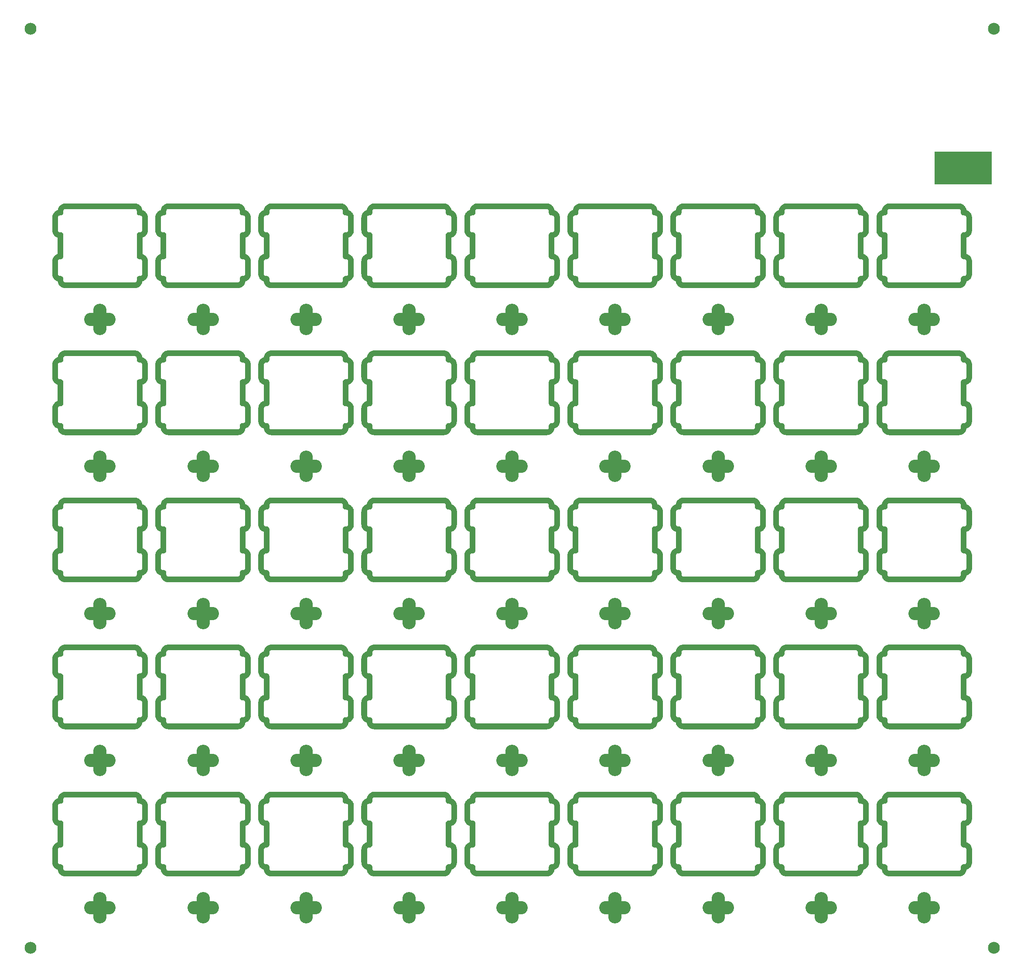
<source format=gbr>
G04 #@! TF.GenerationSoftware,KiCad,Pcbnew,(5.1.8)-1*
G04 #@! TF.CreationDate,2021-02-17T01:33:28+08:00*
G04 #@! TF.ProjectId,LubeStation,4c756265-5374-4617-9469-6f6e2e6b6963,rev?*
G04 #@! TF.SameCoordinates,Original*
G04 #@! TF.FileFunction,Soldermask,Top*
G04 #@! TF.FilePolarity,Negative*
%FSLAX46Y46*%
G04 Gerber Fmt 4.6, Leading zero omitted, Abs format (unit mm)*
G04 Created by KiCad (PCBNEW (5.1.8)-1) date 2021-02-17 01:33:28*
%MOMM*%
%LPD*%
G01*
G04 APERTURE LIST*
%ADD10C,0.100000*%
%ADD11C,2.302000*%
%ADD12O,6.102000X2.602000*%
%ADD13C,1.000000*%
%ADD14O,2.602000X6.102000*%
G04 APERTURE END LIST*
D10*
G36*
X173000000Y12000000D02*
G01*
X162000000Y12000000D01*
X162000000Y18250000D01*
X173000000Y18250000D01*
X173000000Y12000000D01*
G37*
X173000000Y12000000D02*
X162000000Y12000000D01*
X162000000Y18250000D01*
X173000000Y18250000D01*
X173000000Y12000000D01*
G36*
X173000000Y12000000D02*
G01*
X162000000Y12000000D01*
X162000000Y18250000D01*
X173000000Y18250000D01*
X173000000Y12000000D01*
G37*
X173000000Y12000000D02*
X162000000Y12000000D01*
X162000000Y18250000D01*
X173000000Y18250000D01*
X173000000Y12000000D01*
D11*
X173535533Y42110533D03*
X-13535533Y-136410533D03*
X173535533Y-136410533D03*
X-13535533Y42110533D03*
D12*
X0Y-14287500D03*
D13*
G36*
X6750358Y8225999D02*
G01*
X6757339Y8225950D01*
X6760183Y8225850D01*
X6767289Y8225403D01*
X6774427Y8225403D01*
X6776919Y8225342D01*
X6867163Y8220928D01*
X6867158Y8220835D01*
X6867542Y8220811D01*
X6867547Y8220908D01*
X6874507Y8220519D01*
X6877345Y8220280D01*
X6897703Y8217997D01*
X6918279Y8215979D01*
X6920751Y8215675D01*
X7010153Y8202474D01*
X7010489Y8202421D01*
X7010517Y8202419D01*
X7017407Y8201352D01*
X7020204Y8200839D01*
X7040305Y8196567D01*
X7060535Y8192561D01*
X7062967Y8192017D01*
X7150653Y8170154D01*
X7151004Y8170065D01*
X7157766Y8168328D01*
X7160497Y8167545D01*
X7180104Y8161326D01*
X7199823Y8155372D01*
X7202190Y8154594D01*
X7287311Y8124283D01*
X7287270Y8124169D01*
X7287627Y8124045D01*
X7287667Y8124155D01*
X7294224Y8121768D01*
X7296869Y8120721D01*
X7315763Y8112623D01*
X7334811Y8104772D01*
X7337091Y8103766D01*
X7418863Y8065288D01*
X7419191Y8065133D01*
X7425486Y8062116D01*
X7428013Y8060817D01*
X7446058Y8050897D01*
X7464229Y8041235D01*
X7466399Y8040012D01*
X7544025Y7993738D01*
X7544335Y7993552D01*
X7550306Y7989935D01*
X7552695Y7988395D01*
X7569686Y7976761D01*
X7586817Y7965379D01*
X7588858Y7963950D01*
X7661594Y7910325D01*
X7661465Y7910151D01*
X7661773Y7909934D01*
X7661897Y7910100D01*
X7667477Y7905925D01*
X7669706Y7904158D01*
X7685406Y7890984D01*
X7701425Y7877920D01*
X7703318Y7876297D01*
X7770478Y7815826D01*
X7770745Y7815584D01*
X7775900Y7810876D01*
X7777945Y7808901D01*
X7792322Y7794219D01*
X7806952Y7779692D01*
X7808678Y7777892D01*
X7869605Y7711167D01*
X7869542Y7711109D01*
X7869795Y7710824D01*
X7869861Y7710884D01*
X7874521Y7705710D01*
X7876372Y7703535D01*
X7889270Y7687493D01*
X7902387Y7671637D01*
X7903928Y7669678D01*
X7958054Y7597327D01*
X7958044Y7597319D01*
X7958274Y7597003D01*
X7958287Y7597013D01*
X7962418Y7591410D01*
X7964043Y7589072D01*
X7975317Y7571844D01*
X7986824Y7554783D01*
X7988165Y7552686D01*
X8034981Y7475385D01*
X8035168Y7475074D01*
X8038742Y7469077D01*
X8040128Y7466596D01*
X8049643Y7448396D01*
X8059454Y7430251D01*
X8060586Y7428030D01*
X8099634Y7346530D01*
X8099788Y7346205D01*
X8102760Y7339888D01*
X8103899Y7337281D01*
X8111603Y7318213D01*
X8119584Y7299226D01*
X8120493Y7296905D01*
X8151399Y7211990D01*
X8151114Y7211886D01*
X8151241Y7211543D01*
X8151524Y7211644D01*
X8153864Y7205074D01*
X8154745Y7202362D01*
X8160550Y7182638D01*
X8166642Y7162958D01*
X8167321Y7160560D01*
X8189796Y7073027D01*
X8189883Y7072682D01*
X8191572Y7065908D01*
X8192183Y7063128D01*
X8196044Y7042892D01*
X8200179Y7022746D01*
X8200621Y7020294D01*
X8214201Y6932572D01*
X8214748Y6932369D01*
X8219328Y6930406D01*
X8263234Y6908991D01*
X8267600Y6906591D01*
X8296487Y6888820D01*
X8337311Y6874283D01*
X8337270Y6874169D01*
X8337627Y6874045D01*
X8337667Y6874155D01*
X8344224Y6871768D01*
X8346869Y6870721D01*
X8365763Y6862623D01*
X8384811Y6854772D01*
X8387091Y6853766D01*
X8468863Y6815288D01*
X8469191Y6815133D01*
X8475486Y6812116D01*
X8478013Y6810817D01*
X8496058Y6800897D01*
X8514229Y6791235D01*
X8516399Y6790012D01*
X8594025Y6743738D01*
X8594335Y6743552D01*
X8600306Y6739935D01*
X8602695Y6738395D01*
X8619686Y6726761D01*
X8636817Y6715379D01*
X8638858Y6713950D01*
X8711594Y6660325D01*
X8711465Y6660151D01*
X8711773Y6659934D01*
X8711897Y6660100D01*
X8717477Y6655925D01*
X8719706Y6654158D01*
X8735406Y6640984D01*
X8751425Y6627920D01*
X8753318Y6626297D01*
X8820478Y6565826D01*
X8820745Y6565584D01*
X8825900Y6560876D01*
X8827945Y6558901D01*
X8842322Y6544219D01*
X8856952Y6529692D01*
X8858678Y6527892D01*
X8919605Y6461167D01*
X8919542Y6461109D01*
X8919795Y6460824D01*
X8919861Y6460884D01*
X8924521Y6455710D01*
X8926372Y6453535D01*
X8939270Y6437493D01*
X8952387Y6421637D01*
X8953928Y6419678D01*
X9008054Y6347327D01*
X9008044Y6347319D01*
X9008274Y6347003D01*
X9008287Y6347013D01*
X9012418Y6341410D01*
X9014043Y6339072D01*
X9025317Y6321844D01*
X9036824Y6304783D01*
X9038165Y6302686D01*
X9084981Y6225385D01*
X9085168Y6225074D01*
X9088742Y6219077D01*
X9090128Y6216596D01*
X9099643Y6198396D01*
X9109454Y6180251D01*
X9110586Y6178030D01*
X9149634Y6096530D01*
X9149788Y6096205D01*
X9152760Y6089888D01*
X9153899Y6087281D01*
X9161603Y6068213D01*
X9169584Y6049226D01*
X9170493Y6046905D01*
X9201399Y5961990D01*
X9201114Y5961886D01*
X9201241Y5961543D01*
X9201524Y5961644D01*
X9203864Y5955074D01*
X9204745Y5952362D01*
X9210550Y5932638D01*
X9216642Y5912958D01*
X9217321Y5910560D01*
X9239796Y5823027D01*
X9239883Y5822682D01*
X9241572Y5815908D01*
X9242183Y5813128D01*
X9246044Y5792892D01*
X9250179Y5772746D01*
X9250621Y5770294D01*
X9264447Y5680986D01*
X9264501Y5680629D01*
X9265520Y5673723D01*
X9265856Y5670902D01*
X9267715Y5650477D01*
X9269875Y5629926D01*
X9270075Y5627443D01*
X9275119Y5537212D01*
X9275137Y5536849D01*
X9275477Y5529876D01*
X9275537Y5527035D01*
X9275481Y5518978D01*
X9275904Y5510913D01*
X9275974Y5508421D01*
X9275997Y5501963D01*
X9275997Y5501591D01*
X9275992Y5500303D01*
X9276000Y5500000D01*
X9276000Y3000000D01*
X9275999Y2999642D01*
X9275950Y2992661D01*
X9275850Y2989817D01*
X9275403Y2982711D01*
X9275403Y2975573D01*
X9275342Y2973081D01*
X9270927Y2882817D01*
X9270908Y2882460D01*
X9270518Y2875490D01*
X9270280Y2872654D01*
X9267990Y2852238D01*
X9265979Y2831724D01*
X9265675Y2829249D01*
X9252474Y2739846D01*
X9252421Y2739494D01*
X9251353Y2732595D01*
X9250839Y2729795D01*
X9246564Y2709680D01*
X9242561Y2689465D01*
X9242017Y2687033D01*
X9220155Y2599350D01*
X9219895Y2599415D01*
X9219777Y2599069D01*
X9220065Y2598995D01*
X9218328Y2592233D01*
X9217545Y2589502D01*
X9211331Y2569911D01*
X9205372Y2550177D01*
X9204594Y2547811D01*
X9174283Y2462689D01*
X9174063Y2462767D01*
X9173930Y2462419D01*
X9174156Y2462337D01*
X9171768Y2455777D01*
X9170721Y2453131D01*
X9162638Y2434273D01*
X9154772Y2415188D01*
X9153766Y2412908D01*
X9115288Y2331137D01*
X9115134Y2330813D01*
X9112117Y2324517D01*
X9110817Y2321987D01*
X9100904Y2303955D01*
X9091235Y2285771D01*
X9090012Y2283600D01*
X9043745Y2205988D01*
X9043574Y2206090D01*
X9043380Y2205776D01*
X9043554Y2205671D01*
X9039938Y2199700D01*
X9038395Y2197305D01*
X9026755Y2180305D01*
X9015378Y2163182D01*
X9013950Y2161142D01*
X8960322Y2088402D01*
X8960109Y2088115D01*
X8955927Y2082525D01*
X8954158Y2080294D01*
X8940984Y2064594D01*
X8927920Y2048575D01*
X8926297Y2046682D01*
X8865826Y1979522D01*
X8865584Y1979255D01*
X8860876Y1974100D01*
X8858902Y1972056D01*
X8844199Y1957657D01*
X8829690Y1943047D01*
X8827892Y1941323D01*
X8761156Y1880385D01*
X8760891Y1880145D01*
X8755703Y1875474D01*
X8753535Y1873628D01*
X8737493Y1860730D01*
X8721637Y1847613D01*
X8719678Y1846072D01*
X8647327Y1791946D01*
X8647319Y1791956D01*
X8647003Y1791726D01*
X8647013Y1791713D01*
X8641410Y1787582D01*
X8639072Y1785957D01*
X8621844Y1774683D01*
X8604783Y1763176D01*
X8602685Y1761834D01*
X8525389Y1715022D01*
X8525374Y1715046D01*
X8525058Y1714851D01*
X8525070Y1714831D01*
X8519081Y1711261D01*
X8516595Y1709871D01*
X8498381Y1700349D01*
X8480251Y1690546D01*
X8478029Y1689415D01*
X8396530Y1650367D01*
X8396205Y1650212D01*
X8389888Y1647240D01*
X8387281Y1646101D01*
X8368213Y1638397D01*
X8349226Y1630416D01*
X8346905Y1629507D01*
X8297321Y1611460D01*
X8260850Y1589719D01*
X8256450Y1587380D01*
X8226000Y1573052D01*
X8226000Y-1572848D01*
X8263234Y-1591009D01*
X8267600Y-1593409D01*
X8296487Y-1611180D01*
X8337311Y-1625717D01*
X8337270Y-1625831D01*
X8337627Y-1625955D01*
X8337667Y-1625845D01*
X8344224Y-1628232D01*
X8346869Y-1629279D01*
X8365763Y-1637377D01*
X8384811Y-1645228D01*
X8387091Y-1646234D01*
X8468863Y-1684712D01*
X8469191Y-1684867D01*
X8475486Y-1687884D01*
X8478013Y-1689183D01*
X8496058Y-1699103D01*
X8514229Y-1708765D01*
X8516399Y-1709988D01*
X8594025Y-1756262D01*
X8594335Y-1756448D01*
X8600306Y-1760065D01*
X8602695Y-1761605D01*
X8619686Y-1773239D01*
X8636817Y-1784621D01*
X8638858Y-1786050D01*
X8711594Y-1839675D01*
X8711465Y-1839849D01*
X8711773Y-1840066D01*
X8711897Y-1839900D01*
X8717477Y-1844075D01*
X8719706Y-1845842D01*
X8735406Y-1859016D01*
X8751425Y-1872080D01*
X8753318Y-1873703D01*
X8820478Y-1934174D01*
X8820745Y-1934416D01*
X8825900Y-1939124D01*
X8827945Y-1941099D01*
X8842322Y-1955781D01*
X8856952Y-1970308D01*
X8858678Y-1972108D01*
X8919605Y-2038833D01*
X8919542Y-2038891D01*
X8919795Y-2039176D01*
X8919861Y-2039116D01*
X8924521Y-2044290D01*
X8926372Y-2046465D01*
X8939270Y-2062507D01*
X8952387Y-2078363D01*
X8953928Y-2080322D01*
X9008054Y-2152673D01*
X9008044Y-2152681D01*
X9008274Y-2152997D01*
X9008287Y-2152987D01*
X9012418Y-2158590D01*
X9014043Y-2160928D01*
X9025317Y-2178156D01*
X9036824Y-2195217D01*
X9038165Y-2197314D01*
X9084981Y-2274615D01*
X9085168Y-2274926D01*
X9088742Y-2280923D01*
X9090128Y-2283404D01*
X9099643Y-2301604D01*
X9109454Y-2319749D01*
X9110586Y-2321970D01*
X9149634Y-2403470D01*
X9149788Y-2403795D01*
X9152760Y-2410112D01*
X9153899Y-2412719D01*
X9161603Y-2431787D01*
X9169584Y-2450774D01*
X9170493Y-2453095D01*
X9201399Y-2538010D01*
X9201114Y-2538114D01*
X9201241Y-2538457D01*
X9201524Y-2538356D01*
X9203864Y-2544926D01*
X9204745Y-2547638D01*
X9210550Y-2567362D01*
X9216642Y-2587042D01*
X9217321Y-2589440D01*
X9239796Y-2676973D01*
X9239883Y-2677318D01*
X9241572Y-2684092D01*
X9242183Y-2686872D01*
X9246044Y-2707108D01*
X9250179Y-2727254D01*
X9250621Y-2729706D01*
X9264447Y-2819014D01*
X9264501Y-2819371D01*
X9265520Y-2826277D01*
X9265856Y-2829098D01*
X9267715Y-2849523D01*
X9269875Y-2870074D01*
X9270075Y-2872557D01*
X9275119Y-2962788D01*
X9275137Y-2963151D01*
X9275477Y-2970124D01*
X9275537Y-2972965D01*
X9275481Y-2981022D01*
X9275904Y-2989087D01*
X9275974Y-2991579D01*
X9275997Y-2998037D01*
X9275997Y-2998409D01*
X9275992Y-2999697D01*
X9276000Y-3000000D01*
X9276000Y-5500000D01*
X9275999Y-5500358D01*
X9275950Y-5507339D01*
X9275850Y-5510183D01*
X9275403Y-5517289D01*
X9275403Y-5524427D01*
X9275342Y-5526919D01*
X9270927Y-5617183D01*
X9270908Y-5617540D01*
X9270518Y-5624510D01*
X9270280Y-5627346D01*
X9267990Y-5647762D01*
X9265979Y-5668276D01*
X9265675Y-5670751D01*
X9252474Y-5760154D01*
X9252421Y-5760506D01*
X9251353Y-5767405D01*
X9250839Y-5770205D01*
X9246564Y-5790320D01*
X9242561Y-5810535D01*
X9242017Y-5812967D01*
X9220155Y-5900650D01*
X9219895Y-5900585D01*
X9219777Y-5900931D01*
X9220065Y-5901005D01*
X9218328Y-5907767D01*
X9217545Y-5910498D01*
X9211331Y-5930089D01*
X9205372Y-5949823D01*
X9204594Y-5952189D01*
X9174283Y-6037311D01*
X9174063Y-6037233D01*
X9173930Y-6037581D01*
X9174156Y-6037663D01*
X9171768Y-6044223D01*
X9170721Y-6046869D01*
X9162638Y-6065727D01*
X9154772Y-6084812D01*
X9153766Y-6087092D01*
X9115288Y-6168863D01*
X9115134Y-6169187D01*
X9112117Y-6175483D01*
X9110817Y-6178013D01*
X9100904Y-6196045D01*
X9091235Y-6214229D01*
X9090012Y-6216400D01*
X9043745Y-6294012D01*
X9043574Y-6293910D01*
X9043380Y-6294224D01*
X9043554Y-6294329D01*
X9039938Y-6300300D01*
X9038395Y-6302695D01*
X9026755Y-6319695D01*
X9015378Y-6336818D01*
X9013950Y-6338858D01*
X8960322Y-6411598D01*
X8960109Y-6411885D01*
X8955927Y-6417475D01*
X8954158Y-6419706D01*
X8940984Y-6435406D01*
X8927920Y-6451425D01*
X8926297Y-6453318D01*
X8865826Y-6520478D01*
X8865584Y-6520745D01*
X8860876Y-6525900D01*
X8858902Y-6527944D01*
X8844199Y-6542343D01*
X8829690Y-6556953D01*
X8827892Y-6558677D01*
X8761156Y-6619615D01*
X8760891Y-6619855D01*
X8755703Y-6624526D01*
X8753535Y-6626372D01*
X8737493Y-6639270D01*
X8721637Y-6652387D01*
X8719678Y-6653928D01*
X8647327Y-6708054D01*
X8647319Y-6708044D01*
X8647003Y-6708274D01*
X8647013Y-6708287D01*
X8641410Y-6712418D01*
X8639072Y-6714043D01*
X8621844Y-6725317D01*
X8604783Y-6736824D01*
X8602685Y-6738166D01*
X8525389Y-6784978D01*
X8525374Y-6784954D01*
X8525058Y-6785149D01*
X8525070Y-6785169D01*
X8519081Y-6788739D01*
X8516595Y-6790129D01*
X8498381Y-6799651D01*
X8480251Y-6809454D01*
X8478029Y-6810585D01*
X8396530Y-6849633D01*
X8396205Y-6849788D01*
X8389888Y-6852760D01*
X8387281Y-6853899D01*
X8368213Y-6861603D01*
X8349226Y-6869584D01*
X8346905Y-6870493D01*
X8297321Y-6888540D01*
X8260850Y-6910281D01*
X8256450Y-6912620D01*
X8213921Y-6932632D01*
X8202474Y-7010154D01*
X8202421Y-7010506D01*
X8201353Y-7017405D01*
X8200839Y-7020205D01*
X8196564Y-7040320D01*
X8192561Y-7060535D01*
X8192017Y-7062967D01*
X8170155Y-7150650D01*
X8169895Y-7150585D01*
X8169777Y-7150931D01*
X8170065Y-7151005D01*
X8168328Y-7157767D01*
X8167545Y-7160498D01*
X8161331Y-7180089D01*
X8155372Y-7199823D01*
X8154594Y-7202189D01*
X8124283Y-7287311D01*
X8124063Y-7287233D01*
X8123930Y-7287581D01*
X8124156Y-7287663D01*
X8121768Y-7294223D01*
X8120721Y-7296869D01*
X8112638Y-7315727D01*
X8104772Y-7334812D01*
X8103766Y-7337092D01*
X8065288Y-7418863D01*
X8065134Y-7419187D01*
X8062117Y-7425483D01*
X8060817Y-7428013D01*
X8050904Y-7446045D01*
X8041235Y-7464229D01*
X8040012Y-7466400D01*
X7993745Y-7544012D01*
X7993574Y-7543910D01*
X7993380Y-7544224D01*
X7993554Y-7544329D01*
X7989938Y-7550300D01*
X7988395Y-7552695D01*
X7976755Y-7569695D01*
X7965378Y-7586818D01*
X7963950Y-7588858D01*
X7910322Y-7661598D01*
X7910109Y-7661885D01*
X7905927Y-7667475D01*
X7904158Y-7669706D01*
X7890984Y-7685406D01*
X7877920Y-7701425D01*
X7876297Y-7703318D01*
X7815826Y-7770478D01*
X7815584Y-7770745D01*
X7810876Y-7775900D01*
X7808902Y-7777944D01*
X7794199Y-7792343D01*
X7779690Y-7806953D01*
X7777892Y-7808677D01*
X7711156Y-7869615D01*
X7710891Y-7869855D01*
X7705703Y-7874526D01*
X7703535Y-7876372D01*
X7687493Y-7889270D01*
X7671637Y-7902387D01*
X7669678Y-7903928D01*
X7597327Y-7958054D01*
X7597319Y-7958044D01*
X7597003Y-7958274D01*
X7597013Y-7958287D01*
X7591410Y-7962418D01*
X7589072Y-7964043D01*
X7571844Y-7975317D01*
X7554783Y-7986824D01*
X7552685Y-7988166D01*
X7475389Y-8034978D01*
X7475374Y-8034954D01*
X7475058Y-8035149D01*
X7475070Y-8035169D01*
X7469081Y-8038739D01*
X7466595Y-8040129D01*
X7448381Y-8049651D01*
X7430251Y-8059454D01*
X7428029Y-8060585D01*
X7346530Y-8099633D01*
X7346205Y-8099788D01*
X7339888Y-8102760D01*
X7337281Y-8103899D01*
X7318213Y-8111603D01*
X7299226Y-8119584D01*
X7296905Y-8120493D01*
X7211990Y-8151399D01*
X7211886Y-8151114D01*
X7211543Y-8151241D01*
X7211644Y-8151524D01*
X7205074Y-8153864D01*
X7202362Y-8154745D01*
X7182626Y-8160553D01*
X7162957Y-8166642D01*
X7160560Y-8167321D01*
X7073028Y-8189796D01*
X7072682Y-8189883D01*
X7065908Y-8191572D01*
X7063128Y-8192183D01*
X7042892Y-8196044D01*
X7022746Y-8200179D01*
X7020294Y-8200621D01*
X6930986Y-8214447D01*
X6930931Y-8214094D01*
X6930568Y-8214138D01*
X6930622Y-8214501D01*
X6923725Y-8215519D01*
X6920902Y-8215856D01*
X6900477Y-8217715D01*
X6879926Y-8219875D01*
X6877443Y-8220075D01*
X6787212Y-8225119D01*
X6786849Y-8225137D01*
X6779876Y-8225477D01*
X6777035Y-8225537D01*
X6768978Y-8225481D01*
X6760913Y-8225904D01*
X6758421Y-8225974D01*
X6751963Y-8225997D01*
X6751591Y-8225997D01*
X6750303Y-8225992D01*
X6750000Y-8226000D01*
X-6750000Y-8226000D01*
X-6750358Y-8225999D01*
X-6757339Y-8225950D01*
X-6760183Y-8225850D01*
X-6767289Y-8225403D01*
X-6774427Y-8225403D01*
X-6776919Y-8225342D01*
X-6867183Y-8220927D01*
X-6867540Y-8220908D01*
X-6874510Y-8220518D01*
X-6877346Y-8220280D01*
X-6897762Y-8217990D01*
X-6918276Y-8215979D01*
X-6920751Y-8215675D01*
X-7010154Y-8202474D01*
X-7010506Y-8202421D01*
X-7017405Y-8201353D01*
X-7020205Y-8200839D01*
X-7040320Y-8196564D01*
X-7060535Y-8192561D01*
X-7062967Y-8192017D01*
X-7150650Y-8170155D01*
X-7150628Y-8170066D01*
X-7150986Y-8169971D01*
X-7151010Y-8170064D01*
X-7157765Y-8168329D01*
X-7160498Y-8167545D01*
X-7180089Y-8161331D01*
X-7199823Y-8155372D01*
X-7202189Y-8154594D01*
X-7287311Y-8124283D01*
X-7287257Y-8124130D01*
X-7287611Y-8124002D01*
X-7287667Y-8124155D01*
X-7294220Y-8121770D01*
X-7296869Y-8120721D01*
X-7315727Y-8112638D01*
X-7334812Y-8104772D01*
X-7337092Y-8103766D01*
X-7418863Y-8065288D01*
X-7419187Y-8065134D01*
X-7425483Y-8062117D01*
X-7428013Y-8060817D01*
X-7446045Y-8050904D01*
X-7464229Y-8041235D01*
X-7466400Y-8040012D01*
X-7544012Y-7993745D01*
X-7543942Y-7993627D01*
X-7544264Y-7993435D01*
X-7544334Y-7993551D01*
X-7550299Y-7989939D01*
X-7552695Y-7988395D01*
X-7569695Y-7976755D01*
X-7586818Y-7965378D01*
X-7588858Y-7963950D01*
X-7661598Y-7910322D01*
X-7661408Y-7910064D01*
X-7661712Y-7909861D01*
X-7661893Y-7910103D01*
X-7667474Y-7905928D01*
X-7669706Y-7904158D01*
X-7685406Y-7890984D01*
X-7701425Y-7877920D01*
X-7703318Y-7876297D01*
X-7770478Y-7815826D01*
X-7770745Y-7815584D01*
X-7775900Y-7810876D01*
X-7777944Y-7808902D01*
X-7792343Y-7794199D01*
X-7806953Y-7779690D01*
X-7808677Y-7777892D01*
X-7869615Y-7711156D01*
X-7869855Y-7710891D01*
X-7874526Y-7705703D01*
X-7876372Y-7703535D01*
X-7889270Y-7687493D01*
X-7902387Y-7671637D01*
X-7903928Y-7669678D01*
X-7958062Y-7597316D01*
X-7957945Y-7597229D01*
X-7958187Y-7596939D01*
X-7958287Y-7597013D01*
X-7962418Y-7591410D01*
X-7964043Y-7589072D01*
X-7975317Y-7571844D01*
X-7986824Y-7554783D01*
X-7988166Y-7552685D01*
X-8034978Y-7475389D01*
X-8034954Y-7475374D01*
X-8035149Y-7475058D01*
X-8035169Y-7475070D01*
X-8038739Y-7469081D01*
X-8040129Y-7466595D01*
X-8049651Y-7448381D01*
X-8059454Y-7430251D01*
X-8060585Y-7428029D01*
X-8099633Y-7346530D01*
X-8099788Y-7346205D01*
X-8102760Y-7339888D01*
X-8103899Y-7337281D01*
X-8111603Y-7318213D01*
X-8119584Y-7299226D01*
X-8120493Y-7296905D01*
X-8151402Y-7211983D01*
X-8151523Y-7211648D01*
X-8153865Y-7205071D01*
X-8154745Y-7202362D01*
X-8160553Y-7182626D01*
X-8166642Y-7162957D01*
X-8167321Y-7160560D01*
X-8189796Y-7073028D01*
X-8189883Y-7072682D01*
X-8191572Y-7065908D01*
X-8192183Y-7063128D01*
X-8196044Y-7042892D01*
X-8200179Y-7022746D01*
X-8200621Y-7020294D01*
X-8214201Y-6932572D01*
X-8214748Y-6932369D01*
X-8219328Y-6930406D01*
X-8263234Y-6908991D01*
X-8267599Y-6906592D01*
X-8296487Y-6888821D01*
X-8337312Y-6874283D01*
X-8337257Y-6874130D01*
X-8337611Y-6874002D01*
X-8337667Y-6874155D01*
X-8344220Y-6871770D01*
X-8346869Y-6870721D01*
X-8365727Y-6862638D01*
X-8384812Y-6854772D01*
X-8387092Y-6853766D01*
X-8468863Y-6815288D01*
X-8469187Y-6815134D01*
X-8475483Y-6812117D01*
X-8478013Y-6810817D01*
X-8496045Y-6800904D01*
X-8514229Y-6791235D01*
X-8516400Y-6790012D01*
X-8594012Y-6743745D01*
X-8593942Y-6743627D01*
X-8594264Y-6743435D01*
X-8594334Y-6743551D01*
X-8600299Y-6739939D01*
X-8602695Y-6738395D01*
X-8619695Y-6726755D01*
X-8636818Y-6715378D01*
X-8638858Y-6713950D01*
X-8711598Y-6660322D01*
X-8711408Y-6660064D01*
X-8711712Y-6659861D01*
X-8711893Y-6660103D01*
X-8717474Y-6655928D01*
X-8719706Y-6654158D01*
X-8735406Y-6640984D01*
X-8751425Y-6627920D01*
X-8753318Y-6626297D01*
X-8820478Y-6565826D01*
X-8820745Y-6565584D01*
X-8825900Y-6560876D01*
X-8827944Y-6558902D01*
X-8842343Y-6544199D01*
X-8856953Y-6529690D01*
X-8858677Y-6527892D01*
X-8919615Y-6461156D01*
X-8919855Y-6460891D01*
X-8924526Y-6455703D01*
X-8926372Y-6453535D01*
X-8939270Y-6437493D01*
X-8952387Y-6421637D01*
X-8953928Y-6419678D01*
X-9008062Y-6347316D01*
X-9007945Y-6347229D01*
X-9008187Y-6346939D01*
X-9008287Y-6347013D01*
X-9012418Y-6341410D01*
X-9014043Y-6339072D01*
X-9025317Y-6321844D01*
X-9036824Y-6304783D01*
X-9038166Y-6302685D01*
X-9084978Y-6225389D01*
X-9084954Y-6225374D01*
X-9085149Y-6225058D01*
X-9085169Y-6225070D01*
X-9088739Y-6219081D01*
X-9090129Y-6216595D01*
X-9099651Y-6198381D01*
X-9109454Y-6180251D01*
X-9110585Y-6178029D01*
X-9149633Y-6096530D01*
X-9149788Y-6096205D01*
X-9152760Y-6089888D01*
X-9153899Y-6087281D01*
X-9161603Y-6068213D01*
X-9169584Y-6049226D01*
X-9170493Y-6046905D01*
X-9201402Y-5961983D01*
X-9201523Y-5961648D01*
X-9203865Y-5955071D01*
X-9204745Y-5952362D01*
X-9210553Y-5932626D01*
X-9216642Y-5912957D01*
X-9217321Y-5910560D01*
X-9239796Y-5823028D01*
X-9239883Y-5822682D01*
X-9241572Y-5815908D01*
X-9242183Y-5813128D01*
X-9246044Y-5792892D01*
X-9250179Y-5772746D01*
X-9250621Y-5770294D01*
X-9264447Y-5680986D01*
X-9264501Y-5680629D01*
X-9265520Y-5673723D01*
X-9265856Y-5670902D01*
X-9267715Y-5650477D01*
X-9269875Y-5629926D01*
X-9270075Y-5627443D01*
X-9275119Y-5537212D01*
X-9275137Y-5536849D01*
X-9275477Y-5529876D01*
X-9275537Y-5527035D01*
X-9275481Y-5518978D01*
X-9275904Y-5510913D01*
X-9275974Y-5508421D01*
X-9275997Y-5501963D01*
X-9275997Y-5501591D01*
X-9275992Y-5500303D01*
X-9276000Y-5500000D01*
X-9276000Y-3000000D01*
X-9275999Y-2999642D01*
X-9275950Y-2992661D01*
X-9275850Y-2989817D01*
X-9275403Y-2982711D01*
X-9275403Y-2975573D01*
X-9275342Y-2973081D01*
X-9270928Y-2882837D01*
X-9270835Y-2882842D01*
X-9270811Y-2882458D01*
X-9270908Y-2882453D01*
X-9270519Y-2875493D01*
X-9270280Y-2872655D01*
X-9267997Y-2852297D01*
X-9265979Y-2831721D01*
X-9265675Y-2829249D01*
X-9252474Y-2739847D01*
X-9252421Y-2739495D01*
X-9251353Y-2732596D01*
X-9250839Y-2729796D01*
X-9246567Y-2709695D01*
X-9242561Y-2689465D01*
X-9242017Y-2687033D01*
X-9220154Y-2599347D01*
X-9220065Y-2598996D01*
X-9218328Y-2592234D01*
X-9217545Y-2589503D01*
X-9211326Y-2569896D01*
X-9205372Y-2550177D01*
X-9204594Y-2547810D01*
X-9174283Y-2462689D01*
X-9174130Y-2462743D01*
X-9174002Y-2462389D01*
X-9174155Y-2462333D01*
X-9171770Y-2455780D01*
X-9170721Y-2453131D01*
X-9162623Y-2434237D01*
X-9154772Y-2415189D01*
X-9153766Y-2412909D01*
X-9115288Y-2331137D01*
X-9115133Y-2330809D01*
X-9112116Y-2324514D01*
X-9110817Y-2321987D01*
X-9100897Y-2303942D01*
X-9091235Y-2285771D01*
X-9090012Y-2283601D01*
X-9043738Y-2205975D01*
X-9043552Y-2205665D01*
X-9039935Y-2199694D01*
X-9038395Y-2197305D01*
X-9026761Y-2180314D01*
X-9015379Y-2163183D01*
X-9013950Y-2161142D01*
X-8960322Y-2088401D01*
X-8960106Y-2088111D01*
X-8955924Y-2082522D01*
X-8954158Y-2080294D01*
X-8940984Y-2064594D01*
X-8927920Y-2048575D01*
X-8926297Y-2046682D01*
X-8865826Y-1979522D01*
X-8865584Y-1979255D01*
X-8860876Y-1974100D01*
X-8858901Y-1972055D01*
X-8844219Y-1957678D01*
X-8829692Y-1943048D01*
X-8827892Y-1941322D01*
X-8761167Y-1880395D01*
X-8761109Y-1880458D01*
X-8760824Y-1880205D01*
X-8760884Y-1880139D01*
X-8755710Y-1875479D01*
X-8753535Y-1873628D01*
X-8737493Y-1860730D01*
X-8721637Y-1847613D01*
X-8719678Y-1846072D01*
X-8647327Y-1791946D01*
X-8647319Y-1791956D01*
X-8647003Y-1791726D01*
X-8647013Y-1791713D01*
X-8641410Y-1787582D01*
X-8639072Y-1785957D01*
X-8621844Y-1774683D01*
X-8604783Y-1763176D01*
X-8602686Y-1761835D01*
X-8525385Y-1715019D01*
X-8525074Y-1714832D01*
X-8519077Y-1711258D01*
X-8516596Y-1709872D01*
X-8498396Y-1700357D01*
X-8480251Y-1690546D01*
X-8478030Y-1689414D01*
X-8396530Y-1650366D01*
X-8396205Y-1650212D01*
X-8389888Y-1647240D01*
X-8387281Y-1646101D01*
X-8368213Y-1638397D01*
X-8349226Y-1630416D01*
X-8346905Y-1629507D01*
X-8297321Y-1611460D01*
X-8260850Y-1589719D01*
X-8256450Y-1587380D01*
X-8226000Y-1573052D01*
X-8226000Y1572848D01*
X-8263234Y1591009D01*
X-8267599Y1593408D01*
X-8296487Y1611179D01*
X-8337312Y1625717D01*
X-8337257Y1625870D01*
X-8337611Y1625998D01*
X-8337667Y1625845D01*
X-8344220Y1628230D01*
X-8346869Y1629279D01*
X-8365727Y1637362D01*
X-8384812Y1645228D01*
X-8387092Y1646234D01*
X-8468863Y1684712D01*
X-8469187Y1684866D01*
X-8475483Y1687883D01*
X-8478013Y1689183D01*
X-8496045Y1699096D01*
X-8514229Y1708765D01*
X-8516400Y1709988D01*
X-8594012Y1756255D01*
X-8593942Y1756373D01*
X-8594264Y1756565D01*
X-8594334Y1756449D01*
X-8600299Y1760061D01*
X-8602695Y1761605D01*
X-8619695Y1773245D01*
X-8636818Y1784622D01*
X-8638858Y1786050D01*
X-8711598Y1839678D01*
X-8711408Y1839936D01*
X-8711712Y1840139D01*
X-8711893Y1839897D01*
X-8717474Y1844072D01*
X-8719706Y1845842D01*
X-8735406Y1859016D01*
X-8751425Y1872080D01*
X-8753318Y1873703D01*
X-8820478Y1934174D01*
X-8820745Y1934416D01*
X-8825900Y1939124D01*
X-8827944Y1941098D01*
X-8842343Y1955801D01*
X-8856953Y1970310D01*
X-8858677Y1972108D01*
X-8919615Y2038844D01*
X-8919855Y2039109D01*
X-8924526Y2044297D01*
X-8926372Y2046465D01*
X-8939270Y2062507D01*
X-8952387Y2078363D01*
X-8953928Y2080322D01*
X-9008062Y2152684D01*
X-9007945Y2152771D01*
X-9008187Y2153061D01*
X-9008287Y2152987D01*
X-9012418Y2158590D01*
X-9014043Y2160928D01*
X-9025317Y2178156D01*
X-9036824Y2195217D01*
X-9038166Y2197315D01*
X-9084978Y2274611D01*
X-9084954Y2274626D01*
X-9085149Y2274942D01*
X-9085169Y2274930D01*
X-9088739Y2280919D01*
X-9090129Y2283405D01*
X-9099651Y2301619D01*
X-9109454Y2319749D01*
X-9110585Y2321971D01*
X-9149633Y2403470D01*
X-9149788Y2403795D01*
X-9152760Y2410112D01*
X-9153899Y2412719D01*
X-9161603Y2431787D01*
X-9169584Y2450774D01*
X-9170493Y2453095D01*
X-9201402Y2538017D01*
X-9201523Y2538352D01*
X-9203865Y2544929D01*
X-9204745Y2547638D01*
X-9210553Y2567374D01*
X-9216642Y2587043D01*
X-9217321Y2589440D01*
X-9239796Y2676972D01*
X-9239883Y2677318D01*
X-9241572Y2684092D01*
X-9242183Y2686872D01*
X-9246044Y2707108D01*
X-9250179Y2727254D01*
X-9250621Y2729706D01*
X-9264447Y2819014D01*
X-9264501Y2819371D01*
X-9265520Y2826277D01*
X-9265856Y2829098D01*
X-9267715Y2849523D01*
X-9269875Y2870074D01*
X-9270075Y2872557D01*
X-9275119Y2962788D01*
X-9275137Y2963151D01*
X-9275477Y2970124D01*
X-9275537Y2972965D01*
X-9275481Y2981022D01*
X-9275904Y2989087D01*
X-9275974Y2991579D01*
X-9275997Y2998037D01*
X-9275997Y2998409D01*
X-9275992Y2999697D01*
X-9276000Y3000000D01*
X-9276000Y5486535D01*
X-8174000Y5486535D01*
X-8174000Y3009358D01*
X-8171295Y2960971D01*
X-8165715Y2924927D01*
X-8156643Y2889593D01*
X-8144173Y2855331D01*
X-8128408Y2822429D01*
X-8109508Y2791221D01*
X-8087672Y2762032D01*
X-8063071Y2735089D01*
X-8035956Y2710675D01*
X-8006607Y2689038D01*
X-7975270Y2670357D01*
X-7942270Y2654829D01*
X-7907906Y2642592D01*
X-7872519Y2633769D01*
X-7836431Y2628440D01*
X-7786535Y2626000D01*
X-7675000Y2626000D01*
X-7674638Y2625999D01*
X-7671402Y2625976D01*
X-7671402Y2625928D01*
X-7670890Y2625925D01*
X-7670890Y2625973D01*
X-7667656Y2625950D01*
X-7664817Y2625850D01*
X-7642381Y2624438D01*
X-7619889Y2623181D01*
X-7616162Y2622790D01*
X-7616054Y2622783D01*
X-7615443Y2622714D01*
X-7614944Y2622662D01*
X-7614857Y2622649D01*
X-7611113Y2622228D01*
X-7588995Y2618646D01*
X-7566658Y2615188D01*
X-7562977Y2614432D01*
X-7562892Y2614418D01*
X-7562359Y2614305D01*
X-7561776Y2614185D01*
X-7561684Y2614161D01*
X-7558015Y2613382D01*
X-7536254Y2607632D01*
X-7514463Y2602037D01*
X-7510882Y2600928D01*
X-7510787Y2600903D01*
X-7510212Y2600721D01*
X-7509703Y2600563D01*
X-7509621Y2600533D01*
X-7506039Y2599397D01*
X-7484904Y2591538D01*
X-7463799Y2583856D01*
X-7460327Y2582397D01*
X-7460263Y2582373D01*
X-7459875Y2582207D01*
X-7459195Y2581921D01*
X-7459088Y2581870D01*
X-7455671Y2580406D01*
X-7435423Y2570530D01*
X-7415151Y2560817D01*
X-7411856Y2559036D01*
X-7411771Y2558994D01*
X-7411259Y2558713D01*
X-7410764Y2558445D01*
X-7410686Y2558398D01*
X-7407400Y2556592D01*
X-7388141Y2544744D01*
X-7368985Y2533143D01*
X-7365879Y2531049D01*
X-7365782Y2530989D01*
X-7365261Y2530632D01*
X-7364865Y2530365D01*
X-7364796Y2530313D01*
X-7361681Y2528179D01*
X-7343886Y2514671D01*
X-7325738Y2501095D01*
X-7322818Y2498679D01*
X-7322759Y2498635D01*
X-7322431Y2498359D01*
X-7321909Y2497928D01*
X-7321823Y2497850D01*
X-7318954Y2495442D01*
X-7302375Y2480089D01*
X-7285826Y2464978D01*
X-7283193Y2462327D01*
X-7283112Y2462252D01*
X-7282656Y2461787D01*
X-7282316Y2461444D01*
X-7282261Y2461383D01*
X-7279626Y2458692D01*
X-7264660Y2441835D01*
X-7249628Y2425141D01*
X-7247260Y2422238D01*
X-7247187Y2422156D01*
X-7246793Y2421666D01*
X-7246484Y2421287D01*
X-7246433Y2421218D01*
X-7244071Y2418279D01*
X-7230842Y2400071D01*
X-7217490Y2381961D01*
X-7215419Y2378843D01*
X-7215366Y2378770D01*
X-7215054Y2378294D01*
X-7214725Y2377798D01*
X-7214677Y2377717D01*
X-7212630Y2374590D01*
X-7201226Y2355152D01*
X-7189719Y2335849D01*
X-7187967Y2332554D01*
X-7187915Y2332465D01*
X-7187623Y2331906D01*
X-7187375Y2331440D01*
X-7187338Y2331362D01*
X-7185601Y2328039D01*
X-7176167Y2307622D01*
X-7166581Y2287250D01*
X-7165154Y2283788D01*
X-7165113Y2283699D01*
X-7164890Y2283147D01*
X-7164681Y2282640D01*
X-7164651Y2282555D01*
X-7163245Y2279076D01*
X-7155830Y2257786D01*
X-7148295Y2236623D01*
X-7147208Y2233025D01*
X-7147181Y2232946D01*
X-7147039Y2232464D01*
X-7146854Y2231851D01*
X-7146828Y2231748D01*
X-7145773Y2228163D01*
X-7140503Y2206379D01*
X-7135037Y2184456D01*
X-7134310Y2180783D01*
X-7134287Y2180689D01*
X-7134177Y2180112D01*
X-7134068Y2179562D01*
X-7134055Y2179471D01*
X-7133352Y2175789D01*
X-7130215Y2153471D01*
X-7126933Y2131240D01*
X-7126562Y2127467D01*
X-7126553Y2127401D01*
X-7126519Y2127023D01*
X-7126447Y2126294D01*
X-7126441Y2126166D01*
X-7126103Y2122452D01*
X-7125162Y2100009D01*
X-7124061Y2077491D01*
X-7124000Y2075000D01*
X-7124000Y-2075000D01*
X-7124001Y-2075362D01*
X-7124024Y-2078598D01*
X-7124072Y-2078598D01*
X-7124075Y-2079110D01*
X-7124027Y-2079110D01*
X-7124050Y-2082344D01*
X-7124150Y-2085183D01*
X-7125562Y-2107619D01*
X-7126819Y-2130111D01*
X-7127210Y-2133838D01*
X-7127217Y-2133946D01*
X-7127286Y-2134558D01*
X-7127338Y-2135056D01*
X-7127351Y-2135142D01*
X-7127772Y-2138888D01*
X-7131342Y-2160928D01*
X-7134812Y-2183341D01*
X-7135568Y-2187021D01*
X-7135582Y-2187108D01*
X-7135696Y-2187645D01*
X-7135815Y-2188224D01*
X-7135839Y-2188316D01*
X-7136618Y-2191985D01*
X-7142368Y-2213746D01*
X-7147963Y-2235537D01*
X-7149072Y-2239118D01*
X-7149097Y-2239213D01*
X-7149279Y-2239788D01*
X-7149437Y-2240297D01*
X-7149467Y-2240379D01*
X-7150603Y-2243961D01*
X-7158462Y-2265096D01*
X-7166144Y-2286201D01*
X-7167603Y-2289673D01*
X-7167627Y-2289737D01*
X-7167793Y-2290125D01*
X-7168079Y-2290805D01*
X-7168130Y-2290912D01*
X-7169594Y-2294329D01*
X-7179470Y-2314577D01*
X-7189183Y-2334849D01*
X-7190964Y-2338144D01*
X-7191006Y-2338229D01*
X-7191287Y-2338741D01*
X-7191555Y-2339236D01*
X-7191602Y-2339314D01*
X-7193408Y-2342600D01*
X-7205256Y-2361859D01*
X-7216857Y-2381015D01*
X-7218951Y-2384121D01*
X-7219011Y-2384218D01*
X-7219368Y-2384739D01*
X-7219635Y-2385135D01*
X-7219687Y-2385204D01*
X-7221821Y-2388319D01*
X-7235329Y-2406114D01*
X-7248905Y-2424262D01*
X-7251321Y-2427182D01*
X-7251365Y-2427241D01*
X-7251641Y-2427569D01*
X-7252072Y-2428091D01*
X-7252150Y-2428177D01*
X-7254558Y-2431046D01*
X-7269911Y-2447625D01*
X-7285022Y-2464174D01*
X-7287673Y-2466807D01*
X-7287748Y-2466888D01*
X-7288213Y-2467344D01*
X-7288556Y-2467684D01*
X-7288617Y-2467739D01*
X-7291308Y-2470374D01*
X-7308165Y-2485340D01*
X-7324859Y-2500372D01*
X-7327762Y-2502740D01*
X-7327844Y-2502813D01*
X-7328334Y-2503207D01*
X-7328713Y-2503516D01*
X-7328782Y-2503567D01*
X-7331721Y-2505929D01*
X-7349929Y-2519158D01*
X-7368039Y-2532510D01*
X-7371157Y-2534581D01*
X-7371230Y-2534634D01*
X-7371706Y-2534946D01*
X-7372202Y-2535275D01*
X-7372283Y-2535323D01*
X-7375410Y-2537370D01*
X-7394793Y-2548742D01*
X-7414150Y-2560281D01*
X-7417448Y-2562034D01*
X-7417535Y-2562085D01*
X-7418088Y-2562374D01*
X-7418560Y-2562625D01*
X-7418638Y-2562662D01*
X-7421961Y-2564399D01*
X-7442378Y-2573833D01*
X-7462750Y-2583419D01*
X-7466212Y-2584846D01*
X-7466301Y-2584887D01*
X-7466853Y-2585110D01*
X-7467360Y-2585319D01*
X-7467445Y-2585349D01*
X-7470924Y-2586755D01*
X-7492214Y-2594170D01*
X-7513377Y-2601705D01*
X-7516975Y-2602792D01*
X-7517054Y-2602819D01*
X-7517536Y-2602961D01*
X-7518149Y-2603146D01*
X-7518252Y-2603172D01*
X-7521837Y-2604227D01*
X-7543668Y-2609508D01*
X-7565544Y-2614963D01*
X-7569217Y-2615690D01*
X-7569311Y-2615713D01*
X-7569888Y-2615823D01*
X-7570438Y-2615932D01*
X-7570529Y-2615945D01*
X-7574211Y-2616648D01*
X-7596529Y-2619785D01*
X-7618760Y-2623067D01*
X-7622533Y-2623438D01*
X-7622599Y-2623447D01*
X-7622977Y-2623481D01*
X-7623706Y-2623553D01*
X-7623834Y-2623559D01*
X-7627548Y-2623897D01*
X-7649991Y-2624838D01*
X-7672509Y-2625939D01*
X-7675000Y-2626000D01*
X-7790642Y-2626000D01*
X-7839031Y-2628705D01*
X-7875071Y-2634284D01*
X-7910405Y-2643357D01*
X-7944680Y-2655832D01*
X-7977569Y-2671590D01*
X-8008767Y-2690484D01*
X-8037976Y-2712335D01*
X-8064914Y-2736933D01*
X-8089322Y-2764040D01*
X-8110966Y-2793399D01*
X-8129640Y-2824722D01*
X-8145171Y-2857728D01*
X-8157407Y-2892092D01*
X-8166231Y-2927483D01*
X-8171560Y-2963571D01*
X-8174000Y-3013465D01*
X-8174000Y-5490642D01*
X-8171295Y-5539029D01*
X-8165715Y-5575073D01*
X-8156643Y-5610407D01*
X-8144173Y-5644669D01*
X-8128408Y-5677571D01*
X-8109508Y-5708779D01*
X-8087672Y-5737968D01*
X-8063071Y-5764911D01*
X-8035956Y-5789325D01*
X-8006607Y-5810962D01*
X-7975270Y-5829643D01*
X-7942270Y-5845171D01*
X-7907906Y-5857408D01*
X-7872519Y-5866231D01*
X-7836431Y-5871560D01*
X-7786535Y-5874000D01*
X-7675000Y-5874000D01*
X-7674638Y-5874001D01*
X-7671402Y-5874024D01*
X-7671402Y-5874072D01*
X-7670890Y-5874075D01*
X-7670890Y-5874027D01*
X-7667656Y-5874050D01*
X-7664817Y-5874150D01*
X-7642381Y-5875562D01*
X-7619889Y-5876819D01*
X-7616162Y-5877210D01*
X-7616054Y-5877217D01*
X-7615443Y-5877286D01*
X-7614944Y-5877338D01*
X-7614857Y-5877351D01*
X-7611113Y-5877772D01*
X-7588995Y-5881354D01*
X-7566658Y-5884812D01*
X-7562977Y-5885568D01*
X-7562892Y-5885582D01*
X-7562359Y-5885695D01*
X-7561776Y-5885815D01*
X-7561684Y-5885839D01*
X-7558015Y-5886618D01*
X-7536254Y-5892368D01*
X-7514463Y-5897963D01*
X-7510882Y-5899072D01*
X-7510787Y-5899097D01*
X-7510212Y-5899279D01*
X-7509703Y-5899437D01*
X-7509621Y-5899467D01*
X-7506039Y-5900603D01*
X-7484904Y-5908462D01*
X-7463799Y-5916144D01*
X-7460327Y-5917603D01*
X-7460263Y-5917627D01*
X-7459875Y-5917793D01*
X-7459195Y-5918079D01*
X-7459088Y-5918130D01*
X-7455671Y-5919594D01*
X-7435423Y-5929470D01*
X-7415151Y-5939183D01*
X-7411856Y-5940964D01*
X-7411771Y-5941006D01*
X-7411259Y-5941287D01*
X-7410764Y-5941555D01*
X-7410686Y-5941602D01*
X-7407400Y-5943408D01*
X-7388141Y-5955256D01*
X-7368985Y-5966857D01*
X-7365879Y-5968951D01*
X-7365782Y-5969011D01*
X-7365261Y-5969368D01*
X-7364865Y-5969635D01*
X-7364796Y-5969687D01*
X-7361681Y-5971821D01*
X-7343886Y-5985329D01*
X-7325738Y-5998905D01*
X-7322818Y-6001321D01*
X-7322759Y-6001365D01*
X-7322431Y-6001641D01*
X-7321909Y-6002072D01*
X-7321823Y-6002150D01*
X-7318954Y-6004558D01*
X-7302375Y-6019911D01*
X-7285826Y-6035022D01*
X-7283193Y-6037673D01*
X-7283112Y-6037748D01*
X-7282656Y-6038213D01*
X-7282316Y-6038556D01*
X-7282261Y-6038617D01*
X-7279626Y-6041308D01*
X-7264660Y-6058165D01*
X-7249628Y-6074859D01*
X-7247260Y-6077762D01*
X-7247187Y-6077844D01*
X-7246793Y-6078334D01*
X-7246484Y-6078713D01*
X-7246433Y-6078782D01*
X-7244071Y-6081721D01*
X-7230842Y-6099929D01*
X-7217490Y-6118039D01*
X-7215419Y-6121157D01*
X-7215366Y-6121230D01*
X-7215054Y-6121706D01*
X-7214725Y-6122202D01*
X-7214677Y-6122283D01*
X-7212630Y-6125410D01*
X-7201226Y-6144848D01*
X-7189719Y-6164151D01*
X-7187967Y-6167446D01*
X-7187915Y-6167535D01*
X-7187623Y-6168094D01*
X-7187375Y-6168560D01*
X-7187338Y-6168638D01*
X-7185601Y-6171961D01*
X-7176167Y-6192378D01*
X-7166581Y-6212750D01*
X-7165154Y-6216212D01*
X-7165113Y-6216301D01*
X-7164890Y-6216853D01*
X-7164681Y-6217360D01*
X-7164651Y-6217445D01*
X-7163245Y-6220924D01*
X-7155830Y-6242214D01*
X-7148295Y-6263377D01*
X-7147208Y-6266975D01*
X-7147181Y-6267054D01*
X-7147039Y-6267536D01*
X-7146854Y-6268149D01*
X-7146828Y-6268252D01*
X-7145773Y-6271837D01*
X-7140503Y-6293621D01*
X-7135037Y-6315544D01*
X-7134310Y-6319217D01*
X-7134287Y-6319311D01*
X-7134177Y-6319888D01*
X-7134068Y-6320438D01*
X-7134055Y-6320529D01*
X-7133352Y-6324211D01*
X-7130215Y-6346529D01*
X-7126933Y-6368760D01*
X-7126562Y-6372533D01*
X-7126553Y-6372599D01*
X-7126519Y-6372977D01*
X-7126447Y-6373706D01*
X-7126441Y-6373834D01*
X-7126103Y-6377548D01*
X-7125162Y-6399991D01*
X-7124061Y-6422509D01*
X-7124000Y-6425000D01*
X-7124000Y-6740642D01*
X-7121295Y-6789029D01*
X-7115715Y-6825073D01*
X-7106643Y-6860407D01*
X-7094173Y-6894669D01*
X-7078408Y-6927571D01*
X-7059508Y-6958779D01*
X-7037672Y-6987968D01*
X-7013071Y-7014911D01*
X-6985956Y-7039325D01*
X-6956607Y-7060962D01*
X-6925270Y-7079643D01*
X-6892270Y-7095171D01*
X-6857906Y-7107408D01*
X-6822519Y-7116231D01*
X-6786431Y-7121560D01*
X-6736535Y-7124000D01*
X6740642Y-7124000D01*
X6789029Y-7121295D01*
X6825073Y-7115715D01*
X6860407Y-7106643D01*
X6894669Y-7094173D01*
X6927571Y-7078408D01*
X6958779Y-7059508D01*
X6987971Y-7037670D01*
X7014911Y-7013071D01*
X7039325Y-6985956D01*
X7060962Y-6956607D01*
X7079643Y-6925270D01*
X7095171Y-6892270D01*
X7107408Y-6857906D01*
X7116231Y-6822519D01*
X7121560Y-6786431D01*
X7124000Y-6736535D01*
X7124000Y-6425000D01*
X7124001Y-6424638D01*
X7124024Y-6421402D01*
X7124072Y-6421402D01*
X7124075Y-6420890D01*
X7124027Y-6420890D01*
X7124050Y-6417656D01*
X7124150Y-6414817D01*
X7125562Y-6392381D01*
X7126819Y-6369889D01*
X7127210Y-6366162D01*
X7127217Y-6366054D01*
X7127286Y-6365443D01*
X7127338Y-6364944D01*
X7127351Y-6364857D01*
X7127772Y-6361113D01*
X7131354Y-6338995D01*
X7134812Y-6316658D01*
X7135568Y-6312977D01*
X7135582Y-6312892D01*
X7135695Y-6312362D01*
X7135815Y-6311776D01*
X7135839Y-6311683D01*
X7136618Y-6308016D01*
X7142361Y-6286281D01*
X7147963Y-6264462D01*
X7149072Y-6260880D01*
X7149097Y-6260787D01*
X7149275Y-6260227D01*
X7149437Y-6259703D01*
X7149468Y-6259618D01*
X7150604Y-6256038D01*
X7158413Y-6235041D01*
X7166143Y-6213800D01*
X7167604Y-6210324D01*
X7167627Y-6210263D01*
X7167789Y-6209885D01*
X7168079Y-6209195D01*
X7168130Y-6209088D01*
X7169594Y-6205671D01*
X7179470Y-6185423D01*
X7189183Y-6165151D01*
X7190964Y-6161856D01*
X7191006Y-6161771D01*
X7191287Y-6161259D01*
X7191555Y-6160764D01*
X7191602Y-6160686D01*
X7193408Y-6157400D01*
X7205256Y-6138141D01*
X7216857Y-6118985D01*
X7218951Y-6115879D01*
X7219011Y-6115782D01*
X7219368Y-6115261D01*
X7219635Y-6114865D01*
X7219687Y-6114796D01*
X7221821Y-6111681D01*
X7235352Y-6093856D01*
X7248905Y-6075738D01*
X7251321Y-6072818D01*
X7251365Y-6072759D01*
X7251641Y-6072431D01*
X7252072Y-6071909D01*
X7252150Y-6071823D01*
X7254558Y-6068954D01*
X7269911Y-6052375D01*
X7285022Y-6035826D01*
X7287673Y-6033193D01*
X7287748Y-6033112D01*
X7288213Y-6032656D01*
X7288556Y-6032316D01*
X7288617Y-6032261D01*
X7291308Y-6029626D01*
X7308165Y-6014660D01*
X7324859Y-5999628D01*
X7327762Y-5997260D01*
X7327844Y-5997187D01*
X7328334Y-5996793D01*
X7328713Y-5996484D01*
X7328782Y-5996433D01*
X7331721Y-5994071D01*
X7349929Y-5980842D01*
X7368039Y-5967490D01*
X7371157Y-5965419D01*
X7371230Y-5965366D01*
X7371706Y-5965054D01*
X7372202Y-5964725D01*
X7372283Y-5964677D01*
X7375410Y-5962630D01*
X7394793Y-5951258D01*
X7414150Y-5939719D01*
X7417448Y-5937966D01*
X7417535Y-5937915D01*
X7418088Y-5937626D01*
X7418560Y-5937375D01*
X7418638Y-5937338D01*
X7421961Y-5935601D01*
X7442378Y-5926167D01*
X7462750Y-5916581D01*
X7466212Y-5915154D01*
X7466301Y-5915113D01*
X7466853Y-5914890D01*
X7467360Y-5914681D01*
X7467445Y-5914651D01*
X7470924Y-5913245D01*
X7492214Y-5905830D01*
X7513377Y-5898295D01*
X7516975Y-5897208D01*
X7517054Y-5897181D01*
X7517536Y-5897039D01*
X7518149Y-5896854D01*
X7518252Y-5896828D01*
X7521837Y-5895773D01*
X7543668Y-5890492D01*
X7565544Y-5885037D01*
X7569217Y-5884310D01*
X7569311Y-5884287D01*
X7569888Y-5884177D01*
X7570438Y-5884068D01*
X7570529Y-5884055D01*
X7574211Y-5883352D01*
X7596529Y-5880215D01*
X7618760Y-5876933D01*
X7622533Y-5876562D01*
X7622599Y-5876553D01*
X7622977Y-5876519D01*
X7623706Y-5876447D01*
X7623834Y-5876441D01*
X7627548Y-5876103D01*
X7649991Y-5875162D01*
X7672509Y-5874061D01*
X7675000Y-5874000D01*
X7790642Y-5874000D01*
X7839029Y-5871295D01*
X7875073Y-5865715D01*
X7910407Y-5856643D01*
X7944669Y-5844173D01*
X7977571Y-5828408D01*
X8008779Y-5809508D01*
X8037971Y-5787670D01*
X8064911Y-5763071D01*
X8089325Y-5735956D01*
X8110962Y-5706607D01*
X8129643Y-5675270D01*
X8145171Y-5642270D01*
X8157408Y-5607906D01*
X8166231Y-5572519D01*
X8171560Y-5536431D01*
X8174000Y-5486535D01*
X8174000Y-3009358D01*
X8171295Y-2960969D01*
X8165716Y-2924929D01*
X8156643Y-2889595D01*
X8144168Y-2855320D01*
X8128410Y-2822431D01*
X8109516Y-2791233D01*
X8087665Y-2762024D01*
X8063067Y-2735086D01*
X8035960Y-2710678D01*
X8006601Y-2689034D01*
X7975278Y-2670360D01*
X7942272Y-2654829D01*
X7907908Y-2642593D01*
X7872517Y-2633769D01*
X7836429Y-2628440D01*
X7786535Y-2626000D01*
X7675000Y-2626000D01*
X7674638Y-2625999D01*
X7671402Y-2625976D01*
X7671402Y-2625928D01*
X7670890Y-2625925D01*
X7670890Y-2625973D01*
X7667656Y-2625950D01*
X7664817Y-2625850D01*
X7642381Y-2624438D01*
X7619889Y-2623181D01*
X7616162Y-2622790D01*
X7616054Y-2622783D01*
X7615443Y-2622714D01*
X7614944Y-2622662D01*
X7614857Y-2622649D01*
X7611113Y-2622228D01*
X7588995Y-2618646D01*
X7566658Y-2615188D01*
X7562977Y-2614432D01*
X7562892Y-2614418D01*
X7562359Y-2614305D01*
X7561776Y-2614185D01*
X7561684Y-2614161D01*
X7558015Y-2613382D01*
X7536254Y-2607632D01*
X7514463Y-2602037D01*
X7510882Y-2600928D01*
X7510787Y-2600903D01*
X7510212Y-2600721D01*
X7509703Y-2600563D01*
X7509621Y-2600533D01*
X7506039Y-2599397D01*
X7484904Y-2591538D01*
X7463799Y-2583856D01*
X7460327Y-2582397D01*
X7460263Y-2582373D01*
X7459875Y-2582207D01*
X7459195Y-2581921D01*
X7459088Y-2581870D01*
X7455671Y-2580406D01*
X7435423Y-2570530D01*
X7415151Y-2560817D01*
X7411856Y-2559036D01*
X7411771Y-2558994D01*
X7411259Y-2558713D01*
X7410764Y-2558445D01*
X7410686Y-2558398D01*
X7407400Y-2556592D01*
X7388141Y-2544744D01*
X7368985Y-2533143D01*
X7365879Y-2531049D01*
X7365782Y-2530989D01*
X7365249Y-2530624D01*
X7364865Y-2530365D01*
X7364800Y-2530316D01*
X7361681Y-2528180D01*
X7343667Y-2514507D01*
X7325738Y-2501094D01*
X7322821Y-2498682D01*
X7322759Y-2498635D01*
X7322420Y-2498350D01*
X7321909Y-2497928D01*
X7321823Y-2497850D01*
X7318954Y-2495442D01*
X7302375Y-2480089D01*
X7285826Y-2464978D01*
X7283193Y-2462327D01*
X7283112Y-2462252D01*
X7282656Y-2461787D01*
X7282316Y-2461444D01*
X7282261Y-2461383D01*
X7279626Y-2458692D01*
X7264660Y-2441835D01*
X7249628Y-2425141D01*
X7247260Y-2422238D01*
X7247187Y-2422156D01*
X7246793Y-2421666D01*
X7246484Y-2421287D01*
X7246433Y-2421218D01*
X7244071Y-2418279D01*
X7230842Y-2400071D01*
X7217490Y-2381961D01*
X7215419Y-2378843D01*
X7215366Y-2378770D01*
X7215054Y-2378294D01*
X7214725Y-2377798D01*
X7214677Y-2377717D01*
X7212630Y-2374590D01*
X7201258Y-2355207D01*
X7189719Y-2335850D01*
X7187966Y-2332552D01*
X7187915Y-2332465D01*
X7187626Y-2331912D01*
X7187375Y-2331440D01*
X7187338Y-2331362D01*
X7185601Y-2328039D01*
X7176167Y-2307622D01*
X7166581Y-2287250D01*
X7165154Y-2283788D01*
X7165113Y-2283699D01*
X7164890Y-2283147D01*
X7164681Y-2282640D01*
X7164651Y-2282555D01*
X7163245Y-2279076D01*
X7155830Y-2257786D01*
X7148295Y-2236623D01*
X7147208Y-2233025D01*
X7147181Y-2232946D01*
X7147039Y-2232464D01*
X7146854Y-2231851D01*
X7146828Y-2231748D01*
X7145773Y-2228163D01*
X7140492Y-2206332D01*
X7135037Y-2184456D01*
X7134310Y-2180783D01*
X7134287Y-2180689D01*
X7134177Y-2180112D01*
X7134068Y-2179562D01*
X7134055Y-2179471D01*
X7133352Y-2175789D01*
X7130215Y-2153471D01*
X7126933Y-2131240D01*
X7126562Y-2127467D01*
X7126553Y-2127401D01*
X7126519Y-2127023D01*
X7126447Y-2126294D01*
X7126441Y-2126166D01*
X7126103Y-2122452D01*
X7125162Y-2100009D01*
X7124061Y-2077491D01*
X7124000Y-2075000D01*
X7124000Y2075000D01*
X7124001Y2075362D01*
X7124024Y2078598D01*
X7124072Y2078598D01*
X7124075Y2079110D01*
X7124027Y2079110D01*
X7124050Y2082344D01*
X7124150Y2085183D01*
X7125562Y2107619D01*
X7126819Y2130111D01*
X7127210Y2133838D01*
X7127217Y2133946D01*
X7127286Y2134557D01*
X7127338Y2135056D01*
X7127351Y2135143D01*
X7127772Y2138887D01*
X7131354Y2161005D01*
X7134812Y2183342D01*
X7135568Y2187023D01*
X7135582Y2187108D01*
X7135695Y2187641D01*
X7135815Y2188224D01*
X7135839Y2188316D01*
X7136618Y2191985D01*
X7142368Y2213746D01*
X7147963Y2235537D01*
X7149072Y2239118D01*
X7149097Y2239213D01*
X7149279Y2239788D01*
X7149437Y2240297D01*
X7149467Y2240379D01*
X7150603Y2243961D01*
X7158462Y2265096D01*
X7166144Y2286201D01*
X7167603Y2289673D01*
X7167627Y2289737D01*
X7167793Y2290125D01*
X7168079Y2290805D01*
X7168130Y2290912D01*
X7169594Y2294329D01*
X7179470Y2314577D01*
X7189183Y2334849D01*
X7190964Y2338144D01*
X7191006Y2338229D01*
X7191287Y2338741D01*
X7191555Y2339236D01*
X7191602Y2339314D01*
X7193408Y2342600D01*
X7205256Y2361859D01*
X7216857Y2381015D01*
X7218951Y2384121D01*
X7219011Y2384218D01*
X7219368Y2384739D01*
X7219635Y2385135D01*
X7219687Y2385204D01*
X7221821Y2388319D01*
X7235352Y2406144D01*
X7248905Y2424262D01*
X7251321Y2427182D01*
X7251365Y2427241D01*
X7251641Y2427569D01*
X7252072Y2428091D01*
X7252150Y2428177D01*
X7254558Y2431046D01*
X7269911Y2447625D01*
X7285022Y2464174D01*
X7287673Y2466807D01*
X7287748Y2466888D01*
X7288213Y2467344D01*
X7288556Y2467684D01*
X7288617Y2467739D01*
X7291308Y2470374D01*
X7308165Y2485340D01*
X7324859Y2500372D01*
X7327762Y2502740D01*
X7327844Y2502813D01*
X7328334Y2503207D01*
X7328713Y2503516D01*
X7328782Y2503567D01*
X7331721Y2505929D01*
X7349929Y2519158D01*
X7368039Y2532510D01*
X7371157Y2534581D01*
X7371230Y2534634D01*
X7371706Y2534946D01*
X7372202Y2535275D01*
X7372283Y2535323D01*
X7375410Y2537370D01*
X7394793Y2548742D01*
X7414150Y2560281D01*
X7417448Y2562034D01*
X7417535Y2562085D01*
X7418088Y2562374D01*
X7418560Y2562625D01*
X7418638Y2562662D01*
X7421961Y2564399D01*
X7442378Y2573833D01*
X7462750Y2583419D01*
X7466212Y2584846D01*
X7466301Y2584887D01*
X7466853Y2585110D01*
X7467360Y2585319D01*
X7467445Y2585349D01*
X7470924Y2586755D01*
X7492214Y2594170D01*
X7513377Y2601705D01*
X7516975Y2602792D01*
X7517054Y2602819D01*
X7517536Y2602961D01*
X7518149Y2603146D01*
X7518252Y2603172D01*
X7521837Y2604227D01*
X7543668Y2609508D01*
X7565544Y2614963D01*
X7569217Y2615690D01*
X7569311Y2615713D01*
X7569888Y2615823D01*
X7570438Y2615932D01*
X7570529Y2615945D01*
X7574211Y2616648D01*
X7596529Y2619785D01*
X7618760Y2623067D01*
X7622533Y2623438D01*
X7622599Y2623447D01*
X7622977Y2623481D01*
X7623706Y2623553D01*
X7623834Y2623559D01*
X7627548Y2623897D01*
X7649991Y2624838D01*
X7672509Y2625939D01*
X7675000Y2626000D01*
X7790642Y2626000D01*
X7839029Y2628705D01*
X7875073Y2634285D01*
X7910407Y2643357D01*
X7944669Y2655827D01*
X7977571Y2671592D01*
X8008779Y2690492D01*
X8037971Y2712330D01*
X8064911Y2736929D01*
X8089325Y2764044D01*
X8110962Y2793393D01*
X8129643Y2824730D01*
X8145171Y2857730D01*
X8157408Y2892094D01*
X8166231Y2927481D01*
X8171560Y2963569D01*
X8174000Y3013465D01*
X8174000Y5490642D01*
X8171295Y5539031D01*
X8165716Y5575071D01*
X8156643Y5610405D01*
X8144168Y5644680D01*
X8128410Y5677569D01*
X8109516Y5708767D01*
X8087665Y5737976D01*
X8063067Y5764914D01*
X8035960Y5789322D01*
X8006601Y5810966D01*
X7975278Y5829640D01*
X7942272Y5845171D01*
X7907908Y5857407D01*
X7872517Y5866231D01*
X7836429Y5871560D01*
X7786535Y5874000D01*
X7675000Y5874000D01*
X7674638Y5874001D01*
X7671402Y5874024D01*
X7671402Y5874072D01*
X7670890Y5874075D01*
X7670890Y5874027D01*
X7667656Y5874050D01*
X7664817Y5874150D01*
X7642381Y5875562D01*
X7619889Y5876819D01*
X7616162Y5877210D01*
X7616054Y5877217D01*
X7615443Y5877286D01*
X7614944Y5877338D01*
X7614857Y5877351D01*
X7611113Y5877772D01*
X7588995Y5881354D01*
X7566658Y5884812D01*
X7562977Y5885568D01*
X7562892Y5885582D01*
X7562359Y5885695D01*
X7561776Y5885815D01*
X7561684Y5885839D01*
X7558015Y5886618D01*
X7536254Y5892368D01*
X7514463Y5897963D01*
X7510882Y5899072D01*
X7510787Y5899097D01*
X7510212Y5899279D01*
X7509703Y5899437D01*
X7509621Y5899467D01*
X7506039Y5900603D01*
X7484904Y5908462D01*
X7463799Y5916144D01*
X7460327Y5917603D01*
X7460263Y5917627D01*
X7459875Y5917793D01*
X7459195Y5918079D01*
X7459088Y5918130D01*
X7455671Y5919594D01*
X7435423Y5929470D01*
X7415151Y5939183D01*
X7411856Y5940964D01*
X7411771Y5941006D01*
X7411259Y5941287D01*
X7410764Y5941555D01*
X7410686Y5941602D01*
X7407400Y5943408D01*
X7388141Y5955256D01*
X7368985Y5966857D01*
X7365879Y5968951D01*
X7365782Y5969011D01*
X7365249Y5969376D01*
X7364865Y5969635D01*
X7364800Y5969684D01*
X7361681Y5971820D01*
X7343667Y5985493D01*
X7325738Y5998906D01*
X7322821Y6001318D01*
X7322759Y6001365D01*
X7322420Y6001650D01*
X7321909Y6002072D01*
X7321823Y6002150D01*
X7318954Y6004558D01*
X7302375Y6019911D01*
X7285826Y6035022D01*
X7283193Y6037673D01*
X7283112Y6037748D01*
X7282656Y6038213D01*
X7282316Y6038556D01*
X7282261Y6038617D01*
X7279626Y6041308D01*
X7264660Y6058165D01*
X7249628Y6074859D01*
X7247260Y6077762D01*
X7247187Y6077844D01*
X7246793Y6078334D01*
X7246484Y6078713D01*
X7246433Y6078782D01*
X7244071Y6081721D01*
X7230842Y6099929D01*
X7217490Y6118039D01*
X7215419Y6121157D01*
X7215366Y6121230D01*
X7215054Y6121706D01*
X7214725Y6122202D01*
X7214677Y6122283D01*
X7212630Y6125410D01*
X7201258Y6144793D01*
X7189719Y6164150D01*
X7187966Y6167448D01*
X7187915Y6167535D01*
X7187626Y6168088D01*
X7187375Y6168560D01*
X7187338Y6168638D01*
X7185601Y6171961D01*
X7176167Y6192378D01*
X7166581Y6212750D01*
X7165154Y6216212D01*
X7165113Y6216301D01*
X7164890Y6216853D01*
X7164681Y6217360D01*
X7164651Y6217445D01*
X7163245Y6220924D01*
X7155788Y6242337D01*
X7148296Y6263375D01*
X7147209Y6266973D01*
X7147181Y6267054D01*
X7147037Y6267542D01*
X7146854Y6268149D01*
X7146828Y6268252D01*
X7145773Y6271837D01*
X7140492Y6293668D01*
X7135037Y6315544D01*
X7134310Y6319217D01*
X7134287Y6319311D01*
X7134177Y6319888D01*
X7134068Y6320438D01*
X7134055Y6320529D01*
X7133352Y6324211D01*
X7130215Y6346529D01*
X7126933Y6368760D01*
X7126562Y6372533D01*
X7126553Y6372599D01*
X7126519Y6372977D01*
X7126447Y6373706D01*
X7126441Y6373834D01*
X7126103Y6377548D01*
X7125162Y6399991D01*
X7124061Y6422509D01*
X7124000Y6425000D01*
X7124000Y6740642D01*
X7121295Y6789031D01*
X7115716Y6825071D01*
X7106643Y6860405D01*
X7094168Y6894680D01*
X7078410Y6927569D01*
X7059516Y6958767D01*
X7037665Y6987976D01*
X7013067Y7014914D01*
X6985960Y7039322D01*
X6956601Y7060966D01*
X6925278Y7079640D01*
X6892272Y7095171D01*
X6857908Y7107407D01*
X6822517Y7116231D01*
X6786429Y7121560D01*
X6736535Y7124000D01*
X-6740642Y7124000D01*
X-6789031Y7121295D01*
X-6825071Y7115716D01*
X-6860405Y7106643D01*
X-6894680Y7094168D01*
X-6927569Y7078410D01*
X-6958767Y7059516D01*
X-6987976Y7037665D01*
X-7014914Y7013067D01*
X-7039322Y6985960D01*
X-7060966Y6956601D01*
X-7079640Y6925278D01*
X-7095171Y6892272D01*
X-7107407Y6857908D01*
X-7116231Y6822517D01*
X-7121560Y6786429D01*
X-7124000Y6736535D01*
X-7124000Y6425000D01*
X-7124001Y6424638D01*
X-7124024Y6421402D01*
X-7124072Y6421402D01*
X-7124075Y6420890D01*
X-7124027Y6420890D01*
X-7124050Y6417656D01*
X-7124150Y6414817D01*
X-7125562Y6392381D01*
X-7126819Y6369889D01*
X-7127210Y6366162D01*
X-7127217Y6366054D01*
X-7127286Y6365442D01*
X-7127338Y6364944D01*
X-7127351Y6364858D01*
X-7127772Y6361112D01*
X-7131342Y6339072D01*
X-7134812Y6316659D01*
X-7135568Y6312979D01*
X-7135582Y6312892D01*
X-7135696Y6312355D01*
X-7135815Y6311776D01*
X-7135839Y6311684D01*
X-7136618Y6308015D01*
X-7142368Y6286254D01*
X-7147963Y6264463D01*
X-7149072Y6260882D01*
X-7149097Y6260787D01*
X-7149279Y6260212D01*
X-7149437Y6259703D01*
X-7149467Y6259621D01*
X-7150603Y6256039D01*
X-7158462Y6234904D01*
X-7166144Y6213799D01*
X-7167603Y6210327D01*
X-7167627Y6210263D01*
X-7167793Y6209875D01*
X-7168079Y6209195D01*
X-7168130Y6209088D01*
X-7169594Y6205671D01*
X-7179470Y6185423D01*
X-7189183Y6165151D01*
X-7190964Y6161856D01*
X-7191006Y6161771D01*
X-7191287Y6161259D01*
X-7191555Y6160764D01*
X-7191602Y6160686D01*
X-7193408Y6157400D01*
X-7205256Y6138141D01*
X-7216857Y6118985D01*
X-7218951Y6115879D01*
X-7219011Y6115782D01*
X-7219368Y6115261D01*
X-7219635Y6114865D01*
X-7219687Y6114796D01*
X-7221821Y6111681D01*
X-7235329Y6093886D01*
X-7248905Y6075738D01*
X-7251321Y6072818D01*
X-7251365Y6072759D01*
X-7251641Y6072431D01*
X-7252072Y6071909D01*
X-7252150Y6071823D01*
X-7254558Y6068954D01*
X-7269911Y6052375D01*
X-7285022Y6035826D01*
X-7287673Y6033193D01*
X-7287748Y6033112D01*
X-7288213Y6032656D01*
X-7288556Y6032316D01*
X-7288617Y6032261D01*
X-7291308Y6029626D01*
X-7308165Y6014660D01*
X-7324859Y5999628D01*
X-7327762Y5997260D01*
X-7327844Y5997187D01*
X-7328334Y5996793D01*
X-7328713Y5996484D01*
X-7328782Y5996433D01*
X-7331721Y5994071D01*
X-7349929Y5980842D01*
X-7368039Y5967490D01*
X-7371157Y5965419D01*
X-7371230Y5965366D01*
X-7371706Y5965054D01*
X-7372202Y5964725D01*
X-7372283Y5964677D01*
X-7375410Y5962630D01*
X-7394793Y5951258D01*
X-7414150Y5939719D01*
X-7417448Y5937966D01*
X-7417535Y5937915D01*
X-7418088Y5937626D01*
X-7418560Y5937375D01*
X-7418638Y5937338D01*
X-7421961Y5935601D01*
X-7442378Y5926167D01*
X-7462750Y5916581D01*
X-7466212Y5915154D01*
X-7466301Y5915113D01*
X-7466853Y5914890D01*
X-7467360Y5914681D01*
X-7467445Y5914651D01*
X-7470924Y5913245D01*
X-7492214Y5905830D01*
X-7513377Y5898295D01*
X-7516975Y5897208D01*
X-7517054Y5897181D01*
X-7517536Y5897039D01*
X-7518149Y5896854D01*
X-7518252Y5896828D01*
X-7521837Y5895773D01*
X-7543668Y5890492D01*
X-7565544Y5885037D01*
X-7569217Y5884310D01*
X-7569311Y5884287D01*
X-7569888Y5884177D01*
X-7570438Y5884068D01*
X-7570529Y5884055D01*
X-7574211Y5883352D01*
X-7596529Y5880215D01*
X-7618760Y5876933D01*
X-7622533Y5876562D01*
X-7622599Y5876553D01*
X-7622977Y5876519D01*
X-7623706Y5876447D01*
X-7623834Y5876441D01*
X-7627548Y5876103D01*
X-7649991Y5875162D01*
X-7672509Y5874061D01*
X-7675000Y5874000D01*
X-7790642Y5874000D01*
X-7839031Y5871295D01*
X-7875071Y5865716D01*
X-7910405Y5856643D01*
X-7944680Y5844168D01*
X-7977569Y5828410D01*
X-8008767Y5809516D01*
X-8037976Y5787665D01*
X-8064914Y5763067D01*
X-8089322Y5735960D01*
X-8110966Y5706601D01*
X-8129640Y5675278D01*
X-8145171Y5642272D01*
X-8157407Y5607908D01*
X-8166231Y5572517D01*
X-8171560Y5536429D01*
X-8174000Y5486535D01*
X-9276000Y5486535D01*
X-9276000Y5500000D01*
X-9275999Y5500358D01*
X-9275950Y5507339D01*
X-9275850Y5510183D01*
X-9275403Y5517289D01*
X-9275403Y5524427D01*
X-9275342Y5526919D01*
X-9270928Y5617163D01*
X-9270835Y5617158D01*
X-9270811Y5617542D01*
X-9270908Y5617547D01*
X-9270519Y5624507D01*
X-9270280Y5627345D01*
X-9267997Y5647703D01*
X-9265979Y5668279D01*
X-9265675Y5670751D01*
X-9252474Y5760153D01*
X-9252421Y5760505D01*
X-9251353Y5767404D01*
X-9250839Y5770204D01*
X-9246567Y5790305D01*
X-9242561Y5810535D01*
X-9242017Y5812967D01*
X-9220154Y5900653D01*
X-9220065Y5901004D01*
X-9218328Y5907766D01*
X-9217545Y5910497D01*
X-9211326Y5930104D01*
X-9205372Y5949823D01*
X-9204594Y5952190D01*
X-9174283Y6037311D01*
X-9174130Y6037257D01*
X-9174002Y6037611D01*
X-9174155Y6037667D01*
X-9171770Y6044220D01*
X-9170721Y6046869D01*
X-9162623Y6065763D01*
X-9154772Y6084811D01*
X-9153766Y6087091D01*
X-9115288Y6168863D01*
X-9115133Y6169191D01*
X-9112116Y6175486D01*
X-9110817Y6178013D01*
X-9100897Y6196058D01*
X-9091235Y6214229D01*
X-9090012Y6216399D01*
X-9043738Y6294025D01*
X-9043552Y6294335D01*
X-9039935Y6300306D01*
X-9038395Y6302695D01*
X-9026761Y6319686D01*
X-9015379Y6336817D01*
X-9013950Y6338858D01*
X-8960322Y6411599D01*
X-8960106Y6411889D01*
X-8955924Y6417478D01*
X-8954158Y6419706D01*
X-8940984Y6435406D01*
X-8927920Y6451425D01*
X-8926297Y6453318D01*
X-8865826Y6520478D01*
X-8865584Y6520745D01*
X-8860876Y6525900D01*
X-8858901Y6527945D01*
X-8844219Y6542322D01*
X-8829692Y6556952D01*
X-8827892Y6558678D01*
X-8761167Y6619605D01*
X-8761109Y6619542D01*
X-8760824Y6619795D01*
X-8760884Y6619861D01*
X-8755710Y6624521D01*
X-8753535Y6626372D01*
X-8737493Y6639270D01*
X-8721637Y6652387D01*
X-8719678Y6653928D01*
X-8647327Y6708054D01*
X-8647319Y6708044D01*
X-8647003Y6708274D01*
X-8647013Y6708287D01*
X-8641410Y6712418D01*
X-8639072Y6714043D01*
X-8621844Y6725317D01*
X-8604783Y6736824D01*
X-8602686Y6738165D01*
X-8525385Y6784981D01*
X-8525074Y6785168D01*
X-8519077Y6788742D01*
X-8516596Y6790128D01*
X-8498396Y6799643D01*
X-8480251Y6809454D01*
X-8478030Y6810586D01*
X-8396530Y6849634D01*
X-8396205Y6849788D01*
X-8389888Y6852760D01*
X-8387281Y6853899D01*
X-8368213Y6861603D01*
X-8349226Y6869584D01*
X-8346905Y6870493D01*
X-8297321Y6888540D01*
X-8260850Y6910281D01*
X-8256450Y6912620D01*
X-8213921Y6932632D01*
X-8202474Y7010153D01*
X-8202421Y7010505D01*
X-8201353Y7017404D01*
X-8200839Y7020204D01*
X-8196567Y7040305D01*
X-8192561Y7060535D01*
X-8192017Y7062967D01*
X-8170154Y7150653D01*
X-8170065Y7151004D01*
X-8168328Y7157766D01*
X-8167545Y7160497D01*
X-8161326Y7180104D01*
X-8155372Y7199823D01*
X-8154594Y7202190D01*
X-8124283Y7287311D01*
X-8124130Y7287257D01*
X-8124002Y7287611D01*
X-8124155Y7287667D01*
X-8121770Y7294220D01*
X-8120721Y7296869D01*
X-8112623Y7315763D01*
X-8104772Y7334811D01*
X-8103766Y7337091D01*
X-8065288Y7418863D01*
X-8065133Y7419191D01*
X-8062116Y7425486D01*
X-8060817Y7428013D01*
X-8050897Y7446058D01*
X-8041235Y7464229D01*
X-8040012Y7466399D01*
X-7993738Y7544025D01*
X-7993552Y7544335D01*
X-7989935Y7550306D01*
X-7988395Y7552695D01*
X-7976761Y7569686D01*
X-7965379Y7586817D01*
X-7963950Y7588858D01*
X-7910322Y7661599D01*
X-7910106Y7661889D01*
X-7905924Y7667478D01*
X-7904158Y7669706D01*
X-7890984Y7685406D01*
X-7877920Y7701425D01*
X-7876297Y7703318D01*
X-7815826Y7770478D01*
X-7815584Y7770745D01*
X-7810876Y7775900D01*
X-7808901Y7777945D01*
X-7794219Y7792322D01*
X-7779692Y7806952D01*
X-7777892Y7808678D01*
X-7711167Y7869605D01*
X-7711109Y7869542D01*
X-7710824Y7869795D01*
X-7710884Y7869861D01*
X-7705710Y7874521D01*
X-7703535Y7876372D01*
X-7687493Y7889270D01*
X-7671637Y7902387D01*
X-7669678Y7903928D01*
X-7597327Y7958054D01*
X-7597319Y7958044D01*
X-7597003Y7958274D01*
X-7597013Y7958287D01*
X-7591410Y7962418D01*
X-7589072Y7964043D01*
X-7571844Y7975317D01*
X-7554783Y7986824D01*
X-7552686Y7988165D01*
X-7475385Y8034981D01*
X-7475074Y8035168D01*
X-7469077Y8038742D01*
X-7466596Y8040128D01*
X-7448396Y8049643D01*
X-7430251Y8059454D01*
X-7428030Y8060586D01*
X-7346530Y8099634D01*
X-7346205Y8099788D01*
X-7339888Y8102760D01*
X-7337281Y8103899D01*
X-7318213Y8111603D01*
X-7299226Y8119584D01*
X-7296905Y8120493D01*
X-7211990Y8151399D01*
X-7211886Y8151114D01*
X-7211543Y8151241D01*
X-7211644Y8151524D01*
X-7205074Y8153864D01*
X-7202362Y8154745D01*
X-7182638Y8160550D01*
X-7162958Y8166642D01*
X-7160560Y8167321D01*
X-7073027Y8189796D01*
X-7072682Y8189883D01*
X-7065908Y8191572D01*
X-7063128Y8192183D01*
X-7042892Y8196044D01*
X-7022746Y8200179D01*
X-7020294Y8200621D01*
X-6930986Y8214447D01*
X-6930931Y8214094D01*
X-6930568Y8214138D01*
X-6930622Y8214501D01*
X-6923725Y8215519D01*
X-6920902Y8215856D01*
X-6900477Y8217715D01*
X-6879926Y8219875D01*
X-6877443Y8220075D01*
X-6787212Y8225119D01*
X-6786849Y8225137D01*
X-6779876Y8225477D01*
X-6777035Y8225537D01*
X-6768978Y8225481D01*
X-6760913Y8225904D01*
X-6758421Y8225974D01*
X-6751963Y8225997D01*
X-6751591Y8225997D01*
X-6750303Y8225992D01*
X-6750000Y8226000D01*
X6750000Y8226000D01*
X6750358Y8225999D01*
G37*
D14*
X0Y-14287500D03*
D12*
X40000000Y-128587500D03*
D13*
G36*
X46750358Y-106074001D02*
G01*
X46757339Y-106074050D01*
X46760183Y-106074150D01*
X46767289Y-106074597D01*
X46774427Y-106074597D01*
X46776919Y-106074658D01*
X46867163Y-106079072D01*
X46867158Y-106079165D01*
X46867542Y-106079189D01*
X46867547Y-106079092D01*
X46874507Y-106079481D01*
X46877345Y-106079720D01*
X46897703Y-106082003D01*
X46918279Y-106084021D01*
X46920751Y-106084325D01*
X47010153Y-106097526D01*
X47010489Y-106097579D01*
X47010517Y-106097581D01*
X47017407Y-106098648D01*
X47020204Y-106099161D01*
X47040305Y-106103433D01*
X47060535Y-106107439D01*
X47062967Y-106107983D01*
X47150653Y-106129846D01*
X47151004Y-106129935D01*
X47157766Y-106131672D01*
X47160497Y-106132455D01*
X47180104Y-106138674D01*
X47199823Y-106144628D01*
X47202190Y-106145406D01*
X47287311Y-106175717D01*
X47287270Y-106175831D01*
X47287627Y-106175955D01*
X47287667Y-106175845D01*
X47294224Y-106178232D01*
X47296869Y-106179279D01*
X47315763Y-106187377D01*
X47334811Y-106195228D01*
X47337091Y-106196234D01*
X47418863Y-106234712D01*
X47419191Y-106234867D01*
X47425486Y-106237884D01*
X47428013Y-106239183D01*
X47446058Y-106249103D01*
X47464229Y-106258765D01*
X47466399Y-106259988D01*
X47544025Y-106306262D01*
X47544335Y-106306448D01*
X47550306Y-106310065D01*
X47552695Y-106311605D01*
X47569686Y-106323239D01*
X47586817Y-106334621D01*
X47588858Y-106336050D01*
X47661594Y-106389675D01*
X47661465Y-106389849D01*
X47661773Y-106390066D01*
X47661897Y-106389900D01*
X47667477Y-106394075D01*
X47669706Y-106395842D01*
X47685406Y-106409016D01*
X47701425Y-106422080D01*
X47703318Y-106423703D01*
X47770478Y-106484174D01*
X47770745Y-106484416D01*
X47775900Y-106489124D01*
X47777945Y-106491099D01*
X47792322Y-106505781D01*
X47806952Y-106520308D01*
X47808678Y-106522108D01*
X47869605Y-106588833D01*
X47869542Y-106588891D01*
X47869795Y-106589176D01*
X47869861Y-106589116D01*
X47874521Y-106594290D01*
X47876372Y-106596465D01*
X47889270Y-106612507D01*
X47902387Y-106628363D01*
X47903928Y-106630322D01*
X47958054Y-106702673D01*
X47958044Y-106702681D01*
X47958274Y-106702997D01*
X47958287Y-106702987D01*
X47962418Y-106708590D01*
X47964043Y-106710928D01*
X47975317Y-106728156D01*
X47986824Y-106745217D01*
X47988165Y-106747314D01*
X48034981Y-106824615D01*
X48035168Y-106824926D01*
X48038742Y-106830923D01*
X48040128Y-106833404D01*
X48049643Y-106851604D01*
X48059454Y-106869749D01*
X48060586Y-106871970D01*
X48099634Y-106953470D01*
X48099788Y-106953795D01*
X48102760Y-106960112D01*
X48103899Y-106962719D01*
X48111603Y-106981787D01*
X48119584Y-107000774D01*
X48120493Y-107003095D01*
X48151399Y-107088010D01*
X48151114Y-107088114D01*
X48151241Y-107088457D01*
X48151524Y-107088356D01*
X48153864Y-107094926D01*
X48154745Y-107097638D01*
X48160550Y-107117362D01*
X48166642Y-107137042D01*
X48167321Y-107139440D01*
X48189796Y-107226973D01*
X48189883Y-107227318D01*
X48191572Y-107234092D01*
X48192183Y-107236872D01*
X48196044Y-107257108D01*
X48200179Y-107277254D01*
X48200621Y-107279706D01*
X48214201Y-107367428D01*
X48214748Y-107367631D01*
X48219328Y-107369594D01*
X48263234Y-107391009D01*
X48267600Y-107393409D01*
X48296487Y-107411180D01*
X48337311Y-107425717D01*
X48337270Y-107425831D01*
X48337627Y-107425955D01*
X48337667Y-107425845D01*
X48344224Y-107428232D01*
X48346869Y-107429279D01*
X48365763Y-107437377D01*
X48384811Y-107445228D01*
X48387091Y-107446234D01*
X48468863Y-107484712D01*
X48469191Y-107484867D01*
X48475486Y-107487884D01*
X48478013Y-107489183D01*
X48496058Y-107499103D01*
X48514229Y-107508765D01*
X48516399Y-107509988D01*
X48594025Y-107556262D01*
X48594335Y-107556448D01*
X48600306Y-107560065D01*
X48602695Y-107561605D01*
X48619686Y-107573239D01*
X48636817Y-107584621D01*
X48638858Y-107586050D01*
X48711594Y-107639675D01*
X48711465Y-107639849D01*
X48711773Y-107640066D01*
X48711897Y-107639900D01*
X48717477Y-107644075D01*
X48719706Y-107645842D01*
X48735406Y-107659016D01*
X48751425Y-107672080D01*
X48753318Y-107673703D01*
X48820478Y-107734174D01*
X48820745Y-107734416D01*
X48825900Y-107739124D01*
X48827945Y-107741099D01*
X48842322Y-107755781D01*
X48856952Y-107770308D01*
X48858678Y-107772108D01*
X48919605Y-107838833D01*
X48919542Y-107838891D01*
X48919795Y-107839176D01*
X48919861Y-107839116D01*
X48924521Y-107844290D01*
X48926372Y-107846465D01*
X48939270Y-107862507D01*
X48952387Y-107878363D01*
X48953928Y-107880322D01*
X49008054Y-107952673D01*
X49008044Y-107952681D01*
X49008274Y-107952997D01*
X49008287Y-107952987D01*
X49012418Y-107958590D01*
X49014043Y-107960928D01*
X49025317Y-107978156D01*
X49036824Y-107995217D01*
X49038165Y-107997314D01*
X49084981Y-108074615D01*
X49085168Y-108074926D01*
X49088742Y-108080923D01*
X49090128Y-108083404D01*
X49099643Y-108101604D01*
X49109454Y-108119749D01*
X49110586Y-108121970D01*
X49149634Y-108203470D01*
X49149788Y-108203795D01*
X49152760Y-108210112D01*
X49153899Y-108212719D01*
X49161603Y-108231787D01*
X49169584Y-108250774D01*
X49170493Y-108253095D01*
X49201399Y-108338010D01*
X49201114Y-108338114D01*
X49201241Y-108338457D01*
X49201524Y-108338356D01*
X49203864Y-108344926D01*
X49204745Y-108347638D01*
X49210550Y-108367362D01*
X49216642Y-108387042D01*
X49217321Y-108389440D01*
X49239796Y-108476973D01*
X49239883Y-108477318D01*
X49241572Y-108484092D01*
X49242183Y-108486872D01*
X49246044Y-108507108D01*
X49250179Y-108527254D01*
X49250621Y-108529706D01*
X49264447Y-108619014D01*
X49264501Y-108619371D01*
X49265520Y-108626277D01*
X49265856Y-108629098D01*
X49267715Y-108649523D01*
X49269875Y-108670074D01*
X49270075Y-108672557D01*
X49275119Y-108762788D01*
X49275137Y-108763151D01*
X49275477Y-108770124D01*
X49275537Y-108772965D01*
X49275481Y-108781022D01*
X49275904Y-108789087D01*
X49275974Y-108791579D01*
X49275997Y-108798037D01*
X49275997Y-108798409D01*
X49275992Y-108799697D01*
X49276000Y-108800000D01*
X49276000Y-111300000D01*
X49275999Y-111300358D01*
X49275950Y-111307339D01*
X49275850Y-111310183D01*
X49275403Y-111317289D01*
X49275403Y-111324427D01*
X49275342Y-111326919D01*
X49270927Y-111417183D01*
X49270908Y-111417540D01*
X49270518Y-111424510D01*
X49270280Y-111427346D01*
X49267990Y-111447762D01*
X49265979Y-111468276D01*
X49265675Y-111470751D01*
X49252474Y-111560154D01*
X49252421Y-111560506D01*
X49251353Y-111567405D01*
X49250839Y-111570205D01*
X49246564Y-111590320D01*
X49242561Y-111610535D01*
X49242017Y-111612967D01*
X49220155Y-111700650D01*
X49219895Y-111700585D01*
X49219777Y-111700931D01*
X49220065Y-111701005D01*
X49218328Y-111707767D01*
X49217545Y-111710498D01*
X49211331Y-111730089D01*
X49205372Y-111749823D01*
X49204594Y-111752189D01*
X49174283Y-111837311D01*
X49174063Y-111837233D01*
X49173930Y-111837581D01*
X49174156Y-111837663D01*
X49171768Y-111844223D01*
X49170721Y-111846869D01*
X49162638Y-111865727D01*
X49154772Y-111884812D01*
X49153766Y-111887092D01*
X49115288Y-111968863D01*
X49115134Y-111969187D01*
X49112117Y-111975483D01*
X49110817Y-111978013D01*
X49100904Y-111996045D01*
X49091235Y-112014229D01*
X49090012Y-112016400D01*
X49043745Y-112094012D01*
X49043574Y-112093910D01*
X49043380Y-112094224D01*
X49043554Y-112094329D01*
X49039938Y-112100300D01*
X49038395Y-112102695D01*
X49026755Y-112119695D01*
X49015378Y-112136818D01*
X49013950Y-112138858D01*
X48960322Y-112211598D01*
X48960109Y-112211885D01*
X48955927Y-112217475D01*
X48954158Y-112219706D01*
X48940984Y-112235406D01*
X48927920Y-112251425D01*
X48926297Y-112253318D01*
X48865826Y-112320478D01*
X48865584Y-112320745D01*
X48860876Y-112325900D01*
X48858902Y-112327944D01*
X48844199Y-112342343D01*
X48829690Y-112356953D01*
X48827892Y-112358677D01*
X48761156Y-112419615D01*
X48760891Y-112419855D01*
X48755703Y-112424526D01*
X48753535Y-112426372D01*
X48737493Y-112439270D01*
X48721637Y-112452387D01*
X48719678Y-112453928D01*
X48647327Y-112508054D01*
X48647319Y-112508044D01*
X48647003Y-112508274D01*
X48647013Y-112508287D01*
X48641410Y-112512418D01*
X48639072Y-112514043D01*
X48621844Y-112525317D01*
X48604783Y-112536824D01*
X48602685Y-112538166D01*
X48525389Y-112584978D01*
X48525374Y-112584954D01*
X48525058Y-112585149D01*
X48525070Y-112585169D01*
X48519081Y-112588739D01*
X48516595Y-112590129D01*
X48498381Y-112599651D01*
X48480251Y-112609454D01*
X48478029Y-112610585D01*
X48396530Y-112649633D01*
X48396205Y-112649788D01*
X48389888Y-112652760D01*
X48387281Y-112653899D01*
X48368213Y-112661603D01*
X48349226Y-112669584D01*
X48346905Y-112670493D01*
X48297321Y-112688540D01*
X48260850Y-112710281D01*
X48256450Y-112712620D01*
X48226000Y-112726948D01*
X48226000Y-115872848D01*
X48263234Y-115891009D01*
X48267600Y-115893409D01*
X48296487Y-115911180D01*
X48337311Y-115925717D01*
X48337270Y-115925831D01*
X48337627Y-115925955D01*
X48337667Y-115925845D01*
X48344224Y-115928232D01*
X48346869Y-115929279D01*
X48365763Y-115937377D01*
X48384811Y-115945228D01*
X48387091Y-115946234D01*
X48468863Y-115984712D01*
X48469191Y-115984867D01*
X48475486Y-115987884D01*
X48478013Y-115989183D01*
X48496058Y-115999103D01*
X48514229Y-116008765D01*
X48516399Y-116009988D01*
X48594025Y-116056262D01*
X48594335Y-116056448D01*
X48600306Y-116060065D01*
X48602695Y-116061605D01*
X48619686Y-116073239D01*
X48636817Y-116084621D01*
X48638858Y-116086050D01*
X48711594Y-116139675D01*
X48711465Y-116139849D01*
X48711773Y-116140066D01*
X48711897Y-116139900D01*
X48717477Y-116144075D01*
X48719706Y-116145842D01*
X48735406Y-116159016D01*
X48751425Y-116172080D01*
X48753318Y-116173703D01*
X48820478Y-116234174D01*
X48820745Y-116234416D01*
X48825900Y-116239124D01*
X48827945Y-116241099D01*
X48842322Y-116255781D01*
X48856952Y-116270308D01*
X48858678Y-116272108D01*
X48919605Y-116338833D01*
X48919542Y-116338891D01*
X48919795Y-116339176D01*
X48919861Y-116339116D01*
X48924521Y-116344290D01*
X48926372Y-116346465D01*
X48939270Y-116362507D01*
X48952387Y-116378363D01*
X48953928Y-116380322D01*
X49008054Y-116452673D01*
X49008044Y-116452681D01*
X49008274Y-116452997D01*
X49008287Y-116452987D01*
X49012418Y-116458590D01*
X49014043Y-116460928D01*
X49025317Y-116478156D01*
X49036824Y-116495217D01*
X49038165Y-116497314D01*
X49084981Y-116574615D01*
X49085168Y-116574926D01*
X49088742Y-116580923D01*
X49090128Y-116583404D01*
X49099643Y-116601604D01*
X49109454Y-116619749D01*
X49110586Y-116621970D01*
X49149634Y-116703470D01*
X49149788Y-116703795D01*
X49152760Y-116710112D01*
X49153899Y-116712719D01*
X49161603Y-116731787D01*
X49169584Y-116750774D01*
X49170493Y-116753095D01*
X49201399Y-116838010D01*
X49201114Y-116838114D01*
X49201241Y-116838457D01*
X49201524Y-116838356D01*
X49203864Y-116844926D01*
X49204745Y-116847638D01*
X49210550Y-116867362D01*
X49216642Y-116887042D01*
X49217321Y-116889440D01*
X49239796Y-116976973D01*
X49239883Y-116977318D01*
X49241572Y-116984092D01*
X49242183Y-116986872D01*
X49246044Y-117007108D01*
X49250179Y-117027254D01*
X49250621Y-117029706D01*
X49264447Y-117119014D01*
X49264501Y-117119371D01*
X49265520Y-117126277D01*
X49265856Y-117129098D01*
X49267715Y-117149523D01*
X49269875Y-117170074D01*
X49270075Y-117172557D01*
X49275119Y-117262788D01*
X49275137Y-117263151D01*
X49275477Y-117270124D01*
X49275537Y-117272965D01*
X49275481Y-117281022D01*
X49275904Y-117289087D01*
X49275974Y-117291579D01*
X49275997Y-117298037D01*
X49275997Y-117298409D01*
X49275992Y-117299697D01*
X49276000Y-117300000D01*
X49276000Y-119800000D01*
X49275999Y-119800358D01*
X49275950Y-119807339D01*
X49275850Y-119810183D01*
X49275403Y-119817289D01*
X49275403Y-119824427D01*
X49275342Y-119826919D01*
X49270927Y-119917183D01*
X49270908Y-119917540D01*
X49270518Y-119924510D01*
X49270280Y-119927346D01*
X49267990Y-119947762D01*
X49265979Y-119968276D01*
X49265675Y-119970751D01*
X49252474Y-120060154D01*
X49252421Y-120060506D01*
X49251353Y-120067405D01*
X49250839Y-120070205D01*
X49246564Y-120090320D01*
X49242561Y-120110535D01*
X49242017Y-120112967D01*
X49220155Y-120200650D01*
X49219895Y-120200585D01*
X49219777Y-120200931D01*
X49220065Y-120201005D01*
X49218328Y-120207767D01*
X49217545Y-120210498D01*
X49211331Y-120230089D01*
X49205372Y-120249823D01*
X49204594Y-120252189D01*
X49174283Y-120337311D01*
X49174063Y-120337233D01*
X49173930Y-120337581D01*
X49174156Y-120337663D01*
X49171768Y-120344223D01*
X49170721Y-120346869D01*
X49162638Y-120365727D01*
X49154772Y-120384812D01*
X49153766Y-120387092D01*
X49115288Y-120468863D01*
X49115134Y-120469187D01*
X49112117Y-120475483D01*
X49110817Y-120478013D01*
X49100904Y-120496045D01*
X49091235Y-120514229D01*
X49090012Y-120516400D01*
X49043745Y-120594012D01*
X49043574Y-120593910D01*
X49043380Y-120594224D01*
X49043554Y-120594329D01*
X49039938Y-120600300D01*
X49038395Y-120602695D01*
X49026755Y-120619695D01*
X49015378Y-120636818D01*
X49013950Y-120638858D01*
X48960322Y-120711598D01*
X48960109Y-120711885D01*
X48955927Y-120717475D01*
X48954158Y-120719706D01*
X48940984Y-120735406D01*
X48927920Y-120751425D01*
X48926297Y-120753318D01*
X48865826Y-120820478D01*
X48865584Y-120820745D01*
X48860876Y-120825900D01*
X48858902Y-120827944D01*
X48844199Y-120842343D01*
X48829690Y-120856953D01*
X48827892Y-120858677D01*
X48761156Y-120919615D01*
X48760891Y-120919855D01*
X48755703Y-120924526D01*
X48753535Y-120926372D01*
X48737493Y-120939270D01*
X48721637Y-120952387D01*
X48719678Y-120953928D01*
X48647327Y-121008054D01*
X48647319Y-121008044D01*
X48647003Y-121008274D01*
X48647013Y-121008287D01*
X48641410Y-121012418D01*
X48639072Y-121014043D01*
X48621844Y-121025317D01*
X48604783Y-121036824D01*
X48602685Y-121038166D01*
X48525389Y-121084978D01*
X48525374Y-121084954D01*
X48525058Y-121085149D01*
X48525070Y-121085169D01*
X48519081Y-121088739D01*
X48516595Y-121090129D01*
X48498381Y-121099651D01*
X48480251Y-121109454D01*
X48478029Y-121110585D01*
X48396530Y-121149633D01*
X48396205Y-121149788D01*
X48389888Y-121152760D01*
X48387281Y-121153899D01*
X48368213Y-121161603D01*
X48349226Y-121169584D01*
X48346905Y-121170493D01*
X48297321Y-121188540D01*
X48260850Y-121210281D01*
X48256450Y-121212620D01*
X48213921Y-121232632D01*
X48202474Y-121310154D01*
X48202421Y-121310506D01*
X48201353Y-121317405D01*
X48200839Y-121320205D01*
X48196564Y-121340320D01*
X48192561Y-121360535D01*
X48192017Y-121362967D01*
X48170155Y-121450650D01*
X48169895Y-121450585D01*
X48169777Y-121450931D01*
X48170065Y-121451005D01*
X48168328Y-121457767D01*
X48167545Y-121460498D01*
X48161331Y-121480089D01*
X48155372Y-121499823D01*
X48154594Y-121502189D01*
X48124283Y-121587311D01*
X48124063Y-121587233D01*
X48123930Y-121587581D01*
X48124156Y-121587663D01*
X48121768Y-121594223D01*
X48120721Y-121596869D01*
X48112638Y-121615727D01*
X48104772Y-121634812D01*
X48103766Y-121637092D01*
X48065288Y-121718863D01*
X48065134Y-121719187D01*
X48062117Y-121725483D01*
X48060817Y-121728013D01*
X48050904Y-121746045D01*
X48041235Y-121764229D01*
X48040012Y-121766400D01*
X47993745Y-121844012D01*
X47993574Y-121843910D01*
X47993380Y-121844224D01*
X47993554Y-121844329D01*
X47989938Y-121850300D01*
X47988395Y-121852695D01*
X47976755Y-121869695D01*
X47965378Y-121886818D01*
X47963950Y-121888858D01*
X47910322Y-121961598D01*
X47910109Y-121961885D01*
X47905927Y-121967475D01*
X47904158Y-121969706D01*
X47890984Y-121985406D01*
X47877920Y-122001425D01*
X47876297Y-122003318D01*
X47815826Y-122070478D01*
X47815584Y-122070745D01*
X47810876Y-122075900D01*
X47808902Y-122077944D01*
X47794199Y-122092343D01*
X47779690Y-122106953D01*
X47777892Y-122108677D01*
X47711156Y-122169615D01*
X47710891Y-122169855D01*
X47705703Y-122174526D01*
X47703535Y-122176372D01*
X47687493Y-122189270D01*
X47671637Y-122202387D01*
X47669678Y-122203928D01*
X47597327Y-122258054D01*
X47597319Y-122258044D01*
X47597003Y-122258274D01*
X47597013Y-122258287D01*
X47591410Y-122262418D01*
X47589072Y-122264043D01*
X47571844Y-122275317D01*
X47554783Y-122286824D01*
X47552685Y-122288166D01*
X47475389Y-122334978D01*
X47475374Y-122334954D01*
X47475058Y-122335149D01*
X47475070Y-122335169D01*
X47469081Y-122338739D01*
X47466595Y-122340129D01*
X47448381Y-122349651D01*
X47430251Y-122359454D01*
X47428029Y-122360585D01*
X47346530Y-122399633D01*
X47346205Y-122399788D01*
X47339888Y-122402760D01*
X47337281Y-122403899D01*
X47318213Y-122411603D01*
X47299226Y-122419584D01*
X47296905Y-122420493D01*
X47211990Y-122451399D01*
X47211886Y-122451114D01*
X47211543Y-122451241D01*
X47211644Y-122451524D01*
X47205074Y-122453864D01*
X47202362Y-122454745D01*
X47182626Y-122460553D01*
X47162957Y-122466642D01*
X47160560Y-122467321D01*
X47073028Y-122489796D01*
X47072682Y-122489883D01*
X47065908Y-122491572D01*
X47063128Y-122492183D01*
X47042892Y-122496044D01*
X47022746Y-122500179D01*
X47020294Y-122500621D01*
X46930986Y-122514447D01*
X46930931Y-122514094D01*
X46930568Y-122514138D01*
X46930622Y-122514501D01*
X46923725Y-122515519D01*
X46920902Y-122515856D01*
X46900477Y-122517715D01*
X46879926Y-122519875D01*
X46877443Y-122520075D01*
X46787212Y-122525119D01*
X46786849Y-122525137D01*
X46779876Y-122525477D01*
X46777035Y-122525537D01*
X46768978Y-122525481D01*
X46760913Y-122525904D01*
X46758421Y-122525974D01*
X46751963Y-122525997D01*
X46751591Y-122525997D01*
X46750303Y-122525992D01*
X46750000Y-122526000D01*
X33250000Y-122526000D01*
X33249642Y-122525999D01*
X33242661Y-122525950D01*
X33239817Y-122525850D01*
X33232711Y-122525403D01*
X33225573Y-122525403D01*
X33223081Y-122525342D01*
X33132817Y-122520927D01*
X33132460Y-122520908D01*
X33125490Y-122520518D01*
X33122654Y-122520280D01*
X33102238Y-122517990D01*
X33081724Y-122515979D01*
X33079249Y-122515675D01*
X32989846Y-122502474D01*
X32989494Y-122502421D01*
X32982595Y-122501353D01*
X32979795Y-122500839D01*
X32959680Y-122496564D01*
X32939465Y-122492561D01*
X32937033Y-122492017D01*
X32849350Y-122470155D01*
X32849372Y-122470066D01*
X32849014Y-122469971D01*
X32848990Y-122470064D01*
X32842235Y-122468329D01*
X32839502Y-122467545D01*
X32819911Y-122461331D01*
X32800177Y-122455372D01*
X32797811Y-122454594D01*
X32712689Y-122424283D01*
X32712743Y-122424130D01*
X32712389Y-122424002D01*
X32712333Y-122424155D01*
X32705780Y-122421770D01*
X32703131Y-122420721D01*
X32684273Y-122412638D01*
X32665188Y-122404772D01*
X32662908Y-122403766D01*
X32581137Y-122365288D01*
X32580813Y-122365134D01*
X32574517Y-122362117D01*
X32571987Y-122360817D01*
X32553955Y-122350904D01*
X32535771Y-122341235D01*
X32533600Y-122340012D01*
X32455988Y-122293745D01*
X32456058Y-122293627D01*
X32455736Y-122293435D01*
X32455666Y-122293551D01*
X32449701Y-122289939D01*
X32447305Y-122288395D01*
X32430305Y-122276755D01*
X32413182Y-122265378D01*
X32411142Y-122263950D01*
X32338402Y-122210322D01*
X32338592Y-122210064D01*
X32338288Y-122209861D01*
X32338107Y-122210103D01*
X32332526Y-122205928D01*
X32330294Y-122204158D01*
X32314594Y-122190984D01*
X32298575Y-122177920D01*
X32296682Y-122176297D01*
X32229522Y-122115826D01*
X32229255Y-122115584D01*
X32224100Y-122110876D01*
X32222056Y-122108902D01*
X32207657Y-122094199D01*
X32193047Y-122079690D01*
X32191323Y-122077892D01*
X32130385Y-122011156D01*
X32130145Y-122010891D01*
X32125474Y-122005703D01*
X32123628Y-122003535D01*
X32110730Y-121987493D01*
X32097613Y-121971637D01*
X32096072Y-121969678D01*
X32041938Y-121897316D01*
X32042055Y-121897229D01*
X32041813Y-121896939D01*
X32041713Y-121897013D01*
X32037582Y-121891410D01*
X32035957Y-121889072D01*
X32024683Y-121871844D01*
X32013176Y-121854783D01*
X32011834Y-121852685D01*
X31965022Y-121775389D01*
X31965046Y-121775374D01*
X31964851Y-121775058D01*
X31964831Y-121775070D01*
X31961261Y-121769081D01*
X31959871Y-121766595D01*
X31950349Y-121748381D01*
X31940546Y-121730251D01*
X31939415Y-121728029D01*
X31900367Y-121646530D01*
X31900212Y-121646205D01*
X31897240Y-121639888D01*
X31896101Y-121637281D01*
X31888397Y-121618213D01*
X31880416Y-121599226D01*
X31879507Y-121596905D01*
X31848598Y-121511983D01*
X31848477Y-121511648D01*
X31846135Y-121505071D01*
X31845255Y-121502362D01*
X31839447Y-121482626D01*
X31833358Y-121462957D01*
X31832679Y-121460560D01*
X31810204Y-121373028D01*
X31810117Y-121372682D01*
X31808428Y-121365908D01*
X31807817Y-121363128D01*
X31803956Y-121342892D01*
X31799821Y-121322746D01*
X31799379Y-121320294D01*
X31785799Y-121232572D01*
X31785252Y-121232369D01*
X31780672Y-121230406D01*
X31736766Y-121208991D01*
X31732401Y-121206592D01*
X31703513Y-121188821D01*
X31662688Y-121174283D01*
X31662743Y-121174130D01*
X31662389Y-121174002D01*
X31662333Y-121174155D01*
X31655780Y-121171770D01*
X31653131Y-121170721D01*
X31634273Y-121162638D01*
X31615188Y-121154772D01*
X31612908Y-121153766D01*
X31531137Y-121115288D01*
X31530813Y-121115134D01*
X31524517Y-121112117D01*
X31521987Y-121110817D01*
X31503955Y-121100904D01*
X31485771Y-121091235D01*
X31483600Y-121090012D01*
X31405988Y-121043745D01*
X31406058Y-121043627D01*
X31405736Y-121043435D01*
X31405666Y-121043551D01*
X31399701Y-121039939D01*
X31397305Y-121038395D01*
X31380305Y-121026755D01*
X31363182Y-121015378D01*
X31361142Y-121013950D01*
X31288402Y-120960322D01*
X31288592Y-120960064D01*
X31288288Y-120959861D01*
X31288107Y-120960103D01*
X31282526Y-120955928D01*
X31280294Y-120954158D01*
X31264594Y-120940984D01*
X31248575Y-120927920D01*
X31246682Y-120926297D01*
X31179522Y-120865826D01*
X31179255Y-120865584D01*
X31174100Y-120860876D01*
X31172056Y-120858902D01*
X31157657Y-120844199D01*
X31143047Y-120829690D01*
X31141323Y-120827892D01*
X31080385Y-120761156D01*
X31080145Y-120760891D01*
X31075474Y-120755703D01*
X31073628Y-120753535D01*
X31060730Y-120737493D01*
X31047613Y-120721637D01*
X31046072Y-120719678D01*
X30991938Y-120647316D01*
X30992055Y-120647229D01*
X30991813Y-120646939D01*
X30991713Y-120647013D01*
X30987582Y-120641410D01*
X30985957Y-120639072D01*
X30974683Y-120621844D01*
X30963176Y-120604783D01*
X30961834Y-120602685D01*
X30915022Y-120525389D01*
X30915046Y-120525374D01*
X30914851Y-120525058D01*
X30914831Y-120525070D01*
X30911261Y-120519081D01*
X30909871Y-120516595D01*
X30900349Y-120498381D01*
X30890546Y-120480251D01*
X30889415Y-120478029D01*
X30850367Y-120396530D01*
X30850212Y-120396205D01*
X30847240Y-120389888D01*
X30846101Y-120387281D01*
X30838397Y-120368213D01*
X30830416Y-120349226D01*
X30829507Y-120346905D01*
X30798598Y-120261983D01*
X30798477Y-120261648D01*
X30796135Y-120255071D01*
X30795255Y-120252362D01*
X30789447Y-120232626D01*
X30783358Y-120212957D01*
X30782679Y-120210560D01*
X30760204Y-120123028D01*
X30760117Y-120122682D01*
X30758428Y-120115908D01*
X30757817Y-120113128D01*
X30753956Y-120092892D01*
X30749821Y-120072746D01*
X30749379Y-120070294D01*
X30735553Y-119980986D01*
X30735499Y-119980629D01*
X30734480Y-119973723D01*
X30734144Y-119970902D01*
X30732285Y-119950477D01*
X30730125Y-119929926D01*
X30729925Y-119927443D01*
X30724881Y-119837212D01*
X30724863Y-119836849D01*
X30724523Y-119829876D01*
X30724463Y-119827035D01*
X30724519Y-119818978D01*
X30724096Y-119810913D01*
X30724026Y-119808421D01*
X30724003Y-119801963D01*
X30724003Y-119801591D01*
X30724008Y-119800303D01*
X30724000Y-119800000D01*
X30724000Y-117300000D01*
X30724001Y-117299642D01*
X30724050Y-117292661D01*
X30724150Y-117289817D01*
X30724597Y-117282711D01*
X30724597Y-117275573D01*
X30724658Y-117273081D01*
X30729072Y-117182837D01*
X30729165Y-117182842D01*
X30729189Y-117182458D01*
X30729092Y-117182453D01*
X30729481Y-117175493D01*
X30729720Y-117172655D01*
X30732003Y-117152297D01*
X30734021Y-117131721D01*
X30734325Y-117129249D01*
X30747526Y-117039847D01*
X30747579Y-117039495D01*
X30748647Y-117032596D01*
X30749161Y-117029796D01*
X30753433Y-117009695D01*
X30757439Y-116989465D01*
X30757983Y-116987033D01*
X30779846Y-116899347D01*
X30779935Y-116898996D01*
X30781672Y-116892234D01*
X30782455Y-116889503D01*
X30788674Y-116869896D01*
X30794628Y-116850177D01*
X30795406Y-116847810D01*
X30825717Y-116762689D01*
X30825870Y-116762743D01*
X30825998Y-116762389D01*
X30825845Y-116762333D01*
X30828230Y-116755780D01*
X30829279Y-116753131D01*
X30837377Y-116734237D01*
X30845228Y-116715189D01*
X30846234Y-116712909D01*
X30884712Y-116631137D01*
X30884867Y-116630809D01*
X30887884Y-116624514D01*
X30889183Y-116621987D01*
X30899103Y-116603942D01*
X30908765Y-116585771D01*
X30909988Y-116583601D01*
X30956262Y-116505975D01*
X30956448Y-116505665D01*
X30960065Y-116499694D01*
X30961605Y-116497305D01*
X30973239Y-116480314D01*
X30984621Y-116463183D01*
X30986050Y-116461142D01*
X31039678Y-116388401D01*
X31039894Y-116388111D01*
X31044076Y-116382522D01*
X31045842Y-116380294D01*
X31059016Y-116364594D01*
X31072080Y-116348575D01*
X31073703Y-116346682D01*
X31134174Y-116279522D01*
X31134416Y-116279255D01*
X31139124Y-116274100D01*
X31141099Y-116272055D01*
X31155781Y-116257678D01*
X31170308Y-116243048D01*
X31172108Y-116241322D01*
X31238833Y-116180395D01*
X31238891Y-116180458D01*
X31239176Y-116180205D01*
X31239116Y-116180139D01*
X31244290Y-116175479D01*
X31246465Y-116173628D01*
X31262507Y-116160730D01*
X31278363Y-116147613D01*
X31280322Y-116146072D01*
X31352673Y-116091946D01*
X31352681Y-116091956D01*
X31352997Y-116091726D01*
X31352987Y-116091713D01*
X31358590Y-116087582D01*
X31360928Y-116085957D01*
X31378156Y-116074683D01*
X31395217Y-116063176D01*
X31397314Y-116061835D01*
X31474615Y-116015019D01*
X31474926Y-116014832D01*
X31480923Y-116011258D01*
X31483404Y-116009872D01*
X31501604Y-116000357D01*
X31519749Y-115990546D01*
X31521970Y-115989414D01*
X31603470Y-115950366D01*
X31603795Y-115950212D01*
X31610112Y-115947240D01*
X31612719Y-115946101D01*
X31631787Y-115938397D01*
X31650774Y-115930416D01*
X31653095Y-115929507D01*
X31702679Y-115911460D01*
X31739150Y-115889719D01*
X31743550Y-115887380D01*
X31774000Y-115873052D01*
X31774000Y-112727152D01*
X31736766Y-112708991D01*
X31732401Y-112706592D01*
X31703513Y-112688821D01*
X31662688Y-112674283D01*
X31662743Y-112674130D01*
X31662389Y-112674002D01*
X31662333Y-112674155D01*
X31655780Y-112671770D01*
X31653131Y-112670721D01*
X31634273Y-112662638D01*
X31615188Y-112654772D01*
X31612908Y-112653766D01*
X31531137Y-112615288D01*
X31530813Y-112615134D01*
X31524517Y-112612117D01*
X31521987Y-112610817D01*
X31503955Y-112600904D01*
X31485771Y-112591235D01*
X31483600Y-112590012D01*
X31405988Y-112543745D01*
X31406058Y-112543627D01*
X31405736Y-112543435D01*
X31405666Y-112543551D01*
X31399701Y-112539939D01*
X31397305Y-112538395D01*
X31380305Y-112526755D01*
X31363182Y-112515378D01*
X31361142Y-112513950D01*
X31288402Y-112460322D01*
X31288592Y-112460064D01*
X31288288Y-112459861D01*
X31288107Y-112460103D01*
X31282526Y-112455928D01*
X31280294Y-112454158D01*
X31264594Y-112440984D01*
X31248575Y-112427920D01*
X31246682Y-112426297D01*
X31179522Y-112365826D01*
X31179255Y-112365584D01*
X31174100Y-112360876D01*
X31172056Y-112358902D01*
X31157657Y-112344199D01*
X31143047Y-112329690D01*
X31141323Y-112327892D01*
X31080385Y-112261156D01*
X31080145Y-112260891D01*
X31075474Y-112255703D01*
X31073628Y-112253535D01*
X31060730Y-112237493D01*
X31047613Y-112221637D01*
X31046072Y-112219678D01*
X30991938Y-112147316D01*
X30992055Y-112147229D01*
X30991813Y-112146939D01*
X30991713Y-112147013D01*
X30987582Y-112141410D01*
X30985957Y-112139072D01*
X30974683Y-112121844D01*
X30963176Y-112104783D01*
X30961834Y-112102685D01*
X30915022Y-112025389D01*
X30915046Y-112025374D01*
X30914851Y-112025058D01*
X30914831Y-112025070D01*
X30911261Y-112019081D01*
X30909871Y-112016595D01*
X30900349Y-111998381D01*
X30890546Y-111980251D01*
X30889415Y-111978029D01*
X30850367Y-111896530D01*
X30850212Y-111896205D01*
X30847240Y-111889888D01*
X30846101Y-111887281D01*
X30838397Y-111868213D01*
X30830416Y-111849226D01*
X30829507Y-111846905D01*
X30798598Y-111761983D01*
X30798477Y-111761648D01*
X30796135Y-111755071D01*
X30795255Y-111752362D01*
X30789447Y-111732626D01*
X30783358Y-111712957D01*
X30782679Y-111710560D01*
X30760204Y-111623028D01*
X30760117Y-111622682D01*
X30758428Y-111615908D01*
X30757817Y-111613128D01*
X30753956Y-111592892D01*
X30749821Y-111572746D01*
X30749379Y-111570294D01*
X30735553Y-111480986D01*
X30735499Y-111480629D01*
X30734480Y-111473723D01*
X30734144Y-111470902D01*
X30732285Y-111450477D01*
X30730125Y-111429926D01*
X30729925Y-111427443D01*
X30724881Y-111337212D01*
X30724863Y-111336849D01*
X30724523Y-111329876D01*
X30724463Y-111327035D01*
X30724519Y-111318978D01*
X30724096Y-111310913D01*
X30724026Y-111308421D01*
X30724003Y-111301963D01*
X30724003Y-111301591D01*
X30724008Y-111300303D01*
X30724000Y-111300000D01*
X30724000Y-108813465D01*
X31826000Y-108813465D01*
X31826000Y-111290642D01*
X31828705Y-111339029D01*
X31834285Y-111375073D01*
X31843357Y-111410407D01*
X31855827Y-111444669D01*
X31871592Y-111477571D01*
X31890492Y-111508779D01*
X31912328Y-111537968D01*
X31936929Y-111564911D01*
X31964044Y-111589325D01*
X31993393Y-111610962D01*
X32024730Y-111629643D01*
X32057730Y-111645171D01*
X32092094Y-111657408D01*
X32127481Y-111666231D01*
X32163569Y-111671560D01*
X32213465Y-111674000D01*
X32325000Y-111674000D01*
X32325362Y-111674001D01*
X32328598Y-111674024D01*
X32328598Y-111674072D01*
X32329110Y-111674075D01*
X32329110Y-111674027D01*
X32332344Y-111674050D01*
X32335183Y-111674150D01*
X32357619Y-111675562D01*
X32380111Y-111676819D01*
X32383838Y-111677210D01*
X32383946Y-111677217D01*
X32384557Y-111677286D01*
X32385056Y-111677338D01*
X32385143Y-111677351D01*
X32388887Y-111677772D01*
X32411005Y-111681354D01*
X32433342Y-111684812D01*
X32437023Y-111685568D01*
X32437108Y-111685582D01*
X32437641Y-111685695D01*
X32438224Y-111685815D01*
X32438316Y-111685839D01*
X32441985Y-111686618D01*
X32463746Y-111692368D01*
X32485537Y-111697963D01*
X32489118Y-111699072D01*
X32489213Y-111699097D01*
X32489788Y-111699279D01*
X32490297Y-111699437D01*
X32490379Y-111699467D01*
X32493961Y-111700603D01*
X32515096Y-111708462D01*
X32536201Y-111716144D01*
X32539673Y-111717603D01*
X32539737Y-111717627D01*
X32540125Y-111717793D01*
X32540805Y-111718079D01*
X32540912Y-111718130D01*
X32544329Y-111719594D01*
X32564577Y-111729470D01*
X32584849Y-111739183D01*
X32588144Y-111740964D01*
X32588229Y-111741006D01*
X32588741Y-111741287D01*
X32589236Y-111741555D01*
X32589314Y-111741602D01*
X32592600Y-111743408D01*
X32611859Y-111755256D01*
X32631015Y-111766857D01*
X32634121Y-111768951D01*
X32634218Y-111769011D01*
X32634739Y-111769368D01*
X32635135Y-111769635D01*
X32635204Y-111769687D01*
X32638319Y-111771821D01*
X32656114Y-111785329D01*
X32674262Y-111798905D01*
X32677182Y-111801321D01*
X32677241Y-111801365D01*
X32677569Y-111801641D01*
X32678091Y-111802072D01*
X32678177Y-111802150D01*
X32681046Y-111804558D01*
X32697625Y-111819911D01*
X32714174Y-111835022D01*
X32716807Y-111837673D01*
X32716888Y-111837748D01*
X32717344Y-111838213D01*
X32717684Y-111838556D01*
X32717739Y-111838617D01*
X32720374Y-111841308D01*
X32735340Y-111858165D01*
X32750372Y-111874859D01*
X32752740Y-111877762D01*
X32752813Y-111877844D01*
X32753207Y-111878334D01*
X32753516Y-111878713D01*
X32753567Y-111878782D01*
X32755929Y-111881721D01*
X32769158Y-111899929D01*
X32782510Y-111918039D01*
X32784581Y-111921157D01*
X32784634Y-111921230D01*
X32784946Y-111921706D01*
X32785275Y-111922202D01*
X32785323Y-111922283D01*
X32787370Y-111925410D01*
X32798774Y-111944848D01*
X32810281Y-111964151D01*
X32812033Y-111967446D01*
X32812085Y-111967535D01*
X32812377Y-111968094D01*
X32812625Y-111968560D01*
X32812662Y-111968638D01*
X32814399Y-111971961D01*
X32823833Y-111992378D01*
X32833419Y-112012750D01*
X32834846Y-112016212D01*
X32834887Y-112016301D01*
X32835110Y-112016853D01*
X32835319Y-112017360D01*
X32835349Y-112017445D01*
X32836755Y-112020924D01*
X32844170Y-112042214D01*
X32851705Y-112063377D01*
X32852792Y-112066975D01*
X32852819Y-112067054D01*
X32852961Y-112067536D01*
X32853146Y-112068149D01*
X32853172Y-112068252D01*
X32854227Y-112071837D01*
X32859497Y-112093621D01*
X32864963Y-112115544D01*
X32865690Y-112119217D01*
X32865713Y-112119311D01*
X32865823Y-112119888D01*
X32865932Y-112120438D01*
X32865945Y-112120529D01*
X32866648Y-112124211D01*
X32869785Y-112146529D01*
X32873067Y-112168760D01*
X32873438Y-112172533D01*
X32873447Y-112172599D01*
X32873481Y-112172977D01*
X32873553Y-112173706D01*
X32873559Y-112173834D01*
X32873897Y-112177548D01*
X32874838Y-112199991D01*
X32875939Y-112222509D01*
X32876000Y-112225000D01*
X32876000Y-116375000D01*
X32875999Y-116375362D01*
X32875976Y-116378598D01*
X32875928Y-116378598D01*
X32875925Y-116379110D01*
X32875973Y-116379110D01*
X32875950Y-116382344D01*
X32875850Y-116385183D01*
X32874438Y-116407619D01*
X32873181Y-116430111D01*
X32872790Y-116433838D01*
X32872783Y-116433946D01*
X32872714Y-116434558D01*
X32872662Y-116435056D01*
X32872649Y-116435142D01*
X32872228Y-116438888D01*
X32868658Y-116460928D01*
X32865188Y-116483341D01*
X32864432Y-116487021D01*
X32864418Y-116487108D01*
X32864304Y-116487645D01*
X32864185Y-116488224D01*
X32864161Y-116488316D01*
X32863382Y-116491985D01*
X32857632Y-116513746D01*
X32852037Y-116535537D01*
X32850928Y-116539118D01*
X32850903Y-116539213D01*
X32850721Y-116539788D01*
X32850563Y-116540297D01*
X32850533Y-116540379D01*
X32849397Y-116543961D01*
X32841538Y-116565096D01*
X32833856Y-116586201D01*
X32832397Y-116589673D01*
X32832373Y-116589737D01*
X32832207Y-116590125D01*
X32831921Y-116590805D01*
X32831870Y-116590912D01*
X32830406Y-116594329D01*
X32820530Y-116614577D01*
X32810817Y-116634849D01*
X32809036Y-116638144D01*
X32808994Y-116638229D01*
X32808713Y-116638741D01*
X32808445Y-116639236D01*
X32808398Y-116639314D01*
X32806592Y-116642600D01*
X32794744Y-116661859D01*
X32783143Y-116681015D01*
X32781049Y-116684121D01*
X32780989Y-116684218D01*
X32780632Y-116684739D01*
X32780365Y-116685135D01*
X32780313Y-116685204D01*
X32778179Y-116688319D01*
X32764671Y-116706114D01*
X32751095Y-116724262D01*
X32748679Y-116727182D01*
X32748635Y-116727241D01*
X32748359Y-116727569D01*
X32747928Y-116728091D01*
X32747850Y-116728177D01*
X32745442Y-116731046D01*
X32730089Y-116747625D01*
X32714978Y-116764174D01*
X32712327Y-116766807D01*
X32712252Y-116766888D01*
X32711787Y-116767344D01*
X32711444Y-116767684D01*
X32711383Y-116767739D01*
X32708692Y-116770374D01*
X32691835Y-116785340D01*
X32675141Y-116800372D01*
X32672238Y-116802740D01*
X32672156Y-116802813D01*
X32671666Y-116803207D01*
X32671287Y-116803516D01*
X32671218Y-116803567D01*
X32668279Y-116805929D01*
X32650071Y-116819158D01*
X32631961Y-116832510D01*
X32628843Y-116834581D01*
X32628770Y-116834634D01*
X32628294Y-116834946D01*
X32627798Y-116835275D01*
X32627717Y-116835323D01*
X32624590Y-116837370D01*
X32605207Y-116848742D01*
X32585850Y-116860281D01*
X32582552Y-116862034D01*
X32582465Y-116862085D01*
X32581912Y-116862374D01*
X32581440Y-116862625D01*
X32581362Y-116862662D01*
X32578039Y-116864399D01*
X32557622Y-116873833D01*
X32537250Y-116883419D01*
X32533788Y-116884846D01*
X32533699Y-116884887D01*
X32533147Y-116885110D01*
X32532640Y-116885319D01*
X32532555Y-116885349D01*
X32529076Y-116886755D01*
X32507786Y-116894170D01*
X32486623Y-116901705D01*
X32483025Y-116902792D01*
X32482946Y-116902819D01*
X32482464Y-116902961D01*
X32481851Y-116903146D01*
X32481748Y-116903172D01*
X32478163Y-116904227D01*
X32456332Y-116909508D01*
X32434456Y-116914963D01*
X32430783Y-116915690D01*
X32430689Y-116915713D01*
X32430112Y-116915823D01*
X32429562Y-116915932D01*
X32429471Y-116915945D01*
X32425789Y-116916648D01*
X32403471Y-116919785D01*
X32381240Y-116923067D01*
X32377467Y-116923438D01*
X32377401Y-116923447D01*
X32377023Y-116923481D01*
X32376294Y-116923553D01*
X32376166Y-116923559D01*
X32372452Y-116923897D01*
X32350009Y-116924838D01*
X32327491Y-116925939D01*
X32325000Y-116926000D01*
X32209358Y-116926000D01*
X32160969Y-116928705D01*
X32124929Y-116934284D01*
X32089595Y-116943357D01*
X32055320Y-116955832D01*
X32022431Y-116971590D01*
X31991233Y-116990484D01*
X31962024Y-117012335D01*
X31935086Y-117036933D01*
X31910678Y-117064040D01*
X31889034Y-117093399D01*
X31870360Y-117124722D01*
X31854829Y-117157728D01*
X31842593Y-117192092D01*
X31833769Y-117227483D01*
X31828440Y-117263571D01*
X31826000Y-117313465D01*
X31826000Y-119790642D01*
X31828705Y-119839029D01*
X31834285Y-119875073D01*
X31843357Y-119910407D01*
X31855827Y-119944669D01*
X31871592Y-119977571D01*
X31890492Y-120008779D01*
X31912328Y-120037968D01*
X31936929Y-120064911D01*
X31964044Y-120089325D01*
X31993393Y-120110962D01*
X32024730Y-120129643D01*
X32057730Y-120145171D01*
X32092094Y-120157408D01*
X32127481Y-120166231D01*
X32163569Y-120171560D01*
X32213465Y-120174000D01*
X32325000Y-120174000D01*
X32325362Y-120174001D01*
X32328598Y-120174024D01*
X32328598Y-120174072D01*
X32329110Y-120174075D01*
X32329110Y-120174027D01*
X32332344Y-120174050D01*
X32335183Y-120174150D01*
X32357619Y-120175562D01*
X32380111Y-120176819D01*
X32383838Y-120177210D01*
X32383946Y-120177217D01*
X32384557Y-120177286D01*
X32385056Y-120177338D01*
X32385143Y-120177351D01*
X32388887Y-120177772D01*
X32411005Y-120181354D01*
X32433342Y-120184812D01*
X32437023Y-120185568D01*
X32437108Y-120185582D01*
X32437641Y-120185695D01*
X32438224Y-120185815D01*
X32438316Y-120185839D01*
X32441985Y-120186618D01*
X32463746Y-120192368D01*
X32485537Y-120197963D01*
X32489118Y-120199072D01*
X32489213Y-120199097D01*
X32489788Y-120199279D01*
X32490297Y-120199437D01*
X32490379Y-120199467D01*
X32493961Y-120200603D01*
X32515096Y-120208462D01*
X32536201Y-120216144D01*
X32539673Y-120217603D01*
X32539737Y-120217627D01*
X32540125Y-120217793D01*
X32540805Y-120218079D01*
X32540912Y-120218130D01*
X32544329Y-120219594D01*
X32564577Y-120229470D01*
X32584849Y-120239183D01*
X32588144Y-120240964D01*
X32588229Y-120241006D01*
X32588741Y-120241287D01*
X32589236Y-120241555D01*
X32589314Y-120241602D01*
X32592600Y-120243408D01*
X32611859Y-120255256D01*
X32631015Y-120266857D01*
X32634121Y-120268951D01*
X32634218Y-120269011D01*
X32634739Y-120269368D01*
X32635135Y-120269635D01*
X32635204Y-120269687D01*
X32638319Y-120271821D01*
X32656114Y-120285329D01*
X32674262Y-120298905D01*
X32677182Y-120301321D01*
X32677241Y-120301365D01*
X32677569Y-120301641D01*
X32678091Y-120302072D01*
X32678177Y-120302150D01*
X32681046Y-120304558D01*
X32697625Y-120319911D01*
X32714174Y-120335022D01*
X32716807Y-120337673D01*
X32716888Y-120337748D01*
X32717344Y-120338213D01*
X32717684Y-120338556D01*
X32717739Y-120338617D01*
X32720374Y-120341308D01*
X32735340Y-120358165D01*
X32750372Y-120374859D01*
X32752740Y-120377762D01*
X32752813Y-120377844D01*
X32753207Y-120378334D01*
X32753516Y-120378713D01*
X32753567Y-120378782D01*
X32755929Y-120381721D01*
X32769158Y-120399929D01*
X32782510Y-120418039D01*
X32784581Y-120421157D01*
X32784634Y-120421230D01*
X32784946Y-120421706D01*
X32785275Y-120422202D01*
X32785323Y-120422283D01*
X32787370Y-120425410D01*
X32798774Y-120444848D01*
X32810281Y-120464151D01*
X32812033Y-120467446D01*
X32812085Y-120467535D01*
X32812377Y-120468094D01*
X32812625Y-120468560D01*
X32812662Y-120468638D01*
X32814399Y-120471961D01*
X32823833Y-120492378D01*
X32833419Y-120512750D01*
X32834846Y-120516212D01*
X32834887Y-120516301D01*
X32835110Y-120516853D01*
X32835319Y-120517360D01*
X32835349Y-120517445D01*
X32836755Y-120520924D01*
X32844170Y-120542214D01*
X32851705Y-120563377D01*
X32852792Y-120566975D01*
X32852819Y-120567054D01*
X32852961Y-120567536D01*
X32853146Y-120568149D01*
X32853172Y-120568252D01*
X32854227Y-120571837D01*
X32859497Y-120593621D01*
X32864963Y-120615544D01*
X32865690Y-120619217D01*
X32865713Y-120619311D01*
X32865823Y-120619888D01*
X32865932Y-120620438D01*
X32865945Y-120620529D01*
X32866648Y-120624211D01*
X32869785Y-120646529D01*
X32873067Y-120668760D01*
X32873438Y-120672533D01*
X32873447Y-120672599D01*
X32873481Y-120672977D01*
X32873553Y-120673706D01*
X32873559Y-120673834D01*
X32873897Y-120677548D01*
X32874838Y-120699991D01*
X32875939Y-120722509D01*
X32876000Y-120725000D01*
X32876000Y-121040642D01*
X32878705Y-121089029D01*
X32884285Y-121125073D01*
X32893357Y-121160407D01*
X32905827Y-121194669D01*
X32921592Y-121227571D01*
X32940492Y-121258779D01*
X32962328Y-121287968D01*
X32986929Y-121314911D01*
X33014044Y-121339325D01*
X33043393Y-121360962D01*
X33074730Y-121379643D01*
X33107730Y-121395171D01*
X33142094Y-121407408D01*
X33177481Y-121416231D01*
X33213569Y-121421560D01*
X33263465Y-121424000D01*
X46740642Y-121424000D01*
X46789029Y-121421295D01*
X46825073Y-121415715D01*
X46860407Y-121406643D01*
X46894669Y-121394173D01*
X46927571Y-121378408D01*
X46958779Y-121359508D01*
X46987971Y-121337670D01*
X47014911Y-121313071D01*
X47039325Y-121285956D01*
X47060962Y-121256607D01*
X47079643Y-121225270D01*
X47095171Y-121192270D01*
X47107408Y-121157906D01*
X47116231Y-121122519D01*
X47121560Y-121086431D01*
X47124000Y-121036535D01*
X47124000Y-120725000D01*
X47124001Y-120724638D01*
X47124024Y-120721402D01*
X47124072Y-120721402D01*
X47124075Y-120720890D01*
X47124027Y-120720890D01*
X47124050Y-120717656D01*
X47124150Y-120714817D01*
X47125562Y-120692381D01*
X47126819Y-120669889D01*
X47127210Y-120666162D01*
X47127217Y-120666054D01*
X47127286Y-120665443D01*
X47127338Y-120664944D01*
X47127351Y-120664857D01*
X47127772Y-120661113D01*
X47131354Y-120638995D01*
X47134812Y-120616658D01*
X47135568Y-120612977D01*
X47135582Y-120612892D01*
X47135695Y-120612362D01*
X47135815Y-120611776D01*
X47135839Y-120611683D01*
X47136618Y-120608016D01*
X47142361Y-120586281D01*
X47147963Y-120564462D01*
X47149072Y-120560880D01*
X47149097Y-120560787D01*
X47149275Y-120560227D01*
X47149437Y-120559703D01*
X47149468Y-120559618D01*
X47150604Y-120556038D01*
X47158413Y-120535041D01*
X47166143Y-120513800D01*
X47167604Y-120510324D01*
X47167627Y-120510263D01*
X47167789Y-120509885D01*
X47168079Y-120509195D01*
X47168130Y-120509088D01*
X47169594Y-120505671D01*
X47179470Y-120485423D01*
X47189183Y-120465151D01*
X47190964Y-120461856D01*
X47191006Y-120461771D01*
X47191287Y-120461259D01*
X47191555Y-120460764D01*
X47191602Y-120460686D01*
X47193408Y-120457400D01*
X47205256Y-120438141D01*
X47216857Y-120418985D01*
X47218951Y-120415879D01*
X47219011Y-120415782D01*
X47219368Y-120415261D01*
X47219635Y-120414865D01*
X47219687Y-120414796D01*
X47221821Y-120411681D01*
X47235352Y-120393856D01*
X47248905Y-120375738D01*
X47251321Y-120372818D01*
X47251365Y-120372759D01*
X47251641Y-120372431D01*
X47252072Y-120371909D01*
X47252150Y-120371823D01*
X47254558Y-120368954D01*
X47269911Y-120352375D01*
X47285022Y-120335826D01*
X47287673Y-120333193D01*
X47287748Y-120333112D01*
X47288213Y-120332656D01*
X47288556Y-120332316D01*
X47288617Y-120332261D01*
X47291308Y-120329626D01*
X47308165Y-120314660D01*
X47324859Y-120299628D01*
X47327762Y-120297260D01*
X47327844Y-120297187D01*
X47328334Y-120296793D01*
X47328713Y-120296484D01*
X47328782Y-120296433D01*
X47331721Y-120294071D01*
X47349929Y-120280842D01*
X47368039Y-120267490D01*
X47371157Y-120265419D01*
X47371230Y-120265366D01*
X47371706Y-120265054D01*
X47372202Y-120264725D01*
X47372283Y-120264677D01*
X47375410Y-120262630D01*
X47394793Y-120251258D01*
X47414150Y-120239719D01*
X47417448Y-120237966D01*
X47417535Y-120237915D01*
X47418088Y-120237626D01*
X47418560Y-120237375D01*
X47418638Y-120237338D01*
X47421961Y-120235601D01*
X47442378Y-120226167D01*
X47462750Y-120216581D01*
X47466212Y-120215154D01*
X47466301Y-120215113D01*
X47466853Y-120214890D01*
X47467360Y-120214681D01*
X47467445Y-120214651D01*
X47470924Y-120213245D01*
X47492214Y-120205830D01*
X47513377Y-120198295D01*
X47516975Y-120197208D01*
X47517054Y-120197181D01*
X47517536Y-120197039D01*
X47518149Y-120196854D01*
X47518252Y-120196828D01*
X47521837Y-120195773D01*
X47543668Y-120190492D01*
X47565544Y-120185037D01*
X47569217Y-120184310D01*
X47569311Y-120184287D01*
X47569888Y-120184177D01*
X47570438Y-120184068D01*
X47570529Y-120184055D01*
X47574211Y-120183352D01*
X47596529Y-120180215D01*
X47618760Y-120176933D01*
X47622533Y-120176562D01*
X47622599Y-120176553D01*
X47622977Y-120176519D01*
X47623706Y-120176447D01*
X47623834Y-120176441D01*
X47627548Y-120176103D01*
X47649991Y-120175162D01*
X47672509Y-120174061D01*
X47675000Y-120174000D01*
X47790642Y-120174000D01*
X47839029Y-120171295D01*
X47875073Y-120165715D01*
X47910407Y-120156643D01*
X47944669Y-120144173D01*
X47977571Y-120128408D01*
X48008779Y-120109508D01*
X48037971Y-120087670D01*
X48064911Y-120063071D01*
X48089325Y-120035956D01*
X48110962Y-120006607D01*
X48129643Y-119975270D01*
X48145171Y-119942270D01*
X48157408Y-119907906D01*
X48166231Y-119872519D01*
X48171560Y-119836431D01*
X48174000Y-119786535D01*
X48174000Y-117309358D01*
X48171295Y-117260969D01*
X48165716Y-117224929D01*
X48156643Y-117189595D01*
X48144168Y-117155320D01*
X48128410Y-117122431D01*
X48109516Y-117091233D01*
X48087665Y-117062024D01*
X48063067Y-117035086D01*
X48035960Y-117010678D01*
X48006601Y-116989034D01*
X47975278Y-116970360D01*
X47942272Y-116954829D01*
X47907908Y-116942593D01*
X47872517Y-116933769D01*
X47836429Y-116928440D01*
X47786535Y-116926000D01*
X47675000Y-116926000D01*
X47674638Y-116925999D01*
X47671402Y-116925976D01*
X47671402Y-116925928D01*
X47670890Y-116925925D01*
X47670890Y-116925973D01*
X47667656Y-116925950D01*
X47664817Y-116925850D01*
X47642381Y-116924438D01*
X47619889Y-116923181D01*
X47616162Y-116922790D01*
X47616054Y-116922783D01*
X47615443Y-116922714D01*
X47614944Y-116922662D01*
X47614857Y-116922649D01*
X47611113Y-116922228D01*
X47588995Y-116918646D01*
X47566658Y-116915188D01*
X47562977Y-116914432D01*
X47562892Y-116914418D01*
X47562359Y-116914305D01*
X47561776Y-116914185D01*
X47561684Y-116914161D01*
X47558015Y-116913382D01*
X47536254Y-116907632D01*
X47514463Y-116902037D01*
X47510882Y-116900928D01*
X47510787Y-116900903D01*
X47510212Y-116900721D01*
X47509703Y-116900563D01*
X47509621Y-116900533D01*
X47506039Y-116899397D01*
X47484904Y-116891538D01*
X47463799Y-116883856D01*
X47460327Y-116882397D01*
X47460263Y-116882373D01*
X47459875Y-116882207D01*
X47459195Y-116881921D01*
X47459088Y-116881870D01*
X47455671Y-116880406D01*
X47435423Y-116870530D01*
X47415151Y-116860817D01*
X47411856Y-116859036D01*
X47411771Y-116858994D01*
X47411259Y-116858713D01*
X47410764Y-116858445D01*
X47410686Y-116858398D01*
X47407400Y-116856592D01*
X47388141Y-116844744D01*
X47368985Y-116833143D01*
X47365879Y-116831049D01*
X47365782Y-116830989D01*
X47365249Y-116830624D01*
X47364865Y-116830365D01*
X47364800Y-116830316D01*
X47361681Y-116828180D01*
X47343667Y-116814507D01*
X47325738Y-116801094D01*
X47322821Y-116798682D01*
X47322759Y-116798635D01*
X47322420Y-116798350D01*
X47321909Y-116797928D01*
X47321823Y-116797850D01*
X47318954Y-116795442D01*
X47302375Y-116780089D01*
X47285826Y-116764978D01*
X47283193Y-116762327D01*
X47283112Y-116762252D01*
X47282656Y-116761787D01*
X47282316Y-116761444D01*
X47282261Y-116761383D01*
X47279626Y-116758692D01*
X47264660Y-116741835D01*
X47249628Y-116725141D01*
X47247260Y-116722238D01*
X47247187Y-116722156D01*
X47246793Y-116721666D01*
X47246484Y-116721287D01*
X47246433Y-116721218D01*
X47244071Y-116718279D01*
X47230842Y-116700071D01*
X47217490Y-116681961D01*
X47215419Y-116678843D01*
X47215366Y-116678770D01*
X47215054Y-116678294D01*
X47214725Y-116677798D01*
X47214677Y-116677717D01*
X47212630Y-116674590D01*
X47201258Y-116655207D01*
X47189719Y-116635850D01*
X47187966Y-116632552D01*
X47187915Y-116632465D01*
X47187626Y-116631912D01*
X47187375Y-116631440D01*
X47187338Y-116631362D01*
X47185601Y-116628039D01*
X47176167Y-116607622D01*
X47166581Y-116587250D01*
X47165154Y-116583788D01*
X47165113Y-116583699D01*
X47164890Y-116583147D01*
X47164681Y-116582640D01*
X47164651Y-116582555D01*
X47163245Y-116579076D01*
X47155830Y-116557786D01*
X47148295Y-116536623D01*
X47147208Y-116533025D01*
X47147181Y-116532946D01*
X47147039Y-116532464D01*
X47146854Y-116531851D01*
X47146828Y-116531748D01*
X47145773Y-116528163D01*
X47140492Y-116506332D01*
X47135037Y-116484456D01*
X47134310Y-116480783D01*
X47134287Y-116480689D01*
X47134177Y-116480112D01*
X47134068Y-116479562D01*
X47134055Y-116479471D01*
X47133352Y-116475789D01*
X47130215Y-116453471D01*
X47126933Y-116431240D01*
X47126562Y-116427467D01*
X47126553Y-116427401D01*
X47126519Y-116427023D01*
X47126447Y-116426294D01*
X47126441Y-116426166D01*
X47126103Y-116422452D01*
X47125162Y-116400009D01*
X47124061Y-116377491D01*
X47124000Y-116375000D01*
X47124000Y-112225000D01*
X47124001Y-112224638D01*
X47124024Y-112221402D01*
X47124072Y-112221402D01*
X47124075Y-112220890D01*
X47124027Y-112220890D01*
X47124050Y-112217656D01*
X47124150Y-112214817D01*
X47125562Y-112192381D01*
X47126819Y-112169889D01*
X47127210Y-112166162D01*
X47127217Y-112166054D01*
X47127286Y-112165443D01*
X47127338Y-112164944D01*
X47127351Y-112164857D01*
X47127772Y-112161113D01*
X47131354Y-112138995D01*
X47134812Y-112116658D01*
X47135568Y-112112977D01*
X47135582Y-112112892D01*
X47135695Y-112112359D01*
X47135815Y-112111776D01*
X47135839Y-112111684D01*
X47136618Y-112108015D01*
X47142368Y-112086254D01*
X47147963Y-112064463D01*
X47149072Y-112060882D01*
X47149097Y-112060787D01*
X47149279Y-112060212D01*
X47149437Y-112059703D01*
X47149467Y-112059621D01*
X47150603Y-112056039D01*
X47158462Y-112034904D01*
X47166144Y-112013799D01*
X47167603Y-112010327D01*
X47167627Y-112010263D01*
X47167793Y-112009875D01*
X47168079Y-112009195D01*
X47168130Y-112009088D01*
X47169594Y-112005671D01*
X47179470Y-111985423D01*
X47189183Y-111965151D01*
X47190964Y-111961856D01*
X47191006Y-111961771D01*
X47191287Y-111961259D01*
X47191555Y-111960764D01*
X47191602Y-111960686D01*
X47193408Y-111957400D01*
X47205256Y-111938141D01*
X47216857Y-111918985D01*
X47218951Y-111915879D01*
X47219011Y-111915782D01*
X47219368Y-111915261D01*
X47219635Y-111914865D01*
X47219687Y-111914796D01*
X47221821Y-111911681D01*
X47235352Y-111893856D01*
X47248905Y-111875738D01*
X47251321Y-111872818D01*
X47251365Y-111872759D01*
X47251641Y-111872431D01*
X47252072Y-111871909D01*
X47252150Y-111871823D01*
X47254558Y-111868954D01*
X47269911Y-111852375D01*
X47285022Y-111835826D01*
X47287673Y-111833193D01*
X47287748Y-111833112D01*
X47288213Y-111832656D01*
X47288556Y-111832316D01*
X47288617Y-111832261D01*
X47291308Y-111829626D01*
X47308165Y-111814660D01*
X47324859Y-111799628D01*
X47327762Y-111797260D01*
X47327844Y-111797187D01*
X47328334Y-111796793D01*
X47328713Y-111796484D01*
X47328782Y-111796433D01*
X47331721Y-111794071D01*
X47349929Y-111780842D01*
X47368039Y-111767490D01*
X47371157Y-111765419D01*
X47371230Y-111765366D01*
X47371706Y-111765054D01*
X47372202Y-111764725D01*
X47372283Y-111764677D01*
X47375410Y-111762630D01*
X47394793Y-111751258D01*
X47414150Y-111739719D01*
X47417448Y-111737966D01*
X47417535Y-111737915D01*
X47418088Y-111737626D01*
X47418560Y-111737375D01*
X47418638Y-111737338D01*
X47421961Y-111735601D01*
X47442378Y-111726167D01*
X47462750Y-111716581D01*
X47466212Y-111715154D01*
X47466301Y-111715113D01*
X47466853Y-111714890D01*
X47467360Y-111714681D01*
X47467445Y-111714651D01*
X47470924Y-111713245D01*
X47492214Y-111705830D01*
X47513377Y-111698295D01*
X47516975Y-111697208D01*
X47517054Y-111697181D01*
X47517536Y-111697039D01*
X47518149Y-111696854D01*
X47518252Y-111696828D01*
X47521837Y-111695773D01*
X47543668Y-111690492D01*
X47565544Y-111685037D01*
X47569217Y-111684310D01*
X47569311Y-111684287D01*
X47569888Y-111684177D01*
X47570438Y-111684068D01*
X47570529Y-111684055D01*
X47574211Y-111683352D01*
X47596529Y-111680215D01*
X47618760Y-111676933D01*
X47622533Y-111676562D01*
X47622599Y-111676553D01*
X47622977Y-111676519D01*
X47623706Y-111676447D01*
X47623834Y-111676441D01*
X47627548Y-111676103D01*
X47649991Y-111675162D01*
X47672509Y-111674061D01*
X47675000Y-111674000D01*
X47790642Y-111674000D01*
X47839029Y-111671295D01*
X47875073Y-111665715D01*
X47910407Y-111656643D01*
X47944669Y-111644173D01*
X47977571Y-111628408D01*
X48008779Y-111609508D01*
X48037971Y-111587670D01*
X48064911Y-111563071D01*
X48089325Y-111535956D01*
X48110962Y-111506607D01*
X48129643Y-111475270D01*
X48145171Y-111442270D01*
X48157408Y-111407906D01*
X48166231Y-111372519D01*
X48171560Y-111336431D01*
X48174000Y-111286535D01*
X48174000Y-108809358D01*
X48171295Y-108760969D01*
X48165716Y-108724929D01*
X48156643Y-108689595D01*
X48144168Y-108655320D01*
X48128410Y-108622431D01*
X48109516Y-108591233D01*
X48087665Y-108562024D01*
X48063067Y-108535086D01*
X48035960Y-108510678D01*
X48006601Y-108489034D01*
X47975278Y-108470360D01*
X47942272Y-108454829D01*
X47907908Y-108442593D01*
X47872517Y-108433769D01*
X47836429Y-108428440D01*
X47786535Y-108426000D01*
X47675000Y-108426000D01*
X47674638Y-108425999D01*
X47671402Y-108425976D01*
X47671402Y-108425928D01*
X47670890Y-108425925D01*
X47670890Y-108425973D01*
X47667656Y-108425950D01*
X47664817Y-108425850D01*
X47642381Y-108424438D01*
X47619889Y-108423181D01*
X47616162Y-108422790D01*
X47616054Y-108422783D01*
X47615443Y-108422714D01*
X47614944Y-108422662D01*
X47614857Y-108422649D01*
X47611113Y-108422228D01*
X47588995Y-108418646D01*
X47566658Y-108415188D01*
X47562977Y-108414432D01*
X47562892Y-108414418D01*
X47562359Y-108414305D01*
X47561776Y-108414185D01*
X47561684Y-108414161D01*
X47558015Y-108413382D01*
X47536254Y-108407632D01*
X47514463Y-108402037D01*
X47510882Y-108400928D01*
X47510787Y-108400903D01*
X47510212Y-108400721D01*
X47509703Y-108400563D01*
X47509621Y-108400533D01*
X47506039Y-108399397D01*
X47484904Y-108391538D01*
X47463799Y-108383856D01*
X47460327Y-108382397D01*
X47460263Y-108382373D01*
X47459875Y-108382207D01*
X47459195Y-108381921D01*
X47459088Y-108381870D01*
X47455671Y-108380406D01*
X47435423Y-108370530D01*
X47415151Y-108360817D01*
X47411856Y-108359036D01*
X47411771Y-108358994D01*
X47411259Y-108358713D01*
X47410764Y-108358445D01*
X47410686Y-108358398D01*
X47407400Y-108356592D01*
X47388141Y-108344744D01*
X47368985Y-108333143D01*
X47365879Y-108331049D01*
X47365782Y-108330989D01*
X47365249Y-108330624D01*
X47364865Y-108330365D01*
X47364800Y-108330316D01*
X47361681Y-108328180D01*
X47343667Y-108314507D01*
X47325738Y-108301094D01*
X47322821Y-108298682D01*
X47322759Y-108298635D01*
X47322420Y-108298350D01*
X47321909Y-108297928D01*
X47321823Y-108297850D01*
X47318954Y-108295442D01*
X47302375Y-108280089D01*
X47285826Y-108264978D01*
X47283193Y-108262327D01*
X47283112Y-108262252D01*
X47282656Y-108261787D01*
X47282316Y-108261444D01*
X47282261Y-108261383D01*
X47279626Y-108258692D01*
X47264660Y-108241835D01*
X47249628Y-108225141D01*
X47247260Y-108222238D01*
X47247187Y-108222156D01*
X47246793Y-108221666D01*
X47246484Y-108221287D01*
X47246433Y-108221218D01*
X47244071Y-108218279D01*
X47230842Y-108200071D01*
X47217490Y-108181961D01*
X47215419Y-108178843D01*
X47215366Y-108178770D01*
X47215054Y-108178294D01*
X47214725Y-108177798D01*
X47214677Y-108177717D01*
X47212630Y-108174590D01*
X47201258Y-108155207D01*
X47189719Y-108135850D01*
X47187966Y-108132552D01*
X47187915Y-108132465D01*
X47187626Y-108131912D01*
X47187375Y-108131440D01*
X47187338Y-108131362D01*
X47185601Y-108128039D01*
X47176167Y-108107622D01*
X47166581Y-108087250D01*
X47165154Y-108083788D01*
X47165113Y-108083699D01*
X47164890Y-108083147D01*
X47164681Y-108082640D01*
X47164651Y-108082555D01*
X47163245Y-108079076D01*
X47155788Y-108057663D01*
X47148296Y-108036625D01*
X47147209Y-108033027D01*
X47147181Y-108032946D01*
X47147037Y-108032458D01*
X47146854Y-108031851D01*
X47146828Y-108031748D01*
X47145773Y-108028163D01*
X47140492Y-108006332D01*
X47135037Y-107984456D01*
X47134310Y-107980783D01*
X47134287Y-107980689D01*
X47134177Y-107980112D01*
X47134068Y-107979562D01*
X47134055Y-107979471D01*
X47133352Y-107975789D01*
X47130215Y-107953471D01*
X47126933Y-107931240D01*
X47126562Y-107927467D01*
X47126553Y-107927401D01*
X47126519Y-107927023D01*
X47126447Y-107926294D01*
X47126441Y-107926166D01*
X47126103Y-107922452D01*
X47125162Y-107900009D01*
X47124061Y-107877491D01*
X47124000Y-107875000D01*
X47124000Y-107559358D01*
X47121295Y-107510969D01*
X47115716Y-107474929D01*
X47106643Y-107439595D01*
X47094168Y-107405320D01*
X47078410Y-107372431D01*
X47059516Y-107341233D01*
X47037665Y-107312024D01*
X47013067Y-107285086D01*
X46985960Y-107260678D01*
X46956601Y-107239034D01*
X46925278Y-107220360D01*
X46892272Y-107204829D01*
X46857908Y-107192593D01*
X46822517Y-107183769D01*
X46786429Y-107178440D01*
X46736535Y-107176000D01*
X33259358Y-107176000D01*
X33210969Y-107178705D01*
X33174929Y-107184284D01*
X33139595Y-107193357D01*
X33105320Y-107205832D01*
X33072431Y-107221590D01*
X33041233Y-107240484D01*
X33012024Y-107262335D01*
X32985086Y-107286933D01*
X32960678Y-107314040D01*
X32939034Y-107343399D01*
X32920360Y-107374722D01*
X32904829Y-107407728D01*
X32892593Y-107442092D01*
X32883769Y-107477483D01*
X32878440Y-107513571D01*
X32876000Y-107563465D01*
X32876000Y-107875000D01*
X32875999Y-107875362D01*
X32875976Y-107878598D01*
X32875928Y-107878598D01*
X32875925Y-107879110D01*
X32875973Y-107879110D01*
X32875950Y-107882344D01*
X32875850Y-107885183D01*
X32874438Y-107907619D01*
X32873181Y-107930111D01*
X32872790Y-107933838D01*
X32872783Y-107933946D01*
X32872714Y-107934558D01*
X32872662Y-107935056D01*
X32872649Y-107935142D01*
X32872228Y-107938888D01*
X32868658Y-107960928D01*
X32865188Y-107983341D01*
X32864432Y-107987021D01*
X32864418Y-107987108D01*
X32864304Y-107987645D01*
X32864185Y-107988224D01*
X32864161Y-107988316D01*
X32863382Y-107991985D01*
X32857632Y-108013746D01*
X32852037Y-108035537D01*
X32850928Y-108039118D01*
X32850903Y-108039213D01*
X32850721Y-108039788D01*
X32850563Y-108040297D01*
X32850533Y-108040379D01*
X32849397Y-108043961D01*
X32841538Y-108065096D01*
X32833856Y-108086201D01*
X32832397Y-108089673D01*
X32832373Y-108089737D01*
X32832207Y-108090125D01*
X32831921Y-108090805D01*
X32831870Y-108090912D01*
X32830406Y-108094329D01*
X32820530Y-108114577D01*
X32810817Y-108134849D01*
X32809036Y-108138144D01*
X32808994Y-108138229D01*
X32808713Y-108138741D01*
X32808445Y-108139236D01*
X32808398Y-108139314D01*
X32806592Y-108142600D01*
X32794744Y-108161859D01*
X32783143Y-108181015D01*
X32781049Y-108184121D01*
X32780989Y-108184218D01*
X32780632Y-108184739D01*
X32780365Y-108185135D01*
X32780313Y-108185204D01*
X32778179Y-108188319D01*
X32764671Y-108206114D01*
X32751095Y-108224262D01*
X32748679Y-108227182D01*
X32748635Y-108227241D01*
X32748359Y-108227569D01*
X32747928Y-108228091D01*
X32747850Y-108228177D01*
X32745442Y-108231046D01*
X32730089Y-108247625D01*
X32714978Y-108264174D01*
X32712327Y-108266807D01*
X32712252Y-108266888D01*
X32711787Y-108267344D01*
X32711444Y-108267684D01*
X32711383Y-108267739D01*
X32708692Y-108270374D01*
X32691835Y-108285340D01*
X32675141Y-108300372D01*
X32672238Y-108302740D01*
X32672156Y-108302813D01*
X32671666Y-108303207D01*
X32671287Y-108303516D01*
X32671218Y-108303567D01*
X32668279Y-108305929D01*
X32650071Y-108319158D01*
X32631961Y-108332510D01*
X32628843Y-108334581D01*
X32628770Y-108334634D01*
X32628294Y-108334946D01*
X32627798Y-108335275D01*
X32627717Y-108335323D01*
X32624590Y-108337370D01*
X32605207Y-108348742D01*
X32585850Y-108360281D01*
X32582552Y-108362034D01*
X32582465Y-108362085D01*
X32581912Y-108362374D01*
X32581440Y-108362625D01*
X32581362Y-108362662D01*
X32578039Y-108364399D01*
X32557622Y-108373833D01*
X32537250Y-108383419D01*
X32533788Y-108384846D01*
X32533699Y-108384887D01*
X32533147Y-108385110D01*
X32532640Y-108385319D01*
X32532555Y-108385349D01*
X32529076Y-108386755D01*
X32507786Y-108394170D01*
X32486623Y-108401705D01*
X32483025Y-108402792D01*
X32482946Y-108402819D01*
X32482464Y-108402961D01*
X32481851Y-108403146D01*
X32481748Y-108403172D01*
X32478163Y-108404227D01*
X32456332Y-108409508D01*
X32434456Y-108414963D01*
X32430783Y-108415690D01*
X32430689Y-108415713D01*
X32430112Y-108415823D01*
X32429562Y-108415932D01*
X32429471Y-108415945D01*
X32425789Y-108416648D01*
X32403471Y-108419785D01*
X32381240Y-108423067D01*
X32377467Y-108423438D01*
X32377401Y-108423447D01*
X32377023Y-108423481D01*
X32376294Y-108423553D01*
X32376166Y-108423559D01*
X32372452Y-108423897D01*
X32350009Y-108424838D01*
X32327491Y-108425939D01*
X32325000Y-108426000D01*
X32209358Y-108426000D01*
X32160969Y-108428705D01*
X32124929Y-108434284D01*
X32089595Y-108443357D01*
X32055320Y-108455832D01*
X32022431Y-108471590D01*
X31991233Y-108490484D01*
X31962024Y-108512335D01*
X31935086Y-108536933D01*
X31910678Y-108564040D01*
X31889034Y-108593399D01*
X31870360Y-108624722D01*
X31854829Y-108657728D01*
X31842593Y-108692092D01*
X31833769Y-108727483D01*
X31828440Y-108763571D01*
X31826000Y-108813465D01*
X30724000Y-108813465D01*
X30724000Y-108800000D01*
X30724001Y-108799642D01*
X30724050Y-108792661D01*
X30724150Y-108789817D01*
X30724597Y-108782711D01*
X30724597Y-108775573D01*
X30724658Y-108773081D01*
X30729072Y-108682837D01*
X30729165Y-108682842D01*
X30729189Y-108682458D01*
X30729092Y-108682453D01*
X30729481Y-108675493D01*
X30729720Y-108672655D01*
X30732003Y-108652297D01*
X30734021Y-108631721D01*
X30734325Y-108629249D01*
X30747526Y-108539847D01*
X30747579Y-108539495D01*
X30748647Y-108532596D01*
X30749161Y-108529796D01*
X30753433Y-108509695D01*
X30757439Y-108489465D01*
X30757983Y-108487033D01*
X30779846Y-108399347D01*
X30779935Y-108398996D01*
X30781672Y-108392234D01*
X30782455Y-108389503D01*
X30788674Y-108369896D01*
X30794628Y-108350177D01*
X30795406Y-108347810D01*
X30825717Y-108262689D01*
X30825870Y-108262743D01*
X30825998Y-108262389D01*
X30825845Y-108262333D01*
X30828230Y-108255780D01*
X30829279Y-108253131D01*
X30837377Y-108234237D01*
X30845228Y-108215189D01*
X30846234Y-108212909D01*
X30884712Y-108131137D01*
X30884867Y-108130809D01*
X30887884Y-108124514D01*
X30889183Y-108121987D01*
X30899103Y-108103942D01*
X30908765Y-108085771D01*
X30909988Y-108083601D01*
X30956262Y-108005975D01*
X30956448Y-108005665D01*
X30960065Y-107999694D01*
X30961605Y-107997305D01*
X30973239Y-107980314D01*
X30984621Y-107963183D01*
X30986050Y-107961142D01*
X31039678Y-107888401D01*
X31039894Y-107888111D01*
X31044076Y-107882522D01*
X31045842Y-107880294D01*
X31059016Y-107864594D01*
X31072080Y-107848575D01*
X31073703Y-107846682D01*
X31134174Y-107779522D01*
X31134416Y-107779255D01*
X31139124Y-107774100D01*
X31141099Y-107772055D01*
X31155781Y-107757678D01*
X31170308Y-107743048D01*
X31172108Y-107741322D01*
X31238833Y-107680395D01*
X31238891Y-107680458D01*
X31239176Y-107680205D01*
X31239116Y-107680139D01*
X31244290Y-107675479D01*
X31246465Y-107673628D01*
X31262507Y-107660730D01*
X31278363Y-107647613D01*
X31280322Y-107646072D01*
X31352673Y-107591946D01*
X31352681Y-107591956D01*
X31352997Y-107591726D01*
X31352987Y-107591713D01*
X31358590Y-107587582D01*
X31360928Y-107585957D01*
X31378156Y-107574683D01*
X31395217Y-107563176D01*
X31397314Y-107561835D01*
X31474615Y-107515019D01*
X31474926Y-107514832D01*
X31480923Y-107511258D01*
X31483404Y-107509872D01*
X31501604Y-107500357D01*
X31519749Y-107490546D01*
X31521970Y-107489414D01*
X31603470Y-107450366D01*
X31603795Y-107450212D01*
X31610112Y-107447240D01*
X31612719Y-107446101D01*
X31631787Y-107438397D01*
X31650774Y-107430416D01*
X31653095Y-107429507D01*
X31702679Y-107411460D01*
X31739150Y-107389719D01*
X31743550Y-107387380D01*
X31786079Y-107367368D01*
X31797526Y-107289847D01*
X31797579Y-107289495D01*
X31798647Y-107282596D01*
X31799161Y-107279796D01*
X31803433Y-107259695D01*
X31807439Y-107239465D01*
X31807983Y-107237033D01*
X31829846Y-107149347D01*
X31829935Y-107148996D01*
X31831672Y-107142234D01*
X31832455Y-107139503D01*
X31838674Y-107119896D01*
X31844628Y-107100177D01*
X31845406Y-107097810D01*
X31875717Y-107012689D01*
X31875870Y-107012743D01*
X31875998Y-107012389D01*
X31875845Y-107012333D01*
X31878230Y-107005780D01*
X31879279Y-107003131D01*
X31887377Y-106984237D01*
X31895228Y-106965189D01*
X31896234Y-106962909D01*
X31934712Y-106881137D01*
X31934867Y-106880809D01*
X31937884Y-106874514D01*
X31939183Y-106871987D01*
X31949103Y-106853942D01*
X31958765Y-106835771D01*
X31959988Y-106833601D01*
X32006262Y-106755975D01*
X32006448Y-106755665D01*
X32010065Y-106749694D01*
X32011605Y-106747305D01*
X32023239Y-106730314D01*
X32034621Y-106713183D01*
X32036050Y-106711142D01*
X32089678Y-106638401D01*
X32089894Y-106638111D01*
X32094076Y-106632522D01*
X32095842Y-106630294D01*
X32109016Y-106614594D01*
X32122080Y-106598575D01*
X32123703Y-106596682D01*
X32184174Y-106529522D01*
X32184416Y-106529255D01*
X32189124Y-106524100D01*
X32191099Y-106522055D01*
X32205781Y-106507678D01*
X32220308Y-106493048D01*
X32222108Y-106491322D01*
X32288833Y-106430395D01*
X32288891Y-106430458D01*
X32289176Y-106430205D01*
X32289116Y-106430139D01*
X32294290Y-106425479D01*
X32296465Y-106423628D01*
X32312507Y-106410730D01*
X32328363Y-106397613D01*
X32330322Y-106396072D01*
X32402673Y-106341946D01*
X32402681Y-106341956D01*
X32402997Y-106341726D01*
X32402987Y-106341713D01*
X32408590Y-106337582D01*
X32410928Y-106335957D01*
X32428156Y-106324683D01*
X32445217Y-106313176D01*
X32447314Y-106311835D01*
X32524615Y-106265019D01*
X32524926Y-106264832D01*
X32530923Y-106261258D01*
X32533404Y-106259872D01*
X32551604Y-106250357D01*
X32569749Y-106240546D01*
X32571970Y-106239414D01*
X32653470Y-106200366D01*
X32653795Y-106200212D01*
X32660112Y-106197240D01*
X32662719Y-106196101D01*
X32681787Y-106188397D01*
X32700774Y-106180416D01*
X32703095Y-106179507D01*
X32788010Y-106148601D01*
X32788114Y-106148886D01*
X32788457Y-106148759D01*
X32788356Y-106148476D01*
X32794926Y-106146136D01*
X32797638Y-106145255D01*
X32817362Y-106139450D01*
X32837042Y-106133358D01*
X32839440Y-106132679D01*
X32926973Y-106110204D01*
X32927318Y-106110117D01*
X32934092Y-106108428D01*
X32936872Y-106107817D01*
X32957108Y-106103956D01*
X32977254Y-106099821D01*
X32979706Y-106099379D01*
X33069014Y-106085553D01*
X33069069Y-106085906D01*
X33069432Y-106085862D01*
X33069378Y-106085499D01*
X33076275Y-106084481D01*
X33079098Y-106084144D01*
X33099523Y-106082285D01*
X33120074Y-106080125D01*
X33122557Y-106079925D01*
X33212788Y-106074881D01*
X33213151Y-106074863D01*
X33220124Y-106074523D01*
X33222965Y-106074463D01*
X33231022Y-106074519D01*
X33239087Y-106074096D01*
X33241579Y-106074026D01*
X33248037Y-106074003D01*
X33248409Y-106074003D01*
X33249697Y-106074008D01*
X33250000Y-106074000D01*
X46750000Y-106074000D01*
X46750358Y-106074001D01*
G37*
D14*
X40000000Y-128587500D03*
D12*
X20000000Y-128587500D03*
D13*
G36*
X26750358Y-106074001D02*
G01*
X26757339Y-106074050D01*
X26760183Y-106074150D01*
X26767289Y-106074597D01*
X26774427Y-106074597D01*
X26776919Y-106074658D01*
X26867163Y-106079072D01*
X26867158Y-106079165D01*
X26867542Y-106079189D01*
X26867547Y-106079092D01*
X26874507Y-106079481D01*
X26877345Y-106079720D01*
X26897703Y-106082003D01*
X26918279Y-106084021D01*
X26920751Y-106084325D01*
X27010153Y-106097526D01*
X27010489Y-106097579D01*
X27010517Y-106097581D01*
X27017407Y-106098648D01*
X27020204Y-106099161D01*
X27040305Y-106103433D01*
X27060535Y-106107439D01*
X27062967Y-106107983D01*
X27150653Y-106129846D01*
X27151004Y-106129935D01*
X27157766Y-106131672D01*
X27160497Y-106132455D01*
X27180104Y-106138674D01*
X27199823Y-106144628D01*
X27202190Y-106145406D01*
X27287311Y-106175717D01*
X27287270Y-106175831D01*
X27287627Y-106175955D01*
X27287667Y-106175845D01*
X27294224Y-106178232D01*
X27296869Y-106179279D01*
X27315763Y-106187377D01*
X27334811Y-106195228D01*
X27337091Y-106196234D01*
X27418863Y-106234712D01*
X27419191Y-106234867D01*
X27425486Y-106237884D01*
X27428013Y-106239183D01*
X27446058Y-106249103D01*
X27464229Y-106258765D01*
X27466399Y-106259988D01*
X27544025Y-106306262D01*
X27544335Y-106306448D01*
X27550306Y-106310065D01*
X27552695Y-106311605D01*
X27569686Y-106323239D01*
X27586817Y-106334621D01*
X27588858Y-106336050D01*
X27661594Y-106389675D01*
X27661465Y-106389849D01*
X27661773Y-106390066D01*
X27661897Y-106389900D01*
X27667477Y-106394075D01*
X27669706Y-106395842D01*
X27685406Y-106409016D01*
X27701425Y-106422080D01*
X27703318Y-106423703D01*
X27770478Y-106484174D01*
X27770745Y-106484416D01*
X27775900Y-106489124D01*
X27777945Y-106491099D01*
X27792322Y-106505781D01*
X27806952Y-106520308D01*
X27808678Y-106522108D01*
X27869605Y-106588833D01*
X27869542Y-106588891D01*
X27869795Y-106589176D01*
X27869861Y-106589116D01*
X27874521Y-106594290D01*
X27876372Y-106596465D01*
X27889270Y-106612507D01*
X27902387Y-106628363D01*
X27903928Y-106630322D01*
X27958054Y-106702673D01*
X27958044Y-106702681D01*
X27958274Y-106702997D01*
X27958287Y-106702987D01*
X27962418Y-106708590D01*
X27964043Y-106710928D01*
X27975317Y-106728156D01*
X27986824Y-106745217D01*
X27988165Y-106747314D01*
X28034981Y-106824615D01*
X28035168Y-106824926D01*
X28038742Y-106830923D01*
X28040128Y-106833404D01*
X28049643Y-106851604D01*
X28059454Y-106869749D01*
X28060586Y-106871970D01*
X28099634Y-106953470D01*
X28099788Y-106953795D01*
X28102760Y-106960112D01*
X28103899Y-106962719D01*
X28111603Y-106981787D01*
X28119584Y-107000774D01*
X28120493Y-107003095D01*
X28151399Y-107088010D01*
X28151114Y-107088114D01*
X28151241Y-107088457D01*
X28151524Y-107088356D01*
X28153864Y-107094926D01*
X28154745Y-107097638D01*
X28160550Y-107117362D01*
X28166642Y-107137042D01*
X28167321Y-107139440D01*
X28189796Y-107226973D01*
X28189883Y-107227318D01*
X28191572Y-107234092D01*
X28192183Y-107236872D01*
X28196044Y-107257108D01*
X28200179Y-107277254D01*
X28200621Y-107279706D01*
X28214201Y-107367428D01*
X28214748Y-107367631D01*
X28219328Y-107369594D01*
X28263234Y-107391009D01*
X28267600Y-107393409D01*
X28296487Y-107411180D01*
X28337311Y-107425717D01*
X28337270Y-107425831D01*
X28337627Y-107425955D01*
X28337667Y-107425845D01*
X28344224Y-107428232D01*
X28346869Y-107429279D01*
X28365763Y-107437377D01*
X28384811Y-107445228D01*
X28387091Y-107446234D01*
X28468863Y-107484712D01*
X28469191Y-107484867D01*
X28475486Y-107487884D01*
X28478013Y-107489183D01*
X28496058Y-107499103D01*
X28514229Y-107508765D01*
X28516399Y-107509988D01*
X28594025Y-107556262D01*
X28594335Y-107556448D01*
X28600306Y-107560065D01*
X28602695Y-107561605D01*
X28619686Y-107573239D01*
X28636817Y-107584621D01*
X28638858Y-107586050D01*
X28711594Y-107639675D01*
X28711465Y-107639849D01*
X28711773Y-107640066D01*
X28711897Y-107639900D01*
X28717477Y-107644075D01*
X28719706Y-107645842D01*
X28735406Y-107659016D01*
X28751425Y-107672080D01*
X28753318Y-107673703D01*
X28820478Y-107734174D01*
X28820745Y-107734416D01*
X28825900Y-107739124D01*
X28827945Y-107741099D01*
X28842322Y-107755781D01*
X28856952Y-107770308D01*
X28858678Y-107772108D01*
X28919605Y-107838833D01*
X28919542Y-107838891D01*
X28919795Y-107839176D01*
X28919861Y-107839116D01*
X28924521Y-107844290D01*
X28926372Y-107846465D01*
X28939270Y-107862507D01*
X28952387Y-107878363D01*
X28953928Y-107880322D01*
X29008054Y-107952673D01*
X29008044Y-107952681D01*
X29008274Y-107952997D01*
X29008287Y-107952987D01*
X29012418Y-107958590D01*
X29014043Y-107960928D01*
X29025317Y-107978156D01*
X29036824Y-107995217D01*
X29038165Y-107997314D01*
X29084981Y-108074615D01*
X29085168Y-108074926D01*
X29088742Y-108080923D01*
X29090128Y-108083404D01*
X29099643Y-108101604D01*
X29109454Y-108119749D01*
X29110586Y-108121970D01*
X29149634Y-108203470D01*
X29149788Y-108203795D01*
X29152760Y-108210112D01*
X29153899Y-108212719D01*
X29161603Y-108231787D01*
X29169584Y-108250774D01*
X29170493Y-108253095D01*
X29201399Y-108338010D01*
X29201114Y-108338114D01*
X29201241Y-108338457D01*
X29201524Y-108338356D01*
X29203864Y-108344926D01*
X29204745Y-108347638D01*
X29210550Y-108367362D01*
X29216642Y-108387042D01*
X29217321Y-108389440D01*
X29239796Y-108476973D01*
X29239883Y-108477318D01*
X29241572Y-108484092D01*
X29242183Y-108486872D01*
X29246044Y-108507108D01*
X29250179Y-108527254D01*
X29250621Y-108529706D01*
X29264447Y-108619014D01*
X29264501Y-108619371D01*
X29265520Y-108626277D01*
X29265856Y-108629098D01*
X29267715Y-108649523D01*
X29269875Y-108670074D01*
X29270075Y-108672557D01*
X29275119Y-108762788D01*
X29275137Y-108763151D01*
X29275477Y-108770124D01*
X29275537Y-108772965D01*
X29275481Y-108781022D01*
X29275904Y-108789087D01*
X29275974Y-108791579D01*
X29275997Y-108798037D01*
X29275997Y-108798409D01*
X29275992Y-108799697D01*
X29276000Y-108800000D01*
X29276000Y-111300000D01*
X29275999Y-111300358D01*
X29275950Y-111307339D01*
X29275850Y-111310183D01*
X29275403Y-111317289D01*
X29275403Y-111324427D01*
X29275342Y-111326919D01*
X29270927Y-111417183D01*
X29270908Y-111417540D01*
X29270518Y-111424510D01*
X29270280Y-111427346D01*
X29267990Y-111447762D01*
X29265979Y-111468276D01*
X29265675Y-111470751D01*
X29252474Y-111560154D01*
X29252421Y-111560506D01*
X29251353Y-111567405D01*
X29250839Y-111570205D01*
X29246564Y-111590320D01*
X29242561Y-111610535D01*
X29242017Y-111612967D01*
X29220155Y-111700650D01*
X29219895Y-111700585D01*
X29219777Y-111700931D01*
X29220065Y-111701005D01*
X29218328Y-111707767D01*
X29217545Y-111710498D01*
X29211331Y-111730089D01*
X29205372Y-111749823D01*
X29204594Y-111752189D01*
X29174283Y-111837311D01*
X29174063Y-111837233D01*
X29173930Y-111837581D01*
X29174156Y-111837663D01*
X29171768Y-111844223D01*
X29170721Y-111846869D01*
X29162638Y-111865727D01*
X29154772Y-111884812D01*
X29153766Y-111887092D01*
X29115288Y-111968863D01*
X29115134Y-111969187D01*
X29112117Y-111975483D01*
X29110817Y-111978013D01*
X29100904Y-111996045D01*
X29091235Y-112014229D01*
X29090012Y-112016400D01*
X29043745Y-112094012D01*
X29043574Y-112093910D01*
X29043380Y-112094224D01*
X29043554Y-112094329D01*
X29039938Y-112100300D01*
X29038395Y-112102695D01*
X29026755Y-112119695D01*
X29015378Y-112136818D01*
X29013950Y-112138858D01*
X28960322Y-112211598D01*
X28960109Y-112211885D01*
X28955927Y-112217475D01*
X28954158Y-112219706D01*
X28940984Y-112235406D01*
X28927920Y-112251425D01*
X28926297Y-112253318D01*
X28865826Y-112320478D01*
X28865584Y-112320745D01*
X28860876Y-112325900D01*
X28858902Y-112327944D01*
X28844199Y-112342343D01*
X28829690Y-112356953D01*
X28827892Y-112358677D01*
X28761156Y-112419615D01*
X28760891Y-112419855D01*
X28755703Y-112424526D01*
X28753535Y-112426372D01*
X28737493Y-112439270D01*
X28721637Y-112452387D01*
X28719678Y-112453928D01*
X28647327Y-112508054D01*
X28647319Y-112508044D01*
X28647003Y-112508274D01*
X28647013Y-112508287D01*
X28641410Y-112512418D01*
X28639072Y-112514043D01*
X28621844Y-112525317D01*
X28604783Y-112536824D01*
X28602685Y-112538166D01*
X28525389Y-112584978D01*
X28525374Y-112584954D01*
X28525058Y-112585149D01*
X28525070Y-112585169D01*
X28519081Y-112588739D01*
X28516595Y-112590129D01*
X28498381Y-112599651D01*
X28480251Y-112609454D01*
X28478029Y-112610585D01*
X28396530Y-112649633D01*
X28396205Y-112649788D01*
X28389888Y-112652760D01*
X28387281Y-112653899D01*
X28368213Y-112661603D01*
X28349226Y-112669584D01*
X28346905Y-112670493D01*
X28297321Y-112688540D01*
X28260850Y-112710281D01*
X28256450Y-112712620D01*
X28226000Y-112726948D01*
X28226000Y-115872848D01*
X28263234Y-115891009D01*
X28267600Y-115893409D01*
X28296487Y-115911180D01*
X28337311Y-115925717D01*
X28337270Y-115925831D01*
X28337627Y-115925955D01*
X28337667Y-115925845D01*
X28344224Y-115928232D01*
X28346869Y-115929279D01*
X28365763Y-115937377D01*
X28384811Y-115945228D01*
X28387091Y-115946234D01*
X28468863Y-115984712D01*
X28469191Y-115984867D01*
X28475486Y-115987884D01*
X28478013Y-115989183D01*
X28496058Y-115999103D01*
X28514229Y-116008765D01*
X28516399Y-116009988D01*
X28594025Y-116056262D01*
X28594335Y-116056448D01*
X28600306Y-116060065D01*
X28602695Y-116061605D01*
X28619686Y-116073239D01*
X28636817Y-116084621D01*
X28638858Y-116086050D01*
X28711594Y-116139675D01*
X28711465Y-116139849D01*
X28711773Y-116140066D01*
X28711897Y-116139900D01*
X28717477Y-116144075D01*
X28719706Y-116145842D01*
X28735406Y-116159016D01*
X28751425Y-116172080D01*
X28753318Y-116173703D01*
X28820478Y-116234174D01*
X28820745Y-116234416D01*
X28825900Y-116239124D01*
X28827945Y-116241099D01*
X28842322Y-116255781D01*
X28856952Y-116270308D01*
X28858678Y-116272108D01*
X28919605Y-116338833D01*
X28919542Y-116338891D01*
X28919795Y-116339176D01*
X28919861Y-116339116D01*
X28924521Y-116344290D01*
X28926372Y-116346465D01*
X28939270Y-116362507D01*
X28952387Y-116378363D01*
X28953928Y-116380322D01*
X29008054Y-116452673D01*
X29008044Y-116452681D01*
X29008274Y-116452997D01*
X29008287Y-116452987D01*
X29012418Y-116458590D01*
X29014043Y-116460928D01*
X29025317Y-116478156D01*
X29036824Y-116495217D01*
X29038165Y-116497314D01*
X29084981Y-116574615D01*
X29085168Y-116574926D01*
X29088742Y-116580923D01*
X29090128Y-116583404D01*
X29099643Y-116601604D01*
X29109454Y-116619749D01*
X29110586Y-116621970D01*
X29149634Y-116703470D01*
X29149788Y-116703795D01*
X29152760Y-116710112D01*
X29153899Y-116712719D01*
X29161603Y-116731787D01*
X29169584Y-116750774D01*
X29170493Y-116753095D01*
X29201399Y-116838010D01*
X29201114Y-116838114D01*
X29201241Y-116838457D01*
X29201524Y-116838356D01*
X29203864Y-116844926D01*
X29204745Y-116847638D01*
X29210550Y-116867362D01*
X29216642Y-116887042D01*
X29217321Y-116889440D01*
X29239796Y-116976973D01*
X29239883Y-116977318D01*
X29241572Y-116984092D01*
X29242183Y-116986872D01*
X29246044Y-117007108D01*
X29250179Y-117027254D01*
X29250621Y-117029706D01*
X29264447Y-117119014D01*
X29264501Y-117119371D01*
X29265520Y-117126277D01*
X29265856Y-117129098D01*
X29267715Y-117149523D01*
X29269875Y-117170074D01*
X29270075Y-117172557D01*
X29275119Y-117262788D01*
X29275137Y-117263151D01*
X29275477Y-117270124D01*
X29275537Y-117272965D01*
X29275481Y-117281022D01*
X29275904Y-117289087D01*
X29275974Y-117291579D01*
X29275997Y-117298037D01*
X29275997Y-117298409D01*
X29275992Y-117299697D01*
X29276000Y-117300000D01*
X29276000Y-119800000D01*
X29275999Y-119800358D01*
X29275950Y-119807339D01*
X29275850Y-119810183D01*
X29275403Y-119817289D01*
X29275403Y-119824427D01*
X29275342Y-119826919D01*
X29270927Y-119917183D01*
X29270908Y-119917540D01*
X29270518Y-119924510D01*
X29270280Y-119927346D01*
X29267990Y-119947762D01*
X29265979Y-119968276D01*
X29265675Y-119970751D01*
X29252474Y-120060154D01*
X29252421Y-120060506D01*
X29251353Y-120067405D01*
X29250839Y-120070205D01*
X29246564Y-120090320D01*
X29242561Y-120110535D01*
X29242017Y-120112967D01*
X29220155Y-120200650D01*
X29219895Y-120200585D01*
X29219777Y-120200931D01*
X29220065Y-120201005D01*
X29218328Y-120207767D01*
X29217545Y-120210498D01*
X29211331Y-120230089D01*
X29205372Y-120249823D01*
X29204594Y-120252189D01*
X29174283Y-120337311D01*
X29174063Y-120337233D01*
X29173930Y-120337581D01*
X29174156Y-120337663D01*
X29171768Y-120344223D01*
X29170721Y-120346869D01*
X29162638Y-120365727D01*
X29154772Y-120384812D01*
X29153766Y-120387092D01*
X29115288Y-120468863D01*
X29115134Y-120469187D01*
X29112117Y-120475483D01*
X29110817Y-120478013D01*
X29100904Y-120496045D01*
X29091235Y-120514229D01*
X29090012Y-120516400D01*
X29043745Y-120594012D01*
X29043574Y-120593910D01*
X29043380Y-120594224D01*
X29043554Y-120594329D01*
X29039938Y-120600300D01*
X29038395Y-120602695D01*
X29026755Y-120619695D01*
X29015378Y-120636818D01*
X29013950Y-120638858D01*
X28960322Y-120711598D01*
X28960109Y-120711885D01*
X28955927Y-120717475D01*
X28954158Y-120719706D01*
X28940984Y-120735406D01*
X28927920Y-120751425D01*
X28926297Y-120753318D01*
X28865826Y-120820478D01*
X28865584Y-120820745D01*
X28860876Y-120825900D01*
X28858902Y-120827944D01*
X28844199Y-120842343D01*
X28829690Y-120856953D01*
X28827892Y-120858677D01*
X28761156Y-120919615D01*
X28760891Y-120919855D01*
X28755703Y-120924526D01*
X28753535Y-120926372D01*
X28737493Y-120939270D01*
X28721637Y-120952387D01*
X28719678Y-120953928D01*
X28647327Y-121008054D01*
X28647319Y-121008044D01*
X28647003Y-121008274D01*
X28647013Y-121008287D01*
X28641410Y-121012418D01*
X28639072Y-121014043D01*
X28621844Y-121025317D01*
X28604783Y-121036824D01*
X28602685Y-121038166D01*
X28525389Y-121084978D01*
X28525374Y-121084954D01*
X28525058Y-121085149D01*
X28525070Y-121085169D01*
X28519081Y-121088739D01*
X28516595Y-121090129D01*
X28498381Y-121099651D01*
X28480251Y-121109454D01*
X28478029Y-121110585D01*
X28396530Y-121149633D01*
X28396205Y-121149788D01*
X28389888Y-121152760D01*
X28387281Y-121153899D01*
X28368213Y-121161603D01*
X28349226Y-121169584D01*
X28346905Y-121170493D01*
X28297321Y-121188540D01*
X28260850Y-121210281D01*
X28256450Y-121212620D01*
X28213921Y-121232632D01*
X28202474Y-121310154D01*
X28202421Y-121310506D01*
X28201353Y-121317405D01*
X28200839Y-121320205D01*
X28196564Y-121340320D01*
X28192561Y-121360535D01*
X28192017Y-121362967D01*
X28170155Y-121450650D01*
X28169895Y-121450585D01*
X28169777Y-121450931D01*
X28170065Y-121451005D01*
X28168328Y-121457767D01*
X28167545Y-121460498D01*
X28161331Y-121480089D01*
X28155372Y-121499823D01*
X28154594Y-121502189D01*
X28124283Y-121587311D01*
X28124063Y-121587233D01*
X28123930Y-121587581D01*
X28124156Y-121587663D01*
X28121768Y-121594223D01*
X28120721Y-121596869D01*
X28112638Y-121615727D01*
X28104772Y-121634812D01*
X28103766Y-121637092D01*
X28065288Y-121718863D01*
X28065134Y-121719187D01*
X28062117Y-121725483D01*
X28060817Y-121728013D01*
X28050904Y-121746045D01*
X28041235Y-121764229D01*
X28040012Y-121766400D01*
X27993745Y-121844012D01*
X27993574Y-121843910D01*
X27993380Y-121844224D01*
X27993554Y-121844329D01*
X27989938Y-121850300D01*
X27988395Y-121852695D01*
X27976755Y-121869695D01*
X27965378Y-121886818D01*
X27963950Y-121888858D01*
X27910322Y-121961598D01*
X27910109Y-121961885D01*
X27905927Y-121967475D01*
X27904158Y-121969706D01*
X27890984Y-121985406D01*
X27877920Y-122001425D01*
X27876297Y-122003318D01*
X27815826Y-122070478D01*
X27815584Y-122070745D01*
X27810876Y-122075900D01*
X27808902Y-122077944D01*
X27794199Y-122092343D01*
X27779690Y-122106953D01*
X27777892Y-122108677D01*
X27711156Y-122169615D01*
X27710891Y-122169855D01*
X27705703Y-122174526D01*
X27703535Y-122176372D01*
X27687493Y-122189270D01*
X27671637Y-122202387D01*
X27669678Y-122203928D01*
X27597327Y-122258054D01*
X27597319Y-122258044D01*
X27597003Y-122258274D01*
X27597013Y-122258287D01*
X27591410Y-122262418D01*
X27589072Y-122264043D01*
X27571844Y-122275317D01*
X27554783Y-122286824D01*
X27552685Y-122288166D01*
X27475389Y-122334978D01*
X27475374Y-122334954D01*
X27475058Y-122335149D01*
X27475070Y-122335169D01*
X27469081Y-122338739D01*
X27466595Y-122340129D01*
X27448381Y-122349651D01*
X27430251Y-122359454D01*
X27428029Y-122360585D01*
X27346530Y-122399633D01*
X27346205Y-122399788D01*
X27339888Y-122402760D01*
X27337281Y-122403899D01*
X27318213Y-122411603D01*
X27299226Y-122419584D01*
X27296905Y-122420493D01*
X27211990Y-122451399D01*
X27211886Y-122451114D01*
X27211543Y-122451241D01*
X27211644Y-122451524D01*
X27205074Y-122453864D01*
X27202362Y-122454745D01*
X27182626Y-122460553D01*
X27162957Y-122466642D01*
X27160560Y-122467321D01*
X27073028Y-122489796D01*
X27072682Y-122489883D01*
X27065908Y-122491572D01*
X27063128Y-122492183D01*
X27042892Y-122496044D01*
X27022746Y-122500179D01*
X27020294Y-122500621D01*
X26930986Y-122514447D01*
X26930931Y-122514094D01*
X26930568Y-122514138D01*
X26930622Y-122514501D01*
X26923725Y-122515519D01*
X26920902Y-122515856D01*
X26900477Y-122517715D01*
X26879926Y-122519875D01*
X26877443Y-122520075D01*
X26787212Y-122525119D01*
X26786849Y-122525137D01*
X26779876Y-122525477D01*
X26777035Y-122525537D01*
X26768978Y-122525481D01*
X26760913Y-122525904D01*
X26758421Y-122525974D01*
X26751963Y-122525997D01*
X26751591Y-122525997D01*
X26750303Y-122525992D01*
X26750000Y-122526000D01*
X13250000Y-122526000D01*
X13249642Y-122525999D01*
X13242661Y-122525950D01*
X13239817Y-122525850D01*
X13232711Y-122525403D01*
X13225573Y-122525403D01*
X13223081Y-122525342D01*
X13132817Y-122520927D01*
X13132460Y-122520908D01*
X13125490Y-122520518D01*
X13122654Y-122520280D01*
X13102238Y-122517990D01*
X13081724Y-122515979D01*
X13079249Y-122515675D01*
X12989846Y-122502474D01*
X12989494Y-122502421D01*
X12982595Y-122501353D01*
X12979795Y-122500839D01*
X12959680Y-122496564D01*
X12939465Y-122492561D01*
X12937033Y-122492017D01*
X12849350Y-122470155D01*
X12849372Y-122470066D01*
X12849014Y-122469971D01*
X12848990Y-122470064D01*
X12842235Y-122468329D01*
X12839502Y-122467545D01*
X12819911Y-122461331D01*
X12800177Y-122455372D01*
X12797811Y-122454594D01*
X12712689Y-122424283D01*
X12712743Y-122424130D01*
X12712389Y-122424002D01*
X12712333Y-122424155D01*
X12705780Y-122421770D01*
X12703131Y-122420721D01*
X12684273Y-122412638D01*
X12665188Y-122404772D01*
X12662908Y-122403766D01*
X12581137Y-122365288D01*
X12580813Y-122365134D01*
X12574517Y-122362117D01*
X12571987Y-122360817D01*
X12553955Y-122350904D01*
X12535771Y-122341235D01*
X12533600Y-122340012D01*
X12455988Y-122293745D01*
X12456058Y-122293627D01*
X12455736Y-122293435D01*
X12455666Y-122293551D01*
X12449701Y-122289939D01*
X12447305Y-122288395D01*
X12430305Y-122276755D01*
X12413182Y-122265378D01*
X12411142Y-122263950D01*
X12338402Y-122210322D01*
X12338592Y-122210064D01*
X12338288Y-122209861D01*
X12338107Y-122210103D01*
X12332526Y-122205928D01*
X12330294Y-122204158D01*
X12314594Y-122190984D01*
X12298575Y-122177920D01*
X12296682Y-122176297D01*
X12229522Y-122115826D01*
X12229255Y-122115584D01*
X12224100Y-122110876D01*
X12222056Y-122108902D01*
X12207657Y-122094199D01*
X12193047Y-122079690D01*
X12191323Y-122077892D01*
X12130385Y-122011156D01*
X12130145Y-122010891D01*
X12125474Y-122005703D01*
X12123628Y-122003535D01*
X12110730Y-121987493D01*
X12097613Y-121971637D01*
X12096072Y-121969678D01*
X12041938Y-121897316D01*
X12042055Y-121897229D01*
X12041813Y-121896939D01*
X12041713Y-121897013D01*
X12037582Y-121891410D01*
X12035957Y-121889072D01*
X12024683Y-121871844D01*
X12013176Y-121854783D01*
X12011834Y-121852685D01*
X11965022Y-121775389D01*
X11965046Y-121775374D01*
X11964851Y-121775058D01*
X11964831Y-121775070D01*
X11961261Y-121769081D01*
X11959871Y-121766595D01*
X11950349Y-121748381D01*
X11940546Y-121730251D01*
X11939415Y-121728029D01*
X11900367Y-121646530D01*
X11900212Y-121646205D01*
X11897240Y-121639888D01*
X11896101Y-121637281D01*
X11888397Y-121618213D01*
X11880416Y-121599226D01*
X11879507Y-121596905D01*
X11848598Y-121511983D01*
X11848477Y-121511648D01*
X11846135Y-121505071D01*
X11845255Y-121502362D01*
X11839447Y-121482626D01*
X11833358Y-121462957D01*
X11832679Y-121460560D01*
X11810204Y-121373028D01*
X11810117Y-121372682D01*
X11808428Y-121365908D01*
X11807817Y-121363128D01*
X11803956Y-121342892D01*
X11799821Y-121322746D01*
X11799379Y-121320294D01*
X11785799Y-121232572D01*
X11785252Y-121232369D01*
X11780672Y-121230406D01*
X11736766Y-121208991D01*
X11732401Y-121206592D01*
X11703513Y-121188821D01*
X11662688Y-121174283D01*
X11662743Y-121174130D01*
X11662389Y-121174002D01*
X11662333Y-121174155D01*
X11655780Y-121171770D01*
X11653131Y-121170721D01*
X11634273Y-121162638D01*
X11615188Y-121154772D01*
X11612908Y-121153766D01*
X11531137Y-121115288D01*
X11530813Y-121115134D01*
X11524517Y-121112117D01*
X11521987Y-121110817D01*
X11503955Y-121100904D01*
X11485771Y-121091235D01*
X11483600Y-121090012D01*
X11405988Y-121043745D01*
X11406058Y-121043627D01*
X11405736Y-121043435D01*
X11405666Y-121043551D01*
X11399701Y-121039939D01*
X11397305Y-121038395D01*
X11380305Y-121026755D01*
X11363182Y-121015378D01*
X11361142Y-121013950D01*
X11288402Y-120960322D01*
X11288592Y-120960064D01*
X11288288Y-120959861D01*
X11288107Y-120960103D01*
X11282526Y-120955928D01*
X11280294Y-120954158D01*
X11264594Y-120940984D01*
X11248575Y-120927920D01*
X11246682Y-120926297D01*
X11179522Y-120865826D01*
X11179255Y-120865584D01*
X11174100Y-120860876D01*
X11172056Y-120858902D01*
X11157657Y-120844199D01*
X11143047Y-120829690D01*
X11141323Y-120827892D01*
X11080385Y-120761156D01*
X11080145Y-120760891D01*
X11075474Y-120755703D01*
X11073628Y-120753535D01*
X11060730Y-120737493D01*
X11047613Y-120721637D01*
X11046072Y-120719678D01*
X10991938Y-120647316D01*
X10992055Y-120647229D01*
X10991813Y-120646939D01*
X10991713Y-120647013D01*
X10987582Y-120641410D01*
X10985957Y-120639072D01*
X10974683Y-120621844D01*
X10963176Y-120604783D01*
X10961834Y-120602685D01*
X10915022Y-120525389D01*
X10915046Y-120525374D01*
X10914851Y-120525058D01*
X10914831Y-120525070D01*
X10911261Y-120519081D01*
X10909871Y-120516595D01*
X10900349Y-120498381D01*
X10890546Y-120480251D01*
X10889415Y-120478029D01*
X10850367Y-120396530D01*
X10850212Y-120396205D01*
X10847240Y-120389888D01*
X10846101Y-120387281D01*
X10838397Y-120368213D01*
X10830416Y-120349226D01*
X10829507Y-120346905D01*
X10798598Y-120261983D01*
X10798477Y-120261648D01*
X10796135Y-120255071D01*
X10795255Y-120252362D01*
X10789447Y-120232626D01*
X10783358Y-120212957D01*
X10782679Y-120210560D01*
X10760204Y-120123028D01*
X10760117Y-120122682D01*
X10758428Y-120115908D01*
X10757817Y-120113128D01*
X10753956Y-120092892D01*
X10749821Y-120072746D01*
X10749379Y-120070294D01*
X10735553Y-119980986D01*
X10735499Y-119980629D01*
X10734480Y-119973723D01*
X10734144Y-119970902D01*
X10732285Y-119950477D01*
X10730125Y-119929926D01*
X10729925Y-119927443D01*
X10724881Y-119837212D01*
X10724863Y-119836849D01*
X10724523Y-119829876D01*
X10724463Y-119827035D01*
X10724519Y-119818978D01*
X10724096Y-119810913D01*
X10724026Y-119808421D01*
X10724003Y-119801963D01*
X10724003Y-119801591D01*
X10724008Y-119800303D01*
X10724000Y-119800000D01*
X10724000Y-117300000D01*
X10724001Y-117299642D01*
X10724050Y-117292661D01*
X10724150Y-117289817D01*
X10724597Y-117282711D01*
X10724597Y-117275573D01*
X10724658Y-117273081D01*
X10729072Y-117182837D01*
X10729165Y-117182842D01*
X10729189Y-117182458D01*
X10729092Y-117182453D01*
X10729481Y-117175493D01*
X10729720Y-117172655D01*
X10732003Y-117152297D01*
X10734021Y-117131721D01*
X10734325Y-117129249D01*
X10747526Y-117039847D01*
X10747579Y-117039495D01*
X10748647Y-117032596D01*
X10749161Y-117029796D01*
X10753433Y-117009695D01*
X10757439Y-116989465D01*
X10757983Y-116987033D01*
X10779846Y-116899347D01*
X10779935Y-116898996D01*
X10781672Y-116892234D01*
X10782455Y-116889503D01*
X10788674Y-116869896D01*
X10794628Y-116850177D01*
X10795406Y-116847810D01*
X10825717Y-116762689D01*
X10825870Y-116762743D01*
X10825998Y-116762389D01*
X10825845Y-116762333D01*
X10828230Y-116755780D01*
X10829279Y-116753131D01*
X10837377Y-116734237D01*
X10845228Y-116715189D01*
X10846234Y-116712909D01*
X10884712Y-116631137D01*
X10884867Y-116630809D01*
X10887884Y-116624514D01*
X10889183Y-116621987D01*
X10899103Y-116603942D01*
X10908765Y-116585771D01*
X10909988Y-116583601D01*
X10956262Y-116505975D01*
X10956448Y-116505665D01*
X10960065Y-116499694D01*
X10961605Y-116497305D01*
X10973239Y-116480314D01*
X10984621Y-116463183D01*
X10986050Y-116461142D01*
X11039678Y-116388401D01*
X11039894Y-116388111D01*
X11044076Y-116382522D01*
X11045842Y-116380294D01*
X11059016Y-116364594D01*
X11072080Y-116348575D01*
X11073703Y-116346682D01*
X11134174Y-116279522D01*
X11134416Y-116279255D01*
X11139124Y-116274100D01*
X11141099Y-116272055D01*
X11155781Y-116257678D01*
X11170308Y-116243048D01*
X11172108Y-116241322D01*
X11238833Y-116180395D01*
X11238891Y-116180458D01*
X11239176Y-116180205D01*
X11239116Y-116180139D01*
X11244290Y-116175479D01*
X11246465Y-116173628D01*
X11262507Y-116160730D01*
X11278363Y-116147613D01*
X11280322Y-116146072D01*
X11352673Y-116091946D01*
X11352681Y-116091956D01*
X11352997Y-116091726D01*
X11352987Y-116091713D01*
X11358590Y-116087582D01*
X11360928Y-116085957D01*
X11378156Y-116074683D01*
X11395217Y-116063176D01*
X11397314Y-116061835D01*
X11474615Y-116015019D01*
X11474926Y-116014832D01*
X11480923Y-116011258D01*
X11483404Y-116009872D01*
X11501604Y-116000357D01*
X11519749Y-115990546D01*
X11521970Y-115989414D01*
X11603470Y-115950366D01*
X11603795Y-115950212D01*
X11610112Y-115947240D01*
X11612719Y-115946101D01*
X11631787Y-115938397D01*
X11650774Y-115930416D01*
X11653095Y-115929507D01*
X11702679Y-115911460D01*
X11739150Y-115889719D01*
X11743550Y-115887380D01*
X11774000Y-115873052D01*
X11774000Y-112727152D01*
X11736766Y-112708991D01*
X11732401Y-112706592D01*
X11703513Y-112688821D01*
X11662688Y-112674283D01*
X11662743Y-112674130D01*
X11662389Y-112674002D01*
X11662333Y-112674155D01*
X11655780Y-112671770D01*
X11653131Y-112670721D01*
X11634273Y-112662638D01*
X11615188Y-112654772D01*
X11612908Y-112653766D01*
X11531137Y-112615288D01*
X11530813Y-112615134D01*
X11524517Y-112612117D01*
X11521987Y-112610817D01*
X11503955Y-112600904D01*
X11485771Y-112591235D01*
X11483600Y-112590012D01*
X11405988Y-112543745D01*
X11406058Y-112543627D01*
X11405736Y-112543435D01*
X11405666Y-112543551D01*
X11399701Y-112539939D01*
X11397305Y-112538395D01*
X11380305Y-112526755D01*
X11363182Y-112515378D01*
X11361142Y-112513950D01*
X11288402Y-112460322D01*
X11288592Y-112460064D01*
X11288288Y-112459861D01*
X11288107Y-112460103D01*
X11282526Y-112455928D01*
X11280294Y-112454158D01*
X11264594Y-112440984D01*
X11248575Y-112427920D01*
X11246682Y-112426297D01*
X11179522Y-112365826D01*
X11179255Y-112365584D01*
X11174100Y-112360876D01*
X11172056Y-112358902D01*
X11157657Y-112344199D01*
X11143047Y-112329690D01*
X11141323Y-112327892D01*
X11080385Y-112261156D01*
X11080145Y-112260891D01*
X11075474Y-112255703D01*
X11073628Y-112253535D01*
X11060730Y-112237493D01*
X11047613Y-112221637D01*
X11046072Y-112219678D01*
X10991938Y-112147316D01*
X10992055Y-112147229D01*
X10991813Y-112146939D01*
X10991713Y-112147013D01*
X10987582Y-112141410D01*
X10985957Y-112139072D01*
X10974683Y-112121844D01*
X10963176Y-112104783D01*
X10961834Y-112102685D01*
X10915022Y-112025389D01*
X10915046Y-112025374D01*
X10914851Y-112025058D01*
X10914831Y-112025070D01*
X10911261Y-112019081D01*
X10909871Y-112016595D01*
X10900349Y-111998381D01*
X10890546Y-111980251D01*
X10889415Y-111978029D01*
X10850367Y-111896530D01*
X10850212Y-111896205D01*
X10847240Y-111889888D01*
X10846101Y-111887281D01*
X10838397Y-111868213D01*
X10830416Y-111849226D01*
X10829507Y-111846905D01*
X10798598Y-111761983D01*
X10798477Y-111761648D01*
X10796135Y-111755071D01*
X10795255Y-111752362D01*
X10789447Y-111732626D01*
X10783358Y-111712957D01*
X10782679Y-111710560D01*
X10760204Y-111623028D01*
X10760117Y-111622682D01*
X10758428Y-111615908D01*
X10757817Y-111613128D01*
X10753956Y-111592892D01*
X10749821Y-111572746D01*
X10749379Y-111570294D01*
X10735553Y-111480986D01*
X10735499Y-111480629D01*
X10734480Y-111473723D01*
X10734144Y-111470902D01*
X10732285Y-111450477D01*
X10730125Y-111429926D01*
X10729925Y-111427443D01*
X10724881Y-111337212D01*
X10724863Y-111336849D01*
X10724523Y-111329876D01*
X10724463Y-111327035D01*
X10724519Y-111318978D01*
X10724096Y-111310913D01*
X10724026Y-111308421D01*
X10724003Y-111301963D01*
X10724003Y-111301591D01*
X10724008Y-111300303D01*
X10724000Y-111300000D01*
X10724000Y-108813465D01*
X11826000Y-108813465D01*
X11826000Y-111290642D01*
X11828705Y-111339029D01*
X11834285Y-111375073D01*
X11843357Y-111410407D01*
X11855827Y-111444669D01*
X11871592Y-111477571D01*
X11890492Y-111508779D01*
X11912328Y-111537968D01*
X11936929Y-111564911D01*
X11964044Y-111589325D01*
X11993393Y-111610962D01*
X12024730Y-111629643D01*
X12057730Y-111645171D01*
X12092094Y-111657408D01*
X12127481Y-111666231D01*
X12163569Y-111671560D01*
X12213465Y-111674000D01*
X12325000Y-111674000D01*
X12325362Y-111674001D01*
X12328598Y-111674024D01*
X12328598Y-111674072D01*
X12329110Y-111674075D01*
X12329110Y-111674027D01*
X12332344Y-111674050D01*
X12335183Y-111674150D01*
X12357619Y-111675562D01*
X12380111Y-111676819D01*
X12383838Y-111677210D01*
X12383946Y-111677217D01*
X12384557Y-111677286D01*
X12385056Y-111677338D01*
X12385143Y-111677351D01*
X12388887Y-111677772D01*
X12411005Y-111681354D01*
X12433342Y-111684812D01*
X12437023Y-111685568D01*
X12437108Y-111685582D01*
X12437641Y-111685695D01*
X12438224Y-111685815D01*
X12438316Y-111685839D01*
X12441985Y-111686618D01*
X12463746Y-111692368D01*
X12485537Y-111697963D01*
X12489118Y-111699072D01*
X12489213Y-111699097D01*
X12489788Y-111699279D01*
X12490297Y-111699437D01*
X12490379Y-111699467D01*
X12493961Y-111700603D01*
X12515096Y-111708462D01*
X12536201Y-111716144D01*
X12539673Y-111717603D01*
X12539737Y-111717627D01*
X12540125Y-111717793D01*
X12540805Y-111718079D01*
X12540912Y-111718130D01*
X12544329Y-111719594D01*
X12564577Y-111729470D01*
X12584849Y-111739183D01*
X12588144Y-111740964D01*
X12588229Y-111741006D01*
X12588741Y-111741287D01*
X12589236Y-111741555D01*
X12589314Y-111741602D01*
X12592600Y-111743408D01*
X12611859Y-111755256D01*
X12631015Y-111766857D01*
X12634121Y-111768951D01*
X12634218Y-111769011D01*
X12634739Y-111769368D01*
X12635135Y-111769635D01*
X12635204Y-111769687D01*
X12638319Y-111771821D01*
X12656114Y-111785329D01*
X12674262Y-111798905D01*
X12677182Y-111801321D01*
X12677241Y-111801365D01*
X12677569Y-111801641D01*
X12678091Y-111802072D01*
X12678177Y-111802150D01*
X12681046Y-111804558D01*
X12697625Y-111819911D01*
X12714174Y-111835022D01*
X12716807Y-111837673D01*
X12716888Y-111837748D01*
X12717344Y-111838213D01*
X12717684Y-111838556D01*
X12717739Y-111838617D01*
X12720374Y-111841308D01*
X12735340Y-111858165D01*
X12750372Y-111874859D01*
X12752740Y-111877762D01*
X12752813Y-111877844D01*
X12753207Y-111878334D01*
X12753516Y-111878713D01*
X12753567Y-111878782D01*
X12755929Y-111881721D01*
X12769158Y-111899929D01*
X12782510Y-111918039D01*
X12784581Y-111921157D01*
X12784634Y-111921230D01*
X12784946Y-111921706D01*
X12785275Y-111922202D01*
X12785323Y-111922283D01*
X12787370Y-111925410D01*
X12798774Y-111944848D01*
X12810281Y-111964151D01*
X12812033Y-111967446D01*
X12812085Y-111967535D01*
X12812377Y-111968094D01*
X12812625Y-111968560D01*
X12812662Y-111968638D01*
X12814399Y-111971961D01*
X12823833Y-111992378D01*
X12833419Y-112012750D01*
X12834846Y-112016212D01*
X12834887Y-112016301D01*
X12835110Y-112016853D01*
X12835319Y-112017360D01*
X12835349Y-112017445D01*
X12836755Y-112020924D01*
X12844170Y-112042214D01*
X12851705Y-112063377D01*
X12852792Y-112066975D01*
X12852819Y-112067054D01*
X12852961Y-112067536D01*
X12853146Y-112068149D01*
X12853172Y-112068252D01*
X12854227Y-112071837D01*
X12859497Y-112093621D01*
X12864963Y-112115544D01*
X12865690Y-112119217D01*
X12865713Y-112119311D01*
X12865823Y-112119888D01*
X12865932Y-112120438D01*
X12865945Y-112120529D01*
X12866648Y-112124211D01*
X12869785Y-112146529D01*
X12873067Y-112168760D01*
X12873438Y-112172533D01*
X12873447Y-112172599D01*
X12873481Y-112172977D01*
X12873553Y-112173706D01*
X12873559Y-112173834D01*
X12873897Y-112177548D01*
X12874838Y-112199991D01*
X12875939Y-112222509D01*
X12876000Y-112225000D01*
X12876000Y-116375000D01*
X12875999Y-116375362D01*
X12875976Y-116378598D01*
X12875928Y-116378598D01*
X12875925Y-116379110D01*
X12875973Y-116379110D01*
X12875950Y-116382344D01*
X12875850Y-116385183D01*
X12874438Y-116407619D01*
X12873181Y-116430111D01*
X12872790Y-116433838D01*
X12872783Y-116433946D01*
X12872714Y-116434558D01*
X12872662Y-116435056D01*
X12872649Y-116435142D01*
X12872228Y-116438888D01*
X12868658Y-116460928D01*
X12865188Y-116483341D01*
X12864432Y-116487021D01*
X12864418Y-116487108D01*
X12864304Y-116487645D01*
X12864185Y-116488224D01*
X12864161Y-116488316D01*
X12863382Y-116491985D01*
X12857632Y-116513746D01*
X12852037Y-116535537D01*
X12850928Y-116539118D01*
X12850903Y-116539213D01*
X12850721Y-116539788D01*
X12850563Y-116540297D01*
X12850533Y-116540379D01*
X12849397Y-116543961D01*
X12841538Y-116565096D01*
X12833856Y-116586201D01*
X12832397Y-116589673D01*
X12832373Y-116589737D01*
X12832207Y-116590125D01*
X12831921Y-116590805D01*
X12831870Y-116590912D01*
X12830406Y-116594329D01*
X12820530Y-116614577D01*
X12810817Y-116634849D01*
X12809036Y-116638144D01*
X12808994Y-116638229D01*
X12808713Y-116638741D01*
X12808445Y-116639236D01*
X12808398Y-116639314D01*
X12806592Y-116642600D01*
X12794744Y-116661859D01*
X12783143Y-116681015D01*
X12781049Y-116684121D01*
X12780989Y-116684218D01*
X12780632Y-116684739D01*
X12780365Y-116685135D01*
X12780313Y-116685204D01*
X12778179Y-116688319D01*
X12764671Y-116706114D01*
X12751095Y-116724262D01*
X12748679Y-116727182D01*
X12748635Y-116727241D01*
X12748359Y-116727569D01*
X12747928Y-116728091D01*
X12747850Y-116728177D01*
X12745442Y-116731046D01*
X12730089Y-116747625D01*
X12714978Y-116764174D01*
X12712327Y-116766807D01*
X12712252Y-116766888D01*
X12711787Y-116767344D01*
X12711444Y-116767684D01*
X12711383Y-116767739D01*
X12708692Y-116770374D01*
X12691835Y-116785340D01*
X12675141Y-116800372D01*
X12672238Y-116802740D01*
X12672156Y-116802813D01*
X12671666Y-116803207D01*
X12671287Y-116803516D01*
X12671218Y-116803567D01*
X12668279Y-116805929D01*
X12650071Y-116819158D01*
X12631961Y-116832510D01*
X12628843Y-116834581D01*
X12628770Y-116834634D01*
X12628294Y-116834946D01*
X12627798Y-116835275D01*
X12627717Y-116835323D01*
X12624590Y-116837370D01*
X12605207Y-116848742D01*
X12585850Y-116860281D01*
X12582552Y-116862034D01*
X12582465Y-116862085D01*
X12581912Y-116862374D01*
X12581440Y-116862625D01*
X12581362Y-116862662D01*
X12578039Y-116864399D01*
X12557622Y-116873833D01*
X12537250Y-116883419D01*
X12533788Y-116884846D01*
X12533699Y-116884887D01*
X12533147Y-116885110D01*
X12532640Y-116885319D01*
X12532555Y-116885349D01*
X12529076Y-116886755D01*
X12507786Y-116894170D01*
X12486623Y-116901705D01*
X12483025Y-116902792D01*
X12482946Y-116902819D01*
X12482464Y-116902961D01*
X12481851Y-116903146D01*
X12481748Y-116903172D01*
X12478163Y-116904227D01*
X12456332Y-116909508D01*
X12434456Y-116914963D01*
X12430783Y-116915690D01*
X12430689Y-116915713D01*
X12430112Y-116915823D01*
X12429562Y-116915932D01*
X12429471Y-116915945D01*
X12425789Y-116916648D01*
X12403471Y-116919785D01*
X12381240Y-116923067D01*
X12377467Y-116923438D01*
X12377401Y-116923447D01*
X12377023Y-116923481D01*
X12376294Y-116923553D01*
X12376166Y-116923559D01*
X12372452Y-116923897D01*
X12350009Y-116924838D01*
X12327491Y-116925939D01*
X12325000Y-116926000D01*
X12209358Y-116926000D01*
X12160969Y-116928705D01*
X12124929Y-116934284D01*
X12089595Y-116943357D01*
X12055320Y-116955832D01*
X12022431Y-116971590D01*
X11991233Y-116990484D01*
X11962024Y-117012335D01*
X11935086Y-117036933D01*
X11910678Y-117064040D01*
X11889034Y-117093399D01*
X11870360Y-117124722D01*
X11854829Y-117157728D01*
X11842593Y-117192092D01*
X11833769Y-117227483D01*
X11828440Y-117263571D01*
X11826000Y-117313465D01*
X11826000Y-119790642D01*
X11828705Y-119839029D01*
X11834285Y-119875073D01*
X11843357Y-119910407D01*
X11855827Y-119944669D01*
X11871592Y-119977571D01*
X11890492Y-120008779D01*
X11912328Y-120037968D01*
X11936929Y-120064911D01*
X11964044Y-120089325D01*
X11993393Y-120110962D01*
X12024730Y-120129643D01*
X12057730Y-120145171D01*
X12092094Y-120157408D01*
X12127481Y-120166231D01*
X12163569Y-120171560D01*
X12213465Y-120174000D01*
X12325000Y-120174000D01*
X12325362Y-120174001D01*
X12328598Y-120174024D01*
X12328598Y-120174072D01*
X12329110Y-120174075D01*
X12329110Y-120174027D01*
X12332344Y-120174050D01*
X12335183Y-120174150D01*
X12357619Y-120175562D01*
X12380111Y-120176819D01*
X12383838Y-120177210D01*
X12383946Y-120177217D01*
X12384557Y-120177286D01*
X12385056Y-120177338D01*
X12385143Y-120177351D01*
X12388887Y-120177772D01*
X12411005Y-120181354D01*
X12433342Y-120184812D01*
X12437023Y-120185568D01*
X12437108Y-120185582D01*
X12437641Y-120185695D01*
X12438224Y-120185815D01*
X12438316Y-120185839D01*
X12441985Y-120186618D01*
X12463746Y-120192368D01*
X12485537Y-120197963D01*
X12489118Y-120199072D01*
X12489213Y-120199097D01*
X12489788Y-120199279D01*
X12490297Y-120199437D01*
X12490379Y-120199467D01*
X12493961Y-120200603D01*
X12515096Y-120208462D01*
X12536201Y-120216144D01*
X12539673Y-120217603D01*
X12539737Y-120217627D01*
X12540125Y-120217793D01*
X12540805Y-120218079D01*
X12540912Y-120218130D01*
X12544329Y-120219594D01*
X12564577Y-120229470D01*
X12584849Y-120239183D01*
X12588144Y-120240964D01*
X12588229Y-120241006D01*
X12588741Y-120241287D01*
X12589236Y-120241555D01*
X12589314Y-120241602D01*
X12592600Y-120243408D01*
X12611859Y-120255256D01*
X12631015Y-120266857D01*
X12634121Y-120268951D01*
X12634218Y-120269011D01*
X12634739Y-120269368D01*
X12635135Y-120269635D01*
X12635204Y-120269687D01*
X12638319Y-120271821D01*
X12656114Y-120285329D01*
X12674262Y-120298905D01*
X12677182Y-120301321D01*
X12677241Y-120301365D01*
X12677569Y-120301641D01*
X12678091Y-120302072D01*
X12678177Y-120302150D01*
X12681046Y-120304558D01*
X12697625Y-120319911D01*
X12714174Y-120335022D01*
X12716807Y-120337673D01*
X12716888Y-120337748D01*
X12717344Y-120338213D01*
X12717684Y-120338556D01*
X12717739Y-120338617D01*
X12720374Y-120341308D01*
X12735340Y-120358165D01*
X12750372Y-120374859D01*
X12752740Y-120377762D01*
X12752813Y-120377844D01*
X12753207Y-120378334D01*
X12753516Y-120378713D01*
X12753567Y-120378782D01*
X12755929Y-120381721D01*
X12769158Y-120399929D01*
X12782510Y-120418039D01*
X12784581Y-120421157D01*
X12784634Y-120421230D01*
X12784946Y-120421706D01*
X12785275Y-120422202D01*
X12785323Y-120422283D01*
X12787370Y-120425410D01*
X12798774Y-120444848D01*
X12810281Y-120464151D01*
X12812033Y-120467446D01*
X12812085Y-120467535D01*
X12812377Y-120468094D01*
X12812625Y-120468560D01*
X12812662Y-120468638D01*
X12814399Y-120471961D01*
X12823833Y-120492378D01*
X12833419Y-120512750D01*
X12834846Y-120516212D01*
X12834887Y-120516301D01*
X12835110Y-120516853D01*
X12835319Y-120517360D01*
X12835349Y-120517445D01*
X12836755Y-120520924D01*
X12844170Y-120542214D01*
X12851705Y-120563377D01*
X12852792Y-120566975D01*
X12852819Y-120567054D01*
X12852961Y-120567536D01*
X12853146Y-120568149D01*
X12853172Y-120568252D01*
X12854227Y-120571837D01*
X12859497Y-120593621D01*
X12864963Y-120615544D01*
X12865690Y-120619217D01*
X12865713Y-120619311D01*
X12865823Y-120619888D01*
X12865932Y-120620438D01*
X12865945Y-120620529D01*
X12866648Y-120624211D01*
X12869785Y-120646529D01*
X12873067Y-120668760D01*
X12873438Y-120672533D01*
X12873447Y-120672599D01*
X12873481Y-120672977D01*
X12873553Y-120673706D01*
X12873559Y-120673834D01*
X12873897Y-120677548D01*
X12874838Y-120699991D01*
X12875939Y-120722509D01*
X12876000Y-120725000D01*
X12876000Y-121040642D01*
X12878705Y-121089029D01*
X12884285Y-121125073D01*
X12893357Y-121160407D01*
X12905827Y-121194669D01*
X12921592Y-121227571D01*
X12940492Y-121258779D01*
X12962328Y-121287968D01*
X12986929Y-121314911D01*
X13014044Y-121339325D01*
X13043393Y-121360962D01*
X13074730Y-121379643D01*
X13107730Y-121395171D01*
X13142094Y-121407408D01*
X13177481Y-121416231D01*
X13213569Y-121421560D01*
X13263465Y-121424000D01*
X26740642Y-121424000D01*
X26789029Y-121421295D01*
X26825073Y-121415715D01*
X26860407Y-121406643D01*
X26894669Y-121394173D01*
X26927571Y-121378408D01*
X26958779Y-121359508D01*
X26987971Y-121337670D01*
X27014911Y-121313071D01*
X27039325Y-121285956D01*
X27060962Y-121256607D01*
X27079643Y-121225270D01*
X27095171Y-121192270D01*
X27107408Y-121157906D01*
X27116231Y-121122519D01*
X27121560Y-121086431D01*
X27124000Y-121036535D01*
X27124000Y-120725000D01*
X27124001Y-120724638D01*
X27124024Y-120721402D01*
X27124072Y-120721402D01*
X27124075Y-120720890D01*
X27124027Y-120720890D01*
X27124050Y-120717656D01*
X27124150Y-120714817D01*
X27125562Y-120692381D01*
X27126819Y-120669889D01*
X27127210Y-120666162D01*
X27127217Y-120666054D01*
X27127286Y-120665443D01*
X27127338Y-120664944D01*
X27127351Y-120664857D01*
X27127772Y-120661113D01*
X27131354Y-120638995D01*
X27134812Y-120616658D01*
X27135568Y-120612977D01*
X27135582Y-120612892D01*
X27135695Y-120612362D01*
X27135815Y-120611776D01*
X27135839Y-120611683D01*
X27136618Y-120608016D01*
X27142361Y-120586281D01*
X27147963Y-120564462D01*
X27149072Y-120560880D01*
X27149097Y-120560787D01*
X27149275Y-120560227D01*
X27149437Y-120559703D01*
X27149468Y-120559618D01*
X27150604Y-120556038D01*
X27158413Y-120535041D01*
X27166143Y-120513800D01*
X27167604Y-120510324D01*
X27167627Y-120510263D01*
X27167789Y-120509885D01*
X27168079Y-120509195D01*
X27168130Y-120509088D01*
X27169594Y-120505671D01*
X27179470Y-120485423D01*
X27189183Y-120465151D01*
X27190964Y-120461856D01*
X27191006Y-120461771D01*
X27191287Y-120461259D01*
X27191555Y-120460764D01*
X27191602Y-120460686D01*
X27193408Y-120457400D01*
X27205256Y-120438141D01*
X27216857Y-120418985D01*
X27218951Y-120415879D01*
X27219011Y-120415782D01*
X27219368Y-120415261D01*
X27219635Y-120414865D01*
X27219687Y-120414796D01*
X27221821Y-120411681D01*
X27235352Y-120393856D01*
X27248905Y-120375738D01*
X27251321Y-120372818D01*
X27251365Y-120372759D01*
X27251641Y-120372431D01*
X27252072Y-120371909D01*
X27252150Y-120371823D01*
X27254558Y-120368954D01*
X27269911Y-120352375D01*
X27285022Y-120335826D01*
X27287673Y-120333193D01*
X27287748Y-120333112D01*
X27288213Y-120332656D01*
X27288556Y-120332316D01*
X27288617Y-120332261D01*
X27291308Y-120329626D01*
X27308165Y-120314660D01*
X27324859Y-120299628D01*
X27327762Y-120297260D01*
X27327844Y-120297187D01*
X27328334Y-120296793D01*
X27328713Y-120296484D01*
X27328782Y-120296433D01*
X27331721Y-120294071D01*
X27349929Y-120280842D01*
X27368039Y-120267490D01*
X27371157Y-120265419D01*
X27371230Y-120265366D01*
X27371706Y-120265054D01*
X27372202Y-120264725D01*
X27372283Y-120264677D01*
X27375410Y-120262630D01*
X27394793Y-120251258D01*
X27414150Y-120239719D01*
X27417448Y-120237966D01*
X27417535Y-120237915D01*
X27418088Y-120237626D01*
X27418560Y-120237375D01*
X27418638Y-120237338D01*
X27421961Y-120235601D01*
X27442378Y-120226167D01*
X27462750Y-120216581D01*
X27466212Y-120215154D01*
X27466301Y-120215113D01*
X27466853Y-120214890D01*
X27467360Y-120214681D01*
X27467445Y-120214651D01*
X27470924Y-120213245D01*
X27492214Y-120205830D01*
X27513377Y-120198295D01*
X27516975Y-120197208D01*
X27517054Y-120197181D01*
X27517536Y-120197039D01*
X27518149Y-120196854D01*
X27518252Y-120196828D01*
X27521837Y-120195773D01*
X27543668Y-120190492D01*
X27565544Y-120185037D01*
X27569217Y-120184310D01*
X27569311Y-120184287D01*
X27569888Y-120184177D01*
X27570438Y-120184068D01*
X27570529Y-120184055D01*
X27574211Y-120183352D01*
X27596529Y-120180215D01*
X27618760Y-120176933D01*
X27622533Y-120176562D01*
X27622599Y-120176553D01*
X27622977Y-120176519D01*
X27623706Y-120176447D01*
X27623834Y-120176441D01*
X27627548Y-120176103D01*
X27649991Y-120175162D01*
X27672509Y-120174061D01*
X27675000Y-120174000D01*
X27790642Y-120174000D01*
X27839029Y-120171295D01*
X27875073Y-120165715D01*
X27910407Y-120156643D01*
X27944669Y-120144173D01*
X27977571Y-120128408D01*
X28008779Y-120109508D01*
X28037971Y-120087670D01*
X28064911Y-120063071D01*
X28089325Y-120035956D01*
X28110962Y-120006607D01*
X28129643Y-119975270D01*
X28145171Y-119942270D01*
X28157408Y-119907906D01*
X28166231Y-119872519D01*
X28171560Y-119836431D01*
X28174000Y-119786535D01*
X28174000Y-117309358D01*
X28171295Y-117260969D01*
X28165716Y-117224929D01*
X28156643Y-117189595D01*
X28144168Y-117155320D01*
X28128410Y-117122431D01*
X28109516Y-117091233D01*
X28087665Y-117062024D01*
X28063067Y-117035086D01*
X28035960Y-117010678D01*
X28006601Y-116989034D01*
X27975278Y-116970360D01*
X27942272Y-116954829D01*
X27907908Y-116942593D01*
X27872517Y-116933769D01*
X27836429Y-116928440D01*
X27786535Y-116926000D01*
X27675000Y-116926000D01*
X27674638Y-116925999D01*
X27671402Y-116925976D01*
X27671402Y-116925928D01*
X27670890Y-116925925D01*
X27670890Y-116925973D01*
X27667656Y-116925950D01*
X27664817Y-116925850D01*
X27642381Y-116924438D01*
X27619889Y-116923181D01*
X27616162Y-116922790D01*
X27616054Y-116922783D01*
X27615443Y-116922714D01*
X27614944Y-116922662D01*
X27614857Y-116922649D01*
X27611113Y-116922228D01*
X27588995Y-116918646D01*
X27566658Y-116915188D01*
X27562977Y-116914432D01*
X27562892Y-116914418D01*
X27562359Y-116914305D01*
X27561776Y-116914185D01*
X27561684Y-116914161D01*
X27558015Y-116913382D01*
X27536254Y-116907632D01*
X27514463Y-116902037D01*
X27510882Y-116900928D01*
X27510787Y-116900903D01*
X27510212Y-116900721D01*
X27509703Y-116900563D01*
X27509621Y-116900533D01*
X27506039Y-116899397D01*
X27484904Y-116891538D01*
X27463799Y-116883856D01*
X27460327Y-116882397D01*
X27460263Y-116882373D01*
X27459875Y-116882207D01*
X27459195Y-116881921D01*
X27459088Y-116881870D01*
X27455671Y-116880406D01*
X27435423Y-116870530D01*
X27415151Y-116860817D01*
X27411856Y-116859036D01*
X27411771Y-116858994D01*
X27411259Y-116858713D01*
X27410764Y-116858445D01*
X27410686Y-116858398D01*
X27407400Y-116856592D01*
X27388141Y-116844744D01*
X27368985Y-116833143D01*
X27365879Y-116831049D01*
X27365782Y-116830989D01*
X27365249Y-116830624D01*
X27364865Y-116830365D01*
X27364800Y-116830316D01*
X27361681Y-116828180D01*
X27343667Y-116814507D01*
X27325738Y-116801094D01*
X27322821Y-116798682D01*
X27322759Y-116798635D01*
X27322420Y-116798350D01*
X27321909Y-116797928D01*
X27321823Y-116797850D01*
X27318954Y-116795442D01*
X27302375Y-116780089D01*
X27285826Y-116764978D01*
X27283193Y-116762327D01*
X27283112Y-116762252D01*
X27282656Y-116761787D01*
X27282316Y-116761444D01*
X27282261Y-116761383D01*
X27279626Y-116758692D01*
X27264660Y-116741835D01*
X27249628Y-116725141D01*
X27247260Y-116722238D01*
X27247187Y-116722156D01*
X27246793Y-116721666D01*
X27246484Y-116721287D01*
X27246433Y-116721218D01*
X27244071Y-116718279D01*
X27230842Y-116700071D01*
X27217490Y-116681961D01*
X27215419Y-116678843D01*
X27215366Y-116678770D01*
X27215054Y-116678294D01*
X27214725Y-116677798D01*
X27214677Y-116677717D01*
X27212630Y-116674590D01*
X27201258Y-116655207D01*
X27189719Y-116635850D01*
X27187966Y-116632552D01*
X27187915Y-116632465D01*
X27187626Y-116631912D01*
X27187375Y-116631440D01*
X27187338Y-116631362D01*
X27185601Y-116628039D01*
X27176167Y-116607622D01*
X27166581Y-116587250D01*
X27165154Y-116583788D01*
X27165113Y-116583699D01*
X27164890Y-116583147D01*
X27164681Y-116582640D01*
X27164651Y-116582555D01*
X27163245Y-116579076D01*
X27155830Y-116557786D01*
X27148295Y-116536623D01*
X27147208Y-116533025D01*
X27147181Y-116532946D01*
X27147039Y-116532464D01*
X27146854Y-116531851D01*
X27146828Y-116531748D01*
X27145773Y-116528163D01*
X27140492Y-116506332D01*
X27135037Y-116484456D01*
X27134310Y-116480783D01*
X27134287Y-116480689D01*
X27134177Y-116480112D01*
X27134068Y-116479562D01*
X27134055Y-116479471D01*
X27133352Y-116475789D01*
X27130215Y-116453471D01*
X27126933Y-116431240D01*
X27126562Y-116427467D01*
X27126553Y-116427401D01*
X27126519Y-116427023D01*
X27126447Y-116426294D01*
X27126441Y-116426166D01*
X27126103Y-116422452D01*
X27125162Y-116400009D01*
X27124061Y-116377491D01*
X27124000Y-116375000D01*
X27124000Y-112225000D01*
X27124001Y-112224638D01*
X27124024Y-112221402D01*
X27124072Y-112221402D01*
X27124075Y-112220890D01*
X27124027Y-112220890D01*
X27124050Y-112217656D01*
X27124150Y-112214817D01*
X27125562Y-112192381D01*
X27126819Y-112169889D01*
X27127210Y-112166162D01*
X27127217Y-112166054D01*
X27127286Y-112165443D01*
X27127338Y-112164944D01*
X27127351Y-112164857D01*
X27127772Y-112161113D01*
X27131354Y-112138995D01*
X27134812Y-112116658D01*
X27135568Y-112112977D01*
X27135582Y-112112892D01*
X27135695Y-112112359D01*
X27135815Y-112111776D01*
X27135839Y-112111684D01*
X27136618Y-112108015D01*
X27142368Y-112086254D01*
X27147963Y-112064463D01*
X27149072Y-112060882D01*
X27149097Y-112060787D01*
X27149279Y-112060212D01*
X27149437Y-112059703D01*
X27149467Y-112059621D01*
X27150603Y-112056039D01*
X27158462Y-112034904D01*
X27166144Y-112013799D01*
X27167603Y-112010327D01*
X27167627Y-112010263D01*
X27167793Y-112009875D01*
X27168079Y-112009195D01*
X27168130Y-112009088D01*
X27169594Y-112005671D01*
X27179470Y-111985423D01*
X27189183Y-111965151D01*
X27190964Y-111961856D01*
X27191006Y-111961771D01*
X27191287Y-111961259D01*
X27191555Y-111960764D01*
X27191602Y-111960686D01*
X27193408Y-111957400D01*
X27205256Y-111938141D01*
X27216857Y-111918985D01*
X27218951Y-111915879D01*
X27219011Y-111915782D01*
X27219368Y-111915261D01*
X27219635Y-111914865D01*
X27219687Y-111914796D01*
X27221821Y-111911681D01*
X27235352Y-111893856D01*
X27248905Y-111875738D01*
X27251321Y-111872818D01*
X27251365Y-111872759D01*
X27251641Y-111872431D01*
X27252072Y-111871909D01*
X27252150Y-111871823D01*
X27254558Y-111868954D01*
X27269911Y-111852375D01*
X27285022Y-111835826D01*
X27287673Y-111833193D01*
X27287748Y-111833112D01*
X27288213Y-111832656D01*
X27288556Y-111832316D01*
X27288617Y-111832261D01*
X27291308Y-111829626D01*
X27308165Y-111814660D01*
X27324859Y-111799628D01*
X27327762Y-111797260D01*
X27327844Y-111797187D01*
X27328334Y-111796793D01*
X27328713Y-111796484D01*
X27328782Y-111796433D01*
X27331721Y-111794071D01*
X27349929Y-111780842D01*
X27368039Y-111767490D01*
X27371157Y-111765419D01*
X27371230Y-111765366D01*
X27371706Y-111765054D01*
X27372202Y-111764725D01*
X27372283Y-111764677D01*
X27375410Y-111762630D01*
X27394793Y-111751258D01*
X27414150Y-111739719D01*
X27417448Y-111737966D01*
X27417535Y-111737915D01*
X27418088Y-111737626D01*
X27418560Y-111737375D01*
X27418638Y-111737338D01*
X27421961Y-111735601D01*
X27442378Y-111726167D01*
X27462750Y-111716581D01*
X27466212Y-111715154D01*
X27466301Y-111715113D01*
X27466853Y-111714890D01*
X27467360Y-111714681D01*
X27467445Y-111714651D01*
X27470924Y-111713245D01*
X27492214Y-111705830D01*
X27513377Y-111698295D01*
X27516975Y-111697208D01*
X27517054Y-111697181D01*
X27517536Y-111697039D01*
X27518149Y-111696854D01*
X27518252Y-111696828D01*
X27521837Y-111695773D01*
X27543668Y-111690492D01*
X27565544Y-111685037D01*
X27569217Y-111684310D01*
X27569311Y-111684287D01*
X27569888Y-111684177D01*
X27570438Y-111684068D01*
X27570529Y-111684055D01*
X27574211Y-111683352D01*
X27596529Y-111680215D01*
X27618760Y-111676933D01*
X27622533Y-111676562D01*
X27622599Y-111676553D01*
X27622977Y-111676519D01*
X27623706Y-111676447D01*
X27623834Y-111676441D01*
X27627548Y-111676103D01*
X27649991Y-111675162D01*
X27672509Y-111674061D01*
X27675000Y-111674000D01*
X27790642Y-111674000D01*
X27839029Y-111671295D01*
X27875073Y-111665715D01*
X27910407Y-111656643D01*
X27944669Y-111644173D01*
X27977571Y-111628408D01*
X28008779Y-111609508D01*
X28037971Y-111587670D01*
X28064911Y-111563071D01*
X28089325Y-111535956D01*
X28110962Y-111506607D01*
X28129643Y-111475270D01*
X28145171Y-111442270D01*
X28157408Y-111407906D01*
X28166231Y-111372519D01*
X28171560Y-111336431D01*
X28174000Y-111286535D01*
X28174000Y-108809358D01*
X28171295Y-108760969D01*
X28165716Y-108724929D01*
X28156643Y-108689595D01*
X28144168Y-108655320D01*
X28128410Y-108622431D01*
X28109516Y-108591233D01*
X28087665Y-108562024D01*
X28063067Y-108535086D01*
X28035960Y-108510678D01*
X28006601Y-108489034D01*
X27975278Y-108470360D01*
X27942272Y-108454829D01*
X27907908Y-108442593D01*
X27872517Y-108433769D01*
X27836429Y-108428440D01*
X27786535Y-108426000D01*
X27675000Y-108426000D01*
X27674638Y-108425999D01*
X27671402Y-108425976D01*
X27671402Y-108425928D01*
X27670890Y-108425925D01*
X27670890Y-108425973D01*
X27667656Y-108425950D01*
X27664817Y-108425850D01*
X27642381Y-108424438D01*
X27619889Y-108423181D01*
X27616162Y-108422790D01*
X27616054Y-108422783D01*
X27615443Y-108422714D01*
X27614944Y-108422662D01*
X27614857Y-108422649D01*
X27611113Y-108422228D01*
X27588995Y-108418646D01*
X27566658Y-108415188D01*
X27562977Y-108414432D01*
X27562892Y-108414418D01*
X27562359Y-108414305D01*
X27561776Y-108414185D01*
X27561684Y-108414161D01*
X27558015Y-108413382D01*
X27536254Y-108407632D01*
X27514463Y-108402037D01*
X27510882Y-108400928D01*
X27510787Y-108400903D01*
X27510212Y-108400721D01*
X27509703Y-108400563D01*
X27509621Y-108400533D01*
X27506039Y-108399397D01*
X27484904Y-108391538D01*
X27463799Y-108383856D01*
X27460327Y-108382397D01*
X27460263Y-108382373D01*
X27459875Y-108382207D01*
X27459195Y-108381921D01*
X27459088Y-108381870D01*
X27455671Y-108380406D01*
X27435423Y-108370530D01*
X27415151Y-108360817D01*
X27411856Y-108359036D01*
X27411771Y-108358994D01*
X27411259Y-108358713D01*
X27410764Y-108358445D01*
X27410686Y-108358398D01*
X27407400Y-108356592D01*
X27388141Y-108344744D01*
X27368985Y-108333143D01*
X27365879Y-108331049D01*
X27365782Y-108330989D01*
X27365249Y-108330624D01*
X27364865Y-108330365D01*
X27364800Y-108330316D01*
X27361681Y-108328180D01*
X27343667Y-108314507D01*
X27325738Y-108301094D01*
X27322821Y-108298682D01*
X27322759Y-108298635D01*
X27322420Y-108298350D01*
X27321909Y-108297928D01*
X27321823Y-108297850D01*
X27318954Y-108295442D01*
X27302375Y-108280089D01*
X27285826Y-108264978D01*
X27283193Y-108262327D01*
X27283112Y-108262252D01*
X27282656Y-108261787D01*
X27282316Y-108261444D01*
X27282261Y-108261383D01*
X27279626Y-108258692D01*
X27264660Y-108241835D01*
X27249628Y-108225141D01*
X27247260Y-108222238D01*
X27247187Y-108222156D01*
X27246793Y-108221666D01*
X27246484Y-108221287D01*
X27246433Y-108221218D01*
X27244071Y-108218279D01*
X27230842Y-108200071D01*
X27217490Y-108181961D01*
X27215419Y-108178843D01*
X27215366Y-108178770D01*
X27215054Y-108178294D01*
X27214725Y-108177798D01*
X27214677Y-108177717D01*
X27212630Y-108174590D01*
X27201258Y-108155207D01*
X27189719Y-108135850D01*
X27187966Y-108132552D01*
X27187915Y-108132465D01*
X27187626Y-108131912D01*
X27187375Y-108131440D01*
X27187338Y-108131362D01*
X27185601Y-108128039D01*
X27176167Y-108107622D01*
X27166581Y-108087250D01*
X27165154Y-108083788D01*
X27165113Y-108083699D01*
X27164890Y-108083147D01*
X27164681Y-108082640D01*
X27164651Y-108082555D01*
X27163245Y-108079076D01*
X27155788Y-108057663D01*
X27148296Y-108036625D01*
X27147209Y-108033027D01*
X27147181Y-108032946D01*
X27147037Y-108032458D01*
X27146854Y-108031851D01*
X27146828Y-108031748D01*
X27145773Y-108028163D01*
X27140492Y-108006332D01*
X27135037Y-107984456D01*
X27134310Y-107980783D01*
X27134287Y-107980689D01*
X27134177Y-107980112D01*
X27134068Y-107979562D01*
X27134055Y-107979471D01*
X27133352Y-107975789D01*
X27130215Y-107953471D01*
X27126933Y-107931240D01*
X27126562Y-107927467D01*
X27126553Y-107927401D01*
X27126519Y-107927023D01*
X27126447Y-107926294D01*
X27126441Y-107926166D01*
X27126103Y-107922452D01*
X27125162Y-107900009D01*
X27124061Y-107877491D01*
X27124000Y-107875000D01*
X27124000Y-107559358D01*
X27121295Y-107510969D01*
X27115716Y-107474929D01*
X27106643Y-107439595D01*
X27094168Y-107405320D01*
X27078410Y-107372431D01*
X27059516Y-107341233D01*
X27037665Y-107312024D01*
X27013067Y-107285086D01*
X26985960Y-107260678D01*
X26956601Y-107239034D01*
X26925278Y-107220360D01*
X26892272Y-107204829D01*
X26857908Y-107192593D01*
X26822517Y-107183769D01*
X26786429Y-107178440D01*
X26736535Y-107176000D01*
X13259358Y-107176000D01*
X13210969Y-107178705D01*
X13174929Y-107184284D01*
X13139595Y-107193357D01*
X13105320Y-107205832D01*
X13072431Y-107221590D01*
X13041233Y-107240484D01*
X13012024Y-107262335D01*
X12985086Y-107286933D01*
X12960678Y-107314040D01*
X12939034Y-107343399D01*
X12920360Y-107374722D01*
X12904829Y-107407728D01*
X12892593Y-107442092D01*
X12883769Y-107477483D01*
X12878440Y-107513571D01*
X12876000Y-107563465D01*
X12876000Y-107875000D01*
X12875999Y-107875362D01*
X12875976Y-107878598D01*
X12875928Y-107878598D01*
X12875925Y-107879110D01*
X12875973Y-107879110D01*
X12875950Y-107882344D01*
X12875850Y-107885183D01*
X12874438Y-107907619D01*
X12873181Y-107930111D01*
X12872790Y-107933838D01*
X12872783Y-107933946D01*
X12872714Y-107934558D01*
X12872662Y-107935056D01*
X12872649Y-107935142D01*
X12872228Y-107938888D01*
X12868658Y-107960928D01*
X12865188Y-107983341D01*
X12864432Y-107987021D01*
X12864418Y-107987108D01*
X12864304Y-107987645D01*
X12864185Y-107988224D01*
X12864161Y-107988316D01*
X12863382Y-107991985D01*
X12857632Y-108013746D01*
X12852037Y-108035537D01*
X12850928Y-108039118D01*
X12850903Y-108039213D01*
X12850721Y-108039788D01*
X12850563Y-108040297D01*
X12850533Y-108040379D01*
X12849397Y-108043961D01*
X12841538Y-108065096D01*
X12833856Y-108086201D01*
X12832397Y-108089673D01*
X12832373Y-108089737D01*
X12832207Y-108090125D01*
X12831921Y-108090805D01*
X12831870Y-108090912D01*
X12830406Y-108094329D01*
X12820530Y-108114577D01*
X12810817Y-108134849D01*
X12809036Y-108138144D01*
X12808994Y-108138229D01*
X12808713Y-108138741D01*
X12808445Y-108139236D01*
X12808398Y-108139314D01*
X12806592Y-108142600D01*
X12794744Y-108161859D01*
X12783143Y-108181015D01*
X12781049Y-108184121D01*
X12780989Y-108184218D01*
X12780632Y-108184739D01*
X12780365Y-108185135D01*
X12780313Y-108185204D01*
X12778179Y-108188319D01*
X12764671Y-108206114D01*
X12751095Y-108224262D01*
X12748679Y-108227182D01*
X12748635Y-108227241D01*
X12748359Y-108227569D01*
X12747928Y-108228091D01*
X12747850Y-108228177D01*
X12745442Y-108231046D01*
X12730089Y-108247625D01*
X12714978Y-108264174D01*
X12712327Y-108266807D01*
X12712252Y-108266888D01*
X12711787Y-108267344D01*
X12711444Y-108267684D01*
X12711383Y-108267739D01*
X12708692Y-108270374D01*
X12691835Y-108285340D01*
X12675141Y-108300372D01*
X12672238Y-108302740D01*
X12672156Y-108302813D01*
X12671666Y-108303207D01*
X12671287Y-108303516D01*
X12671218Y-108303567D01*
X12668279Y-108305929D01*
X12650071Y-108319158D01*
X12631961Y-108332510D01*
X12628843Y-108334581D01*
X12628770Y-108334634D01*
X12628294Y-108334946D01*
X12627798Y-108335275D01*
X12627717Y-108335323D01*
X12624590Y-108337370D01*
X12605207Y-108348742D01*
X12585850Y-108360281D01*
X12582552Y-108362034D01*
X12582465Y-108362085D01*
X12581912Y-108362374D01*
X12581440Y-108362625D01*
X12581362Y-108362662D01*
X12578039Y-108364399D01*
X12557622Y-108373833D01*
X12537250Y-108383419D01*
X12533788Y-108384846D01*
X12533699Y-108384887D01*
X12533147Y-108385110D01*
X12532640Y-108385319D01*
X12532555Y-108385349D01*
X12529076Y-108386755D01*
X12507786Y-108394170D01*
X12486623Y-108401705D01*
X12483025Y-108402792D01*
X12482946Y-108402819D01*
X12482464Y-108402961D01*
X12481851Y-108403146D01*
X12481748Y-108403172D01*
X12478163Y-108404227D01*
X12456332Y-108409508D01*
X12434456Y-108414963D01*
X12430783Y-108415690D01*
X12430689Y-108415713D01*
X12430112Y-108415823D01*
X12429562Y-108415932D01*
X12429471Y-108415945D01*
X12425789Y-108416648D01*
X12403471Y-108419785D01*
X12381240Y-108423067D01*
X12377467Y-108423438D01*
X12377401Y-108423447D01*
X12377023Y-108423481D01*
X12376294Y-108423553D01*
X12376166Y-108423559D01*
X12372452Y-108423897D01*
X12350009Y-108424838D01*
X12327491Y-108425939D01*
X12325000Y-108426000D01*
X12209358Y-108426000D01*
X12160969Y-108428705D01*
X12124929Y-108434284D01*
X12089595Y-108443357D01*
X12055320Y-108455832D01*
X12022431Y-108471590D01*
X11991233Y-108490484D01*
X11962024Y-108512335D01*
X11935086Y-108536933D01*
X11910678Y-108564040D01*
X11889034Y-108593399D01*
X11870360Y-108624722D01*
X11854829Y-108657728D01*
X11842593Y-108692092D01*
X11833769Y-108727483D01*
X11828440Y-108763571D01*
X11826000Y-108813465D01*
X10724000Y-108813465D01*
X10724000Y-108800000D01*
X10724001Y-108799642D01*
X10724050Y-108792661D01*
X10724150Y-108789817D01*
X10724597Y-108782711D01*
X10724597Y-108775573D01*
X10724658Y-108773081D01*
X10729072Y-108682837D01*
X10729165Y-108682842D01*
X10729189Y-108682458D01*
X10729092Y-108682453D01*
X10729481Y-108675493D01*
X10729720Y-108672655D01*
X10732003Y-108652297D01*
X10734021Y-108631721D01*
X10734325Y-108629249D01*
X10747526Y-108539847D01*
X10747579Y-108539495D01*
X10748647Y-108532596D01*
X10749161Y-108529796D01*
X10753433Y-108509695D01*
X10757439Y-108489465D01*
X10757983Y-108487033D01*
X10779846Y-108399347D01*
X10779935Y-108398996D01*
X10781672Y-108392234D01*
X10782455Y-108389503D01*
X10788674Y-108369896D01*
X10794628Y-108350177D01*
X10795406Y-108347810D01*
X10825717Y-108262689D01*
X10825870Y-108262743D01*
X10825998Y-108262389D01*
X10825845Y-108262333D01*
X10828230Y-108255780D01*
X10829279Y-108253131D01*
X10837377Y-108234237D01*
X10845228Y-108215189D01*
X10846234Y-108212909D01*
X10884712Y-108131137D01*
X10884867Y-108130809D01*
X10887884Y-108124514D01*
X10889183Y-108121987D01*
X10899103Y-108103942D01*
X10908765Y-108085771D01*
X10909988Y-108083601D01*
X10956262Y-108005975D01*
X10956448Y-108005665D01*
X10960065Y-107999694D01*
X10961605Y-107997305D01*
X10973239Y-107980314D01*
X10984621Y-107963183D01*
X10986050Y-107961142D01*
X11039678Y-107888401D01*
X11039894Y-107888111D01*
X11044076Y-107882522D01*
X11045842Y-107880294D01*
X11059016Y-107864594D01*
X11072080Y-107848575D01*
X11073703Y-107846682D01*
X11134174Y-107779522D01*
X11134416Y-107779255D01*
X11139124Y-107774100D01*
X11141099Y-107772055D01*
X11155781Y-107757678D01*
X11170308Y-107743048D01*
X11172108Y-107741322D01*
X11238833Y-107680395D01*
X11238891Y-107680458D01*
X11239176Y-107680205D01*
X11239116Y-107680139D01*
X11244290Y-107675479D01*
X11246465Y-107673628D01*
X11262507Y-107660730D01*
X11278363Y-107647613D01*
X11280322Y-107646072D01*
X11352673Y-107591946D01*
X11352681Y-107591956D01*
X11352997Y-107591726D01*
X11352987Y-107591713D01*
X11358590Y-107587582D01*
X11360928Y-107585957D01*
X11378156Y-107574683D01*
X11395217Y-107563176D01*
X11397314Y-107561835D01*
X11474615Y-107515019D01*
X11474926Y-107514832D01*
X11480923Y-107511258D01*
X11483404Y-107509872D01*
X11501604Y-107500357D01*
X11519749Y-107490546D01*
X11521970Y-107489414D01*
X11603470Y-107450366D01*
X11603795Y-107450212D01*
X11610112Y-107447240D01*
X11612719Y-107446101D01*
X11631787Y-107438397D01*
X11650774Y-107430416D01*
X11653095Y-107429507D01*
X11702679Y-107411460D01*
X11739150Y-107389719D01*
X11743550Y-107387380D01*
X11786079Y-107367368D01*
X11797526Y-107289847D01*
X11797579Y-107289495D01*
X11798647Y-107282596D01*
X11799161Y-107279796D01*
X11803433Y-107259695D01*
X11807439Y-107239465D01*
X11807983Y-107237033D01*
X11829846Y-107149347D01*
X11829935Y-107148996D01*
X11831672Y-107142234D01*
X11832455Y-107139503D01*
X11838674Y-107119896D01*
X11844628Y-107100177D01*
X11845406Y-107097810D01*
X11875717Y-107012689D01*
X11875870Y-107012743D01*
X11875998Y-107012389D01*
X11875845Y-107012333D01*
X11878230Y-107005780D01*
X11879279Y-107003131D01*
X11887377Y-106984237D01*
X11895228Y-106965189D01*
X11896234Y-106962909D01*
X11934712Y-106881137D01*
X11934867Y-106880809D01*
X11937884Y-106874514D01*
X11939183Y-106871987D01*
X11949103Y-106853942D01*
X11958765Y-106835771D01*
X11959988Y-106833601D01*
X12006262Y-106755975D01*
X12006448Y-106755665D01*
X12010065Y-106749694D01*
X12011605Y-106747305D01*
X12023239Y-106730314D01*
X12034621Y-106713183D01*
X12036050Y-106711142D01*
X12089678Y-106638401D01*
X12089894Y-106638111D01*
X12094076Y-106632522D01*
X12095842Y-106630294D01*
X12109016Y-106614594D01*
X12122080Y-106598575D01*
X12123703Y-106596682D01*
X12184174Y-106529522D01*
X12184416Y-106529255D01*
X12189124Y-106524100D01*
X12191099Y-106522055D01*
X12205781Y-106507678D01*
X12220308Y-106493048D01*
X12222108Y-106491322D01*
X12288833Y-106430395D01*
X12288891Y-106430458D01*
X12289176Y-106430205D01*
X12289116Y-106430139D01*
X12294290Y-106425479D01*
X12296465Y-106423628D01*
X12312507Y-106410730D01*
X12328363Y-106397613D01*
X12330322Y-106396072D01*
X12402673Y-106341946D01*
X12402681Y-106341956D01*
X12402997Y-106341726D01*
X12402987Y-106341713D01*
X12408590Y-106337582D01*
X12410928Y-106335957D01*
X12428156Y-106324683D01*
X12445217Y-106313176D01*
X12447314Y-106311835D01*
X12524615Y-106265019D01*
X12524926Y-106264832D01*
X12530923Y-106261258D01*
X12533404Y-106259872D01*
X12551604Y-106250357D01*
X12569749Y-106240546D01*
X12571970Y-106239414D01*
X12653470Y-106200366D01*
X12653795Y-106200212D01*
X12660112Y-106197240D01*
X12662719Y-106196101D01*
X12681787Y-106188397D01*
X12700774Y-106180416D01*
X12703095Y-106179507D01*
X12788010Y-106148601D01*
X12788114Y-106148886D01*
X12788457Y-106148759D01*
X12788356Y-106148476D01*
X12794926Y-106146136D01*
X12797638Y-106145255D01*
X12817362Y-106139450D01*
X12837042Y-106133358D01*
X12839440Y-106132679D01*
X12926973Y-106110204D01*
X12927318Y-106110117D01*
X12934092Y-106108428D01*
X12936872Y-106107817D01*
X12957108Y-106103956D01*
X12977254Y-106099821D01*
X12979706Y-106099379D01*
X13069014Y-106085553D01*
X13069069Y-106085906D01*
X13069432Y-106085862D01*
X13069378Y-106085499D01*
X13076275Y-106084481D01*
X13079098Y-106084144D01*
X13099523Y-106082285D01*
X13120074Y-106080125D01*
X13122557Y-106079925D01*
X13212788Y-106074881D01*
X13213151Y-106074863D01*
X13220124Y-106074523D01*
X13222965Y-106074463D01*
X13231022Y-106074519D01*
X13239087Y-106074096D01*
X13241579Y-106074026D01*
X13248037Y-106074003D01*
X13248409Y-106074003D01*
X13249697Y-106074008D01*
X13250000Y-106074000D01*
X26750000Y-106074000D01*
X26750358Y-106074001D01*
G37*
D14*
X20000000Y-128587500D03*
D12*
X160000000Y-128587500D03*
D13*
G36*
X166750358Y-106074001D02*
G01*
X166757339Y-106074050D01*
X166760183Y-106074150D01*
X166767289Y-106074597D01*
X166774427Y-106074597D01*
X166776919Y-106074658D01*
X166867163Y-106079072D01*
X166867158Y-106079165D01*
X166867542Y-106079189D01*
X166867547Y-106079092D01*
X166874507Y-106079481D01*
X166877345Y-106079720D01*
X166897703Y-106082003D01*
X166918279Y-106084021D01*
X166920751Y-106084325D01*
X167010153Y-106097526D01*
X167010489Y-106097579D01*
X167010517Y-106097581D01*
X167017407Y-106098648D01*
X167020204Y-106099161D01*
X167040305Y-106103433D01*
X167060535Y-106107439D01*
X167062967Y-106107983D01*
X167150653Y-106129846D01*
X167151004Y-106129935D01*
X167157766Y-106131672D01*
X167160497Y-106132455D01*
X167180104Y-106138674D01*
X167199823Y-106144628D01*
X167202190Y-106145406D01*
X167287311Y-106175717D01*
X167287270Y-106175831D01*
X167287627Y-106175955D01*
X167287667Y-106175845D01*
X167294224Y-106178232D01*
X167296869Y-106179279D01*
X167315763Y-106187377D01*
X167334811Y-106195228D01*
X167337091Y-106196234D01*
X167418863Y-106234712D01*
X167419191Y-106234867D01*
X167425486Y-106237884D01*
X167428013Y-106239183D01*
X167446058Y-106249103D01*
X167464229Y-106258765D01*
X167466399Y-106259988D01*
X167544025Y-106306262D01*
X167544335Y-106306448D01*
X167550306Y-106310065D01*
X167552695Y-106311605D01*
X167569686Y-106323239D01*
X167586817Y-106334621D01*
X167588858Y-106336050D01*
X167661594Y-106389675D01*
X167661465Y-106389849D01*
X167661773Y-106390066D01*
X167661897Y-106389900D01*
X167667477Y-106394075D01*
X167669706Y-106395842D01*
X167685406Y-106409016D01*
X167701425Y-106422080D01*
X167703318Y-106423703D01*
X167770478Y-106484174D01*
X167770745Y-106484416D01*
X167775900Y-106489124D01*
X167777945Y-106491099D01*
X167792322Y-106505781D01*
X167806952Y-106520308D01*
X167808678Y-106522108D01*
X167869605Y-106588833D01*
X167869542Y-106588891D01*
X167869795Y-106589176D01*
X167869861Y-106589116D01*
X167874521Y-106594290D01*
X167876372Y-106596465D01*
X167889270Y-106612507D01*
X167902387Y-106628363D01*
X167903928Y-106630322D01*
X167958054Y-106702673D01*
X167958044Y-106702681D01*
X167958274Y-106702997D01*
X167958287Y-106702987D01*
X167962418Y-106708590D01*
X167964043Y-106710928D01*
X167975317Y-106728156D01*
X167986824Y-106745217D01*
X167988165Y-106747314D01*
X168034981Y-106824615D01*
X168035168Y-106824926D01*
X168038742Y-106830923D01*
X168040128Y-106833404D01*
X168049643Y-106851604D01*
X168059454Y-106869749D01*
X168060586Y-106871970D01*
X168099634Y-106953470D01*
X168099788Y-106953795D01*
X168102760Y-106960112D01*
X168103899Y-106962719D01*
X168111603Y-106981787D01*
X168119584Y-107000774D01*
X168120493Y-107003095D01*
X168151399Y-107088010D01*
X168151114Y-107088114D01*
X168151241Y-107088457D01*
X168151524Y-107088356D01*
X168153864Y-107094926D01*
X168154745Y-107097638D01*
X168160550Y-107117362D01*
X168166642Y-107137042D01*
X168167321Y-107139440D01*
X168189796Y-107226973D01*
X168189883Y-107227318D01*
X168191572Y-107234092D01*
X168192183Y-107236872D01*
X168196044Y-107257108D01*
X168200179Y-107277254D01*
X168200621Y-107279706D01*
X168214201Y-107367428D01*
X168214748Y-107367631D01*
X168219328Y-107369594D01*
X168263234Y-107391009D01*
X168267600Y-107393409D01*
X168296487Y-107411180D01*
X168337311Y-107425717D01*
X168337270Y-107425831D01*
X168337627Y-107425955D01*
X168337667Y-107425845D01*
X168344224Y-107428232D01*
X168346869Y-107429279D01*
X168365763Y-107437377D01*
X168384811Y-107445228D01*
X168387091Y-107446234D01*
X168468863Y-107484712D01*
X168469191Y-107484867D01*
X168475486Y-107487884D01*
X168478013Y-107489183D01*
X168496058Y-107499103D01*
X168514229Y-107508765D01*
X168516399Y-107509988D01*
X168594025Y-107556262D01*
X168594335Y-107556448D01*
X168600306Y-107560065D01*
X168602695Y-107561605D01*
X168619686Y-107573239D01*
X168636817Y-107584621D01*
X168638858Y-107586050D01*
X168711594Y-107639675D01*
X168711465Y-107639849D01*
X168711773Y-107640066D01*
X168711897Y-107639900D01*
X168717477Y-107644075D01*
X168719706Y-107645842D01*
X168735406Y-107659016D01*
X168751425Y-107672080D01*
X168753318Y-107673703D01*
X168820478Y-107734174D01*
X168820745Y-107734416D01*
X16882590
... [2744969 chars truncated]
</source>
